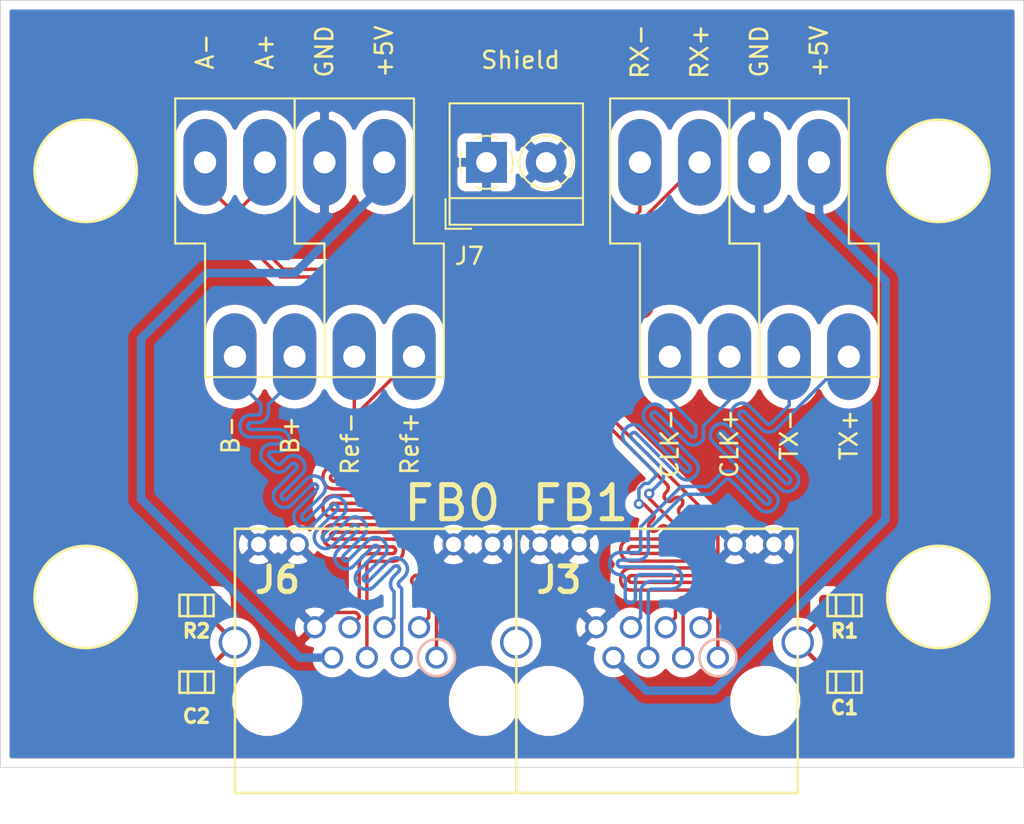
<source format=kicad_pcb>
(kicad_pcb (version 20171130) (host pcbnew "(5.1.5)-3")
  (layers (0 F.Cu signal) (31 B.Cu signal) (34 B.Paste user) (35 F.Paste user) (36 B.SilkS user) (37 F.SilkS user) (38 B.Mask user) (39 F.Mask user) (44 Edge.Cuts user))
  (net 0 "")
  (net 1 GND)
  (net 2 "Net-(C1-Pad1)")
  (net 3 "Net-(C2-Pad1)")
  (net 4 /Conn1/Ref-)
  (net 5 /Conn1/B+)
  (net 6 /Conn1/A-)
  (net 7 /Conn1/A+)
  (net 8 /Conn1/B-)
  (net 9 /Conn1/Ref+)
  (net 10 /Conn2/Ref-)
  (net 11 /Conn2/B+)
  (net 12 /Conn2/A-)
  (net 13 /Conn2/A+)
  (net 14 /Conn2/B-)
  (net 15 /Conn2/Ref+)
  (net 16 "Net-(J2-Pad2)")
  (net 17 "Net-(J5-Pad2)")
  (module TerminalBlock_4Ucon:TerminalBlock_4Ucon_1x02_P3.50mm_Horizontal (layer F.Cu) (at 78.5 114.5)
    (fp_text reference J7 (at -1 5.5) (layer F.SilkS))
    (fp_text value Conn_01x02)
    (pad 2 thru_hole circle (at 3.5 0) (size 2.4 2.4) (drill 1.2) (layers *.Cu *.Mask) (net 1 GND))
    (pad 1 thru_hole rect (at 0 0) (size 2.4 2.4) (drill 1.2) (layers *.Cu *.Mask) (net 1 GND))
  )
  (module stmbl:C_0805 (layer F.Cu) (at 99.5 145)
    (fp_text reference C1 (at 0 1.5) (layer F.SilkS) (effects (font (size 0.8 0.8) (thickness 0.2))))
    (fp_text value 100n)
    (pad 1 smd roundrect (at -1 0) (size 1 1.25) (layers F.Cu F.Paste F.Mask) (net 2 "Net-(C1-Pad1)"))
    (pad 2 smd roundrect (at 1 0) (size 1 1.25) (layers F.Cu F.Paste F.Mask) (net 1 GND))
  )
  (module stmbl:C_0805 (layer F.Cu) (at 61.5 145 180)
    (fp_text reference C2 (at 0 -2) (layer F.SilkS) (effects (font (size 0.8 0.8) (thickness 0.2))))
    (fp_text value 100n)
    (pad 1 smd roundrect (at -1 0 180) (size 1 1.25) (layers F.Cu F.Paste F.Mask) (net 3 "Net-(C2-Pad1)"))
    (pad 2 smd roundrect (at 1 0 180) (size 1 1.25) (layers F.Cu F.Paste F.Mask) (net 1 GND))
  )
  (module stmbl:TERMINAL_BLOCK_2PIN_3.5 (layer F.Cu) (at 91 114.5 180)
    (fp_text reference J1 (at 0 0) (layer F.SilkS) (effects (font (size 0.787402 0.787402) (thickness 0.015))))
    (fp_text value Conn_01x04)
    (pad 4 thru_hole oval (at 3.5 0 180) (size 2.54 5.08) (drill 1.3) (layers *.Cu *.Mask) (net 6 /Conn1/A-))
    (pad 3 thru_hole oval (at 1.75 -11.4 180) (size 2.54 5.08) (drill 1.3) (layers *.Cu *.Mask) (net 8 /Conn1/B-))
    (pad 2 thru_hole oval (at 0 0 180) (size 2.54 5.08) (drill 1.3) (layers *.Cu *.Mask) (net 7 /Conn1/A+))
    (pad 1 thru_hole oval (at -1.75 -11.4 180) (size 2.54 5.08) (drill 1.3) (layers *.Cu *.Mask) (net 5 /Conn1/B+))
  )
  (module stmbl:TERMINAL_BLOCK_2PIN_3.5 (layer F.Cu) (at 98 114.5 180)
    (fp_text reference J2 (at 0 0) (layer F.SilkS) (effects (font (size 0.787402 0.787402) (thickness 0.015))))
    (fp_text value Conn_01x04)
    (pad 4 thru_hole oval (at 3.5 0 180) (size 2.54 5.08) (drill 1.3) (layers *.Cu *.Mask) (net 1 GND))
    (pad 3 thru_hole oval (at 1.75 -11.4 180) (size 2.54 5.08) (drill 1.3) (layers *.Cu *.Mask) (net 4 /Conn1/Ref-))
    (pad 2 thru_hole oval (at 0 0 180) (size 2.54 5.08) (drill 1.3) (layers *.Cu *.Mask) (net 16 "Net-(J2-Pad2)"))
    (pad 1 thru_hole oval (at -1.75 -11.4 180) (size 2.54 5.08) (drill 1.3) (layers *.Cu *.Mask) (net 9 /Conn1/Ref+))
  )
  (module stmbl:RJ45_LED (layer F.Cu) (at 88.5 151.5 180)
    (fp_text reference J3 (at 5.75 12.5) (layer F.SilkS) (effects (font (size 1.5 1.5) (thickness 0.3))))
    (fp_text value RJ45_LED)
    (pad "" np_thru_hole circle (at 6.35 5.4 180) (size 3.1 3.1) (drill 3.1) (layers *.Cu *.Mask) (clearance 0.5))
    (pad "" np_thru_hole circle (at -6.35 5.4 180) (size 3.1 3.1) (drill 3.1) (layers *.Cu *.Mask) (clearance 0.5))
    (pad 13 thru_hole circle (at 8.25 8.83 180) (size 1.9 1.9) (drill 1.5) (layers *.Cu *.Mask) (net 2 "Net-(C1-Pad1)"))
    (pad 13 thru_hole circle (at -8.25 8.83 180) (size 1.9 1.9) (drill 1.5) (layers *.Cu *.Mask) (net 2 "Net-(C1-Pad1)"))
    (pad 1 thru_hole circle (at -3.57 7.94 180) (size 1.3 1.3) (drill 0.9) (layers *.Cu *.Mask) (net 7 /Conn1/A+))
    (pad 2 thru_hole circle (at -2.55 9.72 180) (size 1.3 1.3) (drill 0.9) (layers *.Cu *.Mask) (net 6 /Conn1/A-))
    (pad 3 thru_hole circle (at -1.53 7.94 180) (size 1.3 1.3) (drill 0.9) (layers *.Cu *.Mask) (net 5 /Conn1/B+))
    (pad 4 thru_hole circle (at -0.51 9.72 180) (size 1.3 1.3) (drill 0.9) (layers *.Cu *.Mask) (net 8 /Conn1/B-))
    (pad 5 thru_hole circle (at 0.51 7.94 180) (size 1.3 1.3) (drill 0.9) (layers *.Cu *.Mask) (net 9 /Conn1/Ref+))
    (pad 6 thru_hole circle (at 1.53 9.72 180) (size 1.3 1.3) (drill 0.9) (layers *.Cu *.Mask) (net 4 /Conn1/Ref-))
    (pad 7 thru_hole circle (at 2.55 7.94 180) (size 1.3 1.3) (drill 0.9) (layers *.Cu *.Mask) (net 16 "Net-(J2-Pad2)"))
    (pad 8 thru_hole circle (at 3.57 9.72 180) (size 1.3 1.3) (drill 0.9) (layers *.Cu *.Mask) (net 1 GND))
    (pad 10 thru_hole circle (at 6.86 14.58 180) (size 1.3 1.3) (drill 0.9) (layers *.Cu *.Mask) (net 1 GND))
    (pad 9 thru_hole circle (at 4.57 14.58 180) (size 1.3 1.3) (drill 0.9) (layers *.Cu *.Mask) (net 1 GND))
    (pad 12 thru_hole circle (at -4.57 14.58 180) (size 1.3 1.3) (drill 0.9) (layers *.Cu *.Mask) (net 1 GND))
    (pad 11 thru_hole circle (at -6.86 14.58 180) (size 1.3 1.3) (drill 0.9) (layers *.Cu *.Mask) (net 1 GND))
  )
  (module stmbl:TERMINAL_BLOCK_2PIN_3.5 (layer F.Cu) (at 65.5 114.5 180)
    (fp_text reference J4 (at 0 0) (layer F.SilkS) (effects (font (size 0.787402 0.787402) (thickness 0.015))))
    (fp_text value Conn_01x04)
    (pad 4 thru_hole oval (at 3.5 0 180) (size 2.54 5.08) (drill 1.3) (layers *.Cu *.Mask) (net 12 /Conn2/A-))
    (pad 3 thru_hole oval (at 1.75 -11.4 180) (size 2.54 5.08) (drill 1.3) (layers *.Cu *.Mask) (net 14 /Conn2/B-))
    (pad 2 thru_hole oval (at 0 0 180) (size 2.54 5.08) (drill 1.3) (layers *.Cu *.Mask) (net 13 /Conn2/A+))
    (pad 1 thru_hole oval (at -1.75 -11.4 180) (size 2.54 5.08) (drill 1.3) (layers *.Cu *.Mask) (net 11 /Conn2/B+))
  )
  (module stmbl:TERMINAL_BLOCK_2PIN_3.5 (layer F.Cu) (at 72.5 114.5 180)
    (fp_text reference J5 (at 0 0) (layer F.SilkS) (effects (font (size 0.787402 0.787402) (thickness 0.015))))
    (fp_text value Conn_01x04)
    (pad 4 thru_hole oval (at 3.5 0 180) (size 2.54 5.08) (drill 1.3) (layers *.Cu *.Mask) (net 1 GND))
    (pad 3 thru_hole oval (at 1.75 -11.4 180) (size 2.54 5.08) (drill 1.3) (layers *.Cu *.Mask) (net 10 /Conn2/Ref-))
    (pad 2 thru_hole oval (at 0 0 180) (size 2.54 5.08) (drill 1.3) (layers *.Cu *.Mask) (net 17 "Net-(J5-Pad2)"))
    (pad 1 thru_hole oval (at -1.75 -11.4 180) (size 2.54 5.08) (drill 1.3) (layers *.Cu *.Mask) (net 15 /Conn2/Ref+))
  )
  (module stmbl:RJ45_LED (layer F.Cu) (at 72 151.5 180)
    (fp_text reference J6 (at 5.75 12.5) (layer F.SilkS) (effects (font (size 1.5 1.5) (thickness 0.3))))
    (fp_text value RJ45_LED)
    (pad "" np_thru_hole circle (at 6.35 5.4 180) (size 3.1 3.1) (drill 3.1) (layers *.Cu *.Mask) (clearance 0.5))
    (pad "" np_thru_hole circle (at -6.35 5.4 180) (size 3.1 3.1) (drill 3.1) (layers *.Cu *.Mask) (clearance 0.5))
    (pad 13 thru_hole circle (at 8.25 8.83 180) (size 1.9 1.9) (drill 1.5) (layers *.Cu *.Mask) (net 3 "Net-(C2-Pad1)"))
    (pad 13 thru_hole circle (at -8.25 8.83 180) (size 1.9 1.9) (drill 1.5) (layers *.Cu *.Mask) (net 3 "Net-(C2-Pad1)"))
    (pad 1 thru_hole circle (at -3.57 7.94 180) (size 1.3 1.3) (drill 0.9) (layers *.Cu *.Mask) (net 13 /Conn2/A+))
    (pad 2 thru_hole circle (at -2.55 9.72 180) (size 1.3 1.3) (drill 0.9) (layers *.Cu *.Mask) (net 12 /Conn2/A-))
    (pad 3 thru_hole circle (at -1.53 7.94 180) (size 1.3 1.3) (drill 0.9) (layers *.Cu *.Mask) (net 11 /Conn2/B+))
    (pad 4 thru_hole circle (at -0.51 9.72 180) (size 1.3 1.3) (drill 0.9) (layers *.Cu *.Mask) (net 14 /Conn2/B-))
    (pad 5 thru_hole circle (at 0.51 7.94 180) (size 1.3 1.3) (drill 0.9) (layers *.Cu *.Mask) (net 15 /Conn2/Ref+))
    (pad 6 thru_hole circle (at 1.53 9.72 180) (size 1.3 1.3) (drill 0.9) (layers *.Cu *.Mask) (net 10 /Conn2/Ref-))
    (pad 7 thru_hole circle (at 2.55 7.94 180) (size 1.3 1.3) (drill 0.9) (layers *.Cu *.Mask) (net 17 "Net-(J5-Pad2)"))
    (pad 8 thru_hole circle (at 3.57 9.72 180) (size 1.3 1.3) (drill 0.9) (layers *.Cu *.Mask) (net 1 GND))
    (pad 10 thru_hole circle (at 6.86 14.58 180) (size 1.3 1.3) (drill 0.9) (layers *.Cu *.Mask) (net 1 GND))
    (pad 9 thru_hole circle (at 4.57 14.58 180) (size 1.3 1.3) (drill 0.9) (layers *.Cu *.Mask) (net 1 GND))
    (pad 12 thru_hole circle (at -4.57 14.58 180) (size 1.3 1.3) (drill 0.9) (layers *.Cu *.Mask) (net 1 GND))
    (pad 11 thru_hole circle (at -6.86 14.58 180) (size 1.3 1.3) (drill 0.9) (layers *.Cu *.Mask) (net 1 GND))
  )
  (module stmbl:R_0805 (layer F.Cu) (at 99.5 140.5)
    (fp_text reference R1 (at 0 1.5 180) (layer F.SilkS) (effects (font (size 0.8 0.8) (thickness 0.2))))
    (fp_text value 120)
    (pad 1 smd roundrect (at -1 0) (size 1 1.25) (layers F.Cu F.Paste F.Mask) (net 2 "Net-(C1-Pad1)"))
    (pad 2 smd roundrect (at 1 0) (size 1 1.25) (layers F.Cu F.Paste F.Mask) (net 1 GND))
  )
  (module stmbl:R_0805 (layer F.Cu) (at 61.5 140.5 180)
    (fp_text reference R2 (at 0 -1.5 180) (layer F.SilkS) (effects (font (size 0.8 0.8) (thickness 0.2))))
    (fp_text value 120)
    (pad 1 smd roundrect (at -1 0 180) (size 1 1.25) (layers F.Cu F.Paste F.Mask) (net 3 "Net-(C2-Pad1)"))
    (pad 2 smd roundrect (at 1 0 180) (size 1 1.25) (layers F.Cu F.Paste F.Mask) (net 1 GND))
  )
  (module stmbl:non_plated_3mm (layer F.Cu) (at 55 115)
    (fp_text reference U1 hide)
    (fp_text value non_plated)
    (pad "" np_thru_hole circle (at 0 0) (size 3.5 3.5) (drill 3.5) (layers *.Cu *.Mask) (clearance 1.25))
  )
  (module stmbl:non_plated_3mm (layer F.Cu) (at 105 115)
    (fp_text reference U2 hide)
    (fp_text value non_plated)
    (pad "" np_thru_hole circle (at 0 0) (size 3.5 3.5) (drill 3.5) (layers *.Cu *.Mask) (clearance 1.25))
  )
  (module stmbl:non_plated_3mm (layer F.Cu) (at 55 140)
    (fp_text reference U3 hide)
    (fp_text value non_plated)
    (pad "" np_thru_hole circle (at 0 0) (size 3.5 3.5) (drill 3.5) (layers *.Cu *.Mask) (clearance 1.25))
  )
  (module stmbl:non_plated_3mm (layer F.Cu) (at 105 140)
    (fp_text reference U4 hide)
    (fp_text value non_plated)
    (pad "" np_thru_hole circle (at 0 0) (size 3.5 3.5) (drill 3.5) (layers *.Cu *.Mask) (clearance 1.25))
  )
  (gr_text Shield (at 80.5 108.5) (layer F.SilkS) (effects (font (size 1 1))))
  (gr_text TX+ (at 99.75 130.5 90) (layer F.SilkS) (effects (font (size 1 1))))
  (gr_text TX- (at 96.25 130.5 90) (layer F.SilkS) (effects (font (size 1 1))))
  (gr_text CLK+ (at 92.75 131 90) (layer F.SilkS) (effects (font (size 1 1))))
  (gr_text CLK- (at 89.25 131 90) (layer F.SilkS) (effects (font (size 1 1))))
  (gr_text RX- (at 87.5 108 90) (layer F.SilkS) (effects (font (size 1 1))))
  (gr_text RX+ (at 91 108 90) (layer F.SilkS) (effects (font (size 1 1))))
  (gr_text +5V (at 98 108 90) (layer F.SilkS) (effects (font (size 1 1))))
  (gr_text GND (at 94.5 108 90) (layer F.SilkS) (effects (font (size 1 1))))
  (gr_text FB1 (at 84 134.5) (layer F.SilkS) (effects (font (size 2 2) (thickness 0.3))))
  (gr_text FB0 (at 76.5 134.5) (layer F.SilkS) (effects (font (size 2 2) (thickness 0.3))))
  (gr_text Ref+ (at 74 131 90) (layer F.SilkS) (effects (font (size 1 1))))
  (gr_text Ref- (at 70.5 131 90) (layer F.SilkS) (effects (font (size 1 1))))
  (gr_text B+ (at 67 130.5 90) (layer F.SilkS) (effects (font (size 1 1))))
  (gr_text B- (at 63.5 130.5 90) (layer F.SilkS) (effects (font (size 1 1))))
  (gr_text +5V (at 72.5 108 90) (layer F.SilkS) (effects (font (size 1 1))))
  (gr_text GND (at 69 108 90) (layer F.SilkS) (effects (font (size 1 1))))
  (gr_text A+ (at 65.5 108 90) (layer F.SilkS) (effects (font (size 1 1))))
  (gr_text A- (at 62 108 90) (layer F.SilkS) (effects (font (size 1 1))))
  (gr_line (start 50 105) (end 50 150) (layer Edge.Cuts) (width 0.05))
  (gr_line (start 110 105) (end 50 105) (layer Edge.Cuts) (width 0.05))
  (gr_line (start 110 150) (end 110 105) (layer Edge.Cuts) (width 0.05))
  (gr_line (start 50 150) (end 110 150) (layer Edge.Cuts) (width 0.05))
  (segment (start 98.5 140.92) (end 98.5 140.5) (width 0.25) (layer F.Cu) (net 2))
  (segment (start 96.75 142.67) (end 98.5 140.92) (width 0.25) (layer F.Cu) (net 2))
  (segment (start 98.5 144.42) (end 98.5 145) (width 0.25) (layer F.Cu) (net 2))
  (segment (start 96.75 142.67) (end 98.5 144.42) (width 0.25) (layer F.Cu) (net 2))
  (segment (start 62.5 141.42) (end 62.5 140.5) (width 0.25) (layer F.Cu) (net 3))
  (segment (start 63.75 142.67) (end 62.5 141.42) (width 0.25) (layer F.Cu) (net 3))
  (segment (start 62.5 143.92) (end 62.5 145) (width 0.25) (layer F.Cu) (net 3))
  (segment (start 63.75 142.67) (end 62.5 143.92) (width 0.25) (layer F.Cu) (net 3))
  (segment (start 86.97432 141.77568) (end 86.97 141.78) (width 0.2) (layer B.Cu) (net 4))
  (segment (start 87.54 141.21) (end 86.97432 141.77568) (width 0.2) (layer B.Cu) (net 4))
  (segment (start 87.54 139.70244) (end 87.54 141.21) (width 0.2) (layer B.Cu) (net 4))
  (segment (start 87.555356 139.566159) (end 87.54 139.70244) (width 0.2) (layer B.Cu) (net 4))
  (segment (start 87.600651 139.436712) (end 87.555356 139.566159) (width 0.2) (layer B.Cu) (net 4))
  (segment (start 87.673616 139.32059) (end 87.600651 139.436712) (width 0.2) (layer B.Cu) (net 4))
  (segment (start 87.770591 139.223615) (end 87.673616 139.32059) (width 0.2) (layer B.Cu) (net 4))
  (segment (start 87.886713 139.15065) (end 87.770591 139.223615) (width 0.2) (layer B.Cu) (net 4))
  (segment (start 88.01616 139.105355) (end 87.886713 139.15065) (width 0.2) (layer B.Cu) (net 4))
  (segment (start 88.152441 139.09) (end 88.01616 139.105355) (width 0.2) (layer B.Cu) (net 4))
  (segment (start 89.303331 139.09) (end 88.152441 139.09) (width 0.2) (layer B.Cu) (net 4))
  (segment (start 89.347836 139.084985) (end 89.303331 139.09) (width 0.2) (layer B.Cu) (net 4))
  (segment (start 89.390108 139.070193) (end 89.347836 139.084985) (width 0.2) (layer B.Cu) (net 4))
  (segment (start 89.428029 139.046366) (end 89.390108 139.070193) (width 0.2) (layer B.Cu) (net 4))
  (segment (start 89.459698 139.014697) (end 89.428029 139.046366) (width 0.2) (layer B.Cu) (net 4))
  (segment (start 89.483525 138.976776) (end 89.459698 139.014697) (width 0.2) (layer B.Cu) (net 4))
  (segment (start 89.498317 138.934504) (end 89.483525 138.976776) (width 0.2) (layer B.Cu) (net 4))
  (segment (start 89.503331 138.89) (end 89.498317 138.934504) (width 0.2) (layer B.Cu) (net 4))
  (segment (start 89.498317 138.845495) (end 89.503331 138.89) (width 0.2) (layer B.Cu) (net 4))
  (segment (start 89.483525 138.803223) (end 89.498317 138.845495) (width 0.2) (layer B.Cu) (net 4))
  (segment (start 89.459698 138.765302) (end 89.483525 138.803223) (width 0.2) (layer B.Cu) (net 4))
  (segment (start 89.428029 138.733633) (end 89.459698 138.765302) (width 0.2) (layer B.Cu) (net 4))
  (segment (start 89.390108 138.709806) (end 89.428029 138.733633) (width 0.2) (layer B.Cu) (net 4))
  (segment (start 89.347836 138.695014) (end 89.390108 138.709806) (width 0.2) (layer B.Cu) (net 4))
  (segment (start 89.303331 138.69) (end 89.347836 138.695014) (width 0.2) (layer B.Cu) (net 4))
  (segment (start 87.539109 138.69) (end 89.303331 138.69) (width 0.2) (layer B.Cu) (net 4))
  (segment (start 87.472352 138.697521) (end 87.539109 138.69) (width 0.2) (layer B.Cu) (net 4))
  (segment (start 87.408943 138.719709) (end 87.472352 138.697521) (width 0.2) (layer B.Cu) (net 4))
  (segment (start 87.352062 138.75545) (end 87.408943 138.719709) (width 0.2) (layer B.Cu) (net 4))
  (segment (start 87.304559 138.802953) (end 87.352062 138.75545) (width 0.2) (layer B.Cu) (net 4))
  (segment (start 87.268818 138.859834) (end 87.304559 138.802953) (width 0.2) (layer B.Cu) (net 4))
  (segment (start 87.24663 138.923243) (end 87.268818 138.859834) (width 0.2) (layer B.Cu) (net 4))
  (segment (start 87.239109 138.99) (end 87.24663 138.923243) (width 0.2) (layer B.Cu) (net 4))
  (segment (start 87.239109 140.053128) (end 87.239109 138.99) (width 0.2) (layer B.Cu) (net 4))
  (segment (start 87.231587 140.119884) (end 87.239109 140.053128) (width 0.2) (layer B.Cu) (net 4))
  (segment (start 87.209399 140.183293) (end 87.231587 140.119884) (width 0.2) (layer B.Cu) (net 4))
  (segment (start 87.173658 140.240174) (end 87.209399 140.183293) (width 0.2) (layer B.Cu) (net 4))
  (segment (start 87.126155 140.287677) (end 87.173658 140.240174) (width 0.2) (layer B.Cu) (net 4))
  (segment (start 87.069274 140.323418) (end 87.126155 140.287677) (width 0.2) (layer B.Cu) (net 4))
  (segment (start 87.005865 140.345606) (end 87.069274 140.323418) (width 0.2) (layer B.Cu) (net 4))
  (segment (start 86.939109 140.353128) (end 87.005865 140.345606) (width 0.2) (layer B.Cu) (net 4))
  (segment (start 86.872352 140.345606) (end 86.939109 140.353128) (width 0.2) (layer B.Cu) (net 4))
  (segment (start 86.808943 140.323418) (end 86.872352 140.345606) (width 0.2) (layer B.Cu) (net 4))
  (segment (start 86.752062 140.287677) (end 86.808943 140.323418) (width 0.2) (layer B.Cu) (net 4))
  (segment (start 86.704559 140.240174) (end 86.752062 140.287677) (width 0.2) (layer B.Cu) (net 4))
  (segment (start 86.668818 140.183293) (end 86.704559 140.240174) (width 0.2) (layer B.Cu) (net 4))
  (segment (start 86.64663 140.119884) (end 86.668818 140.183293) (width 0.2) (layer B.Cu) (net 4))
  (segment (start 86.639109 140.053128) (end 86.64663 140.119884) (width 0.2) (layer B.Cu) (net 4))
  (segment (start 86.639109 138.99) (end 86.639109 140.053128) (width 0.2) (layer B.Cu) (net 4))
  (segment (start 86.631587 138.923243) (end 86.639109 138.99) (width 0.2) (layer B.Cu) (net 4))
  (segment (start 86.609399 138.859834) (end 86.631587 138.923243) (width 0.2) (layer B.Cu) (net 4))
  (segment (start 86.573658 138.802953) (end 86.609399 138.859834) (width 0.2) (layer B.Cu) (net 4))
  (segment (start 86.526155 138.75545) (end 86.573658 138.802953) (width 0.2) (layer B.Cu) (net 4))
  (segment (start 86.469274 138.719709) (end 86.526155 138.75545) (width 0.2) (layer B.Cu) (net 4))
  (segment (start 86.405865 138.697521) (end 86.469274 138.719709) (width 0.2) (layer B.Cu) (net 4))
  (segment (start 86.202828 138.674644) (end 86.405865 138.697521) (width 0.2) (layer B.Cu) (net 4))
  (segment (start 86.073381 138.629349) (end 86.202828 138.674644) (width 0.2) (layer B.Cu) (net 4))
  (segment (start 85.957259 138.556384) (end 86.073381 138.629349) (width 0.2) (layer B.Cu) (net 4))
  (segment (start 85.860284 138.459409) (end 85.957259 138.556384) (width 0.2) (layer B.Cu) (net 4))
  (segment (start 85.787319 138.343287) (end 85.860284 138.459409) (width 0.2) (layer B.Cu) (net 4))
  (segment (start 85.742024 138.21384) (end 85.787319 138.343287) (width 0.2) (layer B.Cu) (net 4))
  (segment (start 85.726669 138.077559) (end 85.742024 138.21384) (width 0.2) (layer B.Cu) (net 4))
  (segment (start 85.726669 138.00244) (end 85.726669 138.077559) (width 0.2) (layer B.Cu) (net 4))
  (segment (start 85.742024 137.866159) (end 85.726669 138.00244) (width 0.2) (layer B.Cu) (net 4))
  (segment (start 85.787319 137.736712) (end 85.742024 137.866159) (width 0.2) (layer B.Cu) (net 4))
  (segment (start 85.860284 137.62059) (end 85.787319 137.736712) (width 0.2) (layer B.Cu) (net 4))
  (segment (start 92.221417 129.83452) (end 92.087713 129.865037) (width 0.2) (layer B.Cu) (net 4))
  (segment (start 87.426776 137.370193) (end 87.384504 137.384985) (width 0.2) (layer B.Cu) (net 4))
  (segment (start 92.358561 129.83452) (end 92.221417 129.83452) (width 0.2) (layer B.Cu) (net 4))
  (segment (start 92.492265 129.865037) (end 92.358561 129.83452) (width 0.2) (layer B.Cu) (net 4))
  (segment (start 92.615827 129.924542) (end 92.492265 129.865037) (width 0.2) (layer B.Cu) (net 4))
  (segment (start 92.72305 130.010049) (end 92.615827 129.924542) (width 0.2) (layer B.Cu) (net 4))
  (segment (start 96.037314 133.317225) (end 96.0023 133.2893) (width 0.2) (layer B.Cu) (net 4))
  (segment (start 96.077664 133.336657) (end 96.037314 133.317225) (width 0.2) (layer B.Cu) (net 4))
  (segment (start 96.121328 133.346622) (end 96.077664 133.336657) (width 0.2) (layer B.Cu) (net 4))
  (segment (start 96.209776 133.336657) (end 96.166114 133.346622) (width 0.2) (layer B.Cu) (net 4))
  (segment (start 96.250128 133.317224) (end 96.209776 133.336657) (width 0.2) (layer B.Cu) (net 4))
  (segment (start 96.285142 133.2893) (end 96.250128 133.317224) (width 0.2) (layer B.Cu) (net 4))
  (segment (start 96.313065 133.254286) (end 96.285142 133.2893) (width 0.2) (layer B.Cu) (net 4))
  (segment (start 96.342464 133.170272) (end 96.332497 133.213936) (width 0.2) (layer B.Cu) (net 4))
  (segment (start 96.342464 133.125486) (end 96.342464 133.170272) (width 0.2) (layer B.Cu) (net 4))
  (segment (start 96.332497 133.081824) (end 96.342464 133.125486) (width 0.2) (layer B.Cu) (net 4))
  (segment (start 96.313066 133.041472) (end 96.332497 133.081824) (width 0.2) (layer B.Cu) (net 4))
  (segment (start 96.285142 133.006458) (end 96.313066 133.041472) (width 0.2) (layer B.Cu) (net 4))
  (segment (start 93.032448 129.753766) (end 96.285142 133.006458) (width 0.2) (layer B.Cu) (net 4))
  (segment (start 86.073381 137.45065) (end 85.957259 137.523615) (width 0.2) (layer B.Cu) (net 4))
  (segment (start 93.005889 129.727208) (end 93.032448 129.753766) (width 0.2) (layer B.Cu) (net 4))
  (segment (start 92.860878 129.496423) (end 92.920382 129.619985) (width 0.2) (layer B.Cu) (net 4))
  (segment (start 93.925128 128.807969) (end 93.817905 128.722462) (width 0.2) (layer B.Cu) (net 4))
  (segment (start 96.332497 133.213936) (end 96.313065 133.254286) (width 0.2) (layer B.Cu) (net 4))
  (segment (start 87.464697 137.346366) (end 87.426776 137.370193) (width 0.2) (layer B.Cu) (net 4))
  (segment (start 94.923959 129.8068) (end 93.925128 128.807969) (width 0.2) (layer B.Cu) (net 4))
  (segment (start 92.920382 129.619985) (end 93.005889 129.727208) (width 0.2) (layer B.Cu) (net 4))
  (segment (start 87.534985 137.234504) (end 87.520193 137.276776) (width 0.2) (layer B.Cu) (net 4))
  (segment (start 94.958974 129.834724) (end 94.923959 129.8068) (width 0.2) (layer B.Cu) (net 4))
  (segment (start 95.087773 129.864122) (end 95.042987 129.864122) (width 0.2) (layer B.Cu) (net 4))
  (segment (start 94.999324 129.854156) (end 94.958974 129.834724) (width 0.2) (layer B.Cu) (net 4))
  (segment (start 96.0023 133.2893) (end 92.72305 130.010049) (width 0.2) (layer B.Cu) (net 4))
  (segment (start 95.131436 129.854156) (end 95.087773 129.864122) (width 0.2) (layer B.Cu) (net 4))
  (segment (start 95.048049 134.519303) (end 95.007697 134.538736) (width 0.2) (layer B.Cu) (net 4))
  (segment (start 93.005889 128.861086) (end 92.920382 128.968309) (width 0.2) (layer B.Cu) (net 4))
  (segment (start 96.25 128.763603) (end 95.206801 129.8068) (width 0.2) (layer B.Cu) (net 4))
  (segment (start 95.042987 129.864122) (end 94.999324 129.854156) (width 0.2) (layer B.Cu) (net 4))
  (segment (start 92.729794 132.609915) (end 92.592652 132.609914) (width 0.2) (layer B.Cu) (net 4))
  (segment (start 96.25 125.9) (end 96.25 128.763603) (width 0.2) (layer B.Cu) (net 4))
  (segment (start 95.171787 129.834724) (end 95.131436 129.854156) (width 0.2) (layer B.Cu) (net 4))
  (segment (start 92.920382 128.968309) (end 92.860878 129.091871) (width 0.2) (layer B.Cu) (net 4))
  (segment (start 96.166114 133.346622) (end 96.121328 133.346622) (width 0.2) (layer B.Cu) (net 4))
  (segment (start 92.83036 129.225575) (end 92.83036 129.362719) (width 0.2) (layer B.Cu) (net 4))
  (segment (start 92.863499 132.640432) (end 92.729794 132.609915) (width 0.2) (layer B.Cu) (net 4))
  (segment (start 95.206801 129.8068) (end 95.171787 129.834724) (width 0.2) (layer B.Cu) (net 4))
  (segment (start 93.817905 128.722462) (end 93.694344 128.662958) (width 0.2) (layer B.Cu) (net 4))
  (segment (start 87.384504 137.384985) (end 87.34 137.39) (width 0.2) (layer B.Cu) (net 4))
  (segment (start 93.560639 128.63244) (end 93.423496 128.63244) (width 0.2) (layer B.Cu) (net 4))
  (segment (start 92.987061 132.699936) (end 92.863499 132.640432) (width 0.2) (layer B.Cu) (net 4))
  (segment (start 93.694344 128.662958) (end 93.560639 128.63244) (width 0.2) (layer B.Cu) (net 4))
  (segment (start 93.094285 132.785443) (end 92.987061 132.699936) (width 0.2) (layer B.Cu) (net 4))
  (segment (start 93.423496 128.63244) (end 93.289791 128.662958) (width 0.2) (layer B.Cu) (net 4))
  (segment (start 93.166229 128.722462) (end 93.059006 128.807969) (width 0.2) (layer B.Cu) (net 4))
  (segment (start 93.289791 128.662958) (end 93.166229 128.722462) (width 0.2) (layer B.Cu) (net 4))
  (segment (start 92.592652 132.609914) (end 92.458947 132.640431) (width 0.2) (layer B.Cu) (net 4))
  (segment (start 93.059006 128.807969) (end 93.005889 128.861086) (width 0.2) (layer B.Cu) (net 4))
  (segment (start 92.860878 129.091871) (end 92.83036 129.225575) (width 0.2) (layer B.Cu) (net 4))
  (segment (start 92.83036 129.362719) (end 92.860878 129.496423) (width 0.2) (layer B.Cu) (net 4))
  (segment (start 92.087713 129.865037) (end 91.964151 129.924542) (width 0.2) (layer B.Cu) (net 4))
  (segment (start 91.964151 129.924542) (end 91.856928 130.010049) (width 0.2) (layer B.Cu) (net 4))
  (segment (start 91.856928 130.010049) (end 91.803811 130.063165) (width 0.2) (layer B.Cu) (net 4))
  (segment (start 91.803811 130.063165) (end 91.718304 130.170388) (width 0.2) (layer B.Cu) (net 4))
  (segment (start 87.34 137.39) (end 86.339109 137.39) (width 0.2) (layer B.Cu) (net 4))
  (segment (start 91.718304 130.170388) (end 91.6588 130.29395) (width 0.2) (layer B.Cu) (net 4))
  (segment (start 91.6588 130.29395) (end 91.628282 130.427654) (width 0.2) (layer B.Cu) (net 4))
  (segment (start 91.628282 130.427654) (end 91.628282 130.564798) (width 0.2) (layer B.Cu) (net 4))
  (segment (start 95.140385 134.327565) (end 95.140385 134.372351) (width 0.2) (layer B.Cu) (net 4))
  (segment (start 91.628282 130.564798) (end 91.6588 130.698502) (width 0.2) (layer B.Cu) (net 4))
  (segment (start 95.110986 134.456365) (end 95.083063 134.491379) (width 0.2) (layer B.Cu) (net 4))
  (segment (start 91.6588 130.698502) (end 91.718304 130.822064) (width 0.2) (layer B.Cu) (net 4))
  (segment (start 94.875585 134.538736) (end 94.835235 134.519304) (width 0.2) (layer B.Cu) (net 4))
  (segment (start 91.718304 130.822064) (end 91.803811 130.929287) (width 0.2) (layer B.Cu) (net 4))
  (segment (start 92.228161 132.785444) (end 91.488603 133.525) (width 0.2) (layer B.Cu) (net 4))
  (segment (start 91.803811 130.929287) (end 91.83037 130.955845) (width 0.2) (layer B.Cu) (net 4))
  (segment (start 87.54 135.8918) (end 87.54 137.19) (width 0.2) (layer B.Cu) (net 4))
  (segment (start 91.83037 130.955845) (end 95.083063 134.208537) (width 0.2) (layer B.Cu) (net 4))
  (segment (start 92.458947 132.640431) (end 92.335385 132.699935) (width 0.2) (layer B.Cu) (net 4))
  (segment (start 95.083063 134.208537) (end 95.110987 134.243551) (width 0.2) (layer B.Cu) (net 4))
  (segment (start 85.957259 137.523615) (end 85.860284 137.62059) (width 0.2) (layer B.Cu) (net 4))
  (segment (start 95.110987 134.243551) (end 95.130418 134.283903) (width 0.2) (layer B.Cu) (net 4))
  (segment (start 95.130418 134.283903) (end 95.140385 134.327565) (width 0.2) (layer B.Cu) (net 4))
  (segment (start 95.140385 134.372351) (end 95.130418 134.416015) (width 0.2) (layer B.Cu) (net 4))
  (segment (start 95.130418 134.416015) (end 95.110986 134.456365) (width 0.2) (layer B.Cu) (net 4))
  (segment (start 95.083063 134.491379) (end 95.048049 134.519303) (width 0.2) (layer B.Cu) (net 4))
  (segment (start 95.007697 134.538736) (end 94.964035 134.548701) (width 0.2) (layer B.Cu) (net 4))
  (segment (start 94.964035 134.548701) (end 94.919249 134.548701) (width 0.2) (layer B.Cu) (net 4))
  (segment (start 94.919249 134.548701) (end 94.875585 134.538736) (width 0.2) (layer B.Cu) (net 4))
  (segment (start 94.835235 134.519304) (end 94.800221 134.491379) (width 0.2) (layer B.Cu) (net 4))
  (segment (start 94.800221 134.491379) (end 93.094285 132.785443) (width 0.2) (layer B.Cu) (net 4))
  (segment (start 92.335385 132.699935) (end 92.228161 132.785444) (width 0.2) (layer B.Cu) (net 4))
  (segment (start 91.488603 133.525) (end 89.9068 133.525) (width 0.2) (layer B.Cu) (net 4))
  (segment (start 89.9068 133.525) (end 87.54 135.8918) (width 0.2) (layer B.Cu) (net 4))
  (segment (start 87.54 137.19) (end 87.534985 137.234504) (width 0.2) (layer B.Cu) (net 4))
  (segment (start 87.520193 137.276776) (end 87.496366 137.314697) (width 0.2) (layer B.Cu) (net 4))
  (segment (start 87.496366 137.314697) (end 87.464697 137.346366) (width 0.2) (layer B.Cu) (net 4))
  (segment (start 86.339109 137.39) (end 86.202828 137.405355) (width 0.2) (layer B.Cu) (net 4))
  (segment (start 86.202828 137.405355) (end 86.073381 137.45065) (width 0.2) (layer B.Cu) (net 4))
  (via (at 88.041636 133.940594) (size 0.6) (drill 0.3) (layers F.Cu B.Cu) (net 5))
  (segment (start 87.257486 130.383807) (end 87.217135 130.364375) (width 0.2) (layer B.Cu) (net 5))
  (segment (start 87.2925 130.411731) (end 87.257486 130.383807) (width 0.2) (layer B.Cu) (net 5))
  (segment (start 89.802731 132.921961) (end 87.2925 130.411731) (width 0.2) (layer B.Cu) (net 5))
  (segment (start 88.801102 132.507732) (end 88.860606 132.631294) (width 0.2) (layer B.Cu) (net 5))
  (segment (start 89.936513 133.034026) (end 89.82929 132.948519) (width 0.2) (layer B.Cu) (net 5))
  (segment (start 90.060075 133.09353) (end 89.936513 133.034026) (width 0.2) (layer B.Cu) (net 5))
  (segment (start 90.464627 133.09353) (end 90.330923 133.124048) (width 0.2) (layer B.Cu) (net 5))
  (segment (start 86.962302 130.619208) (end 86.981734 130.659558) (width 0.2) (layer B.Cu) (net 5))
  (segment (start 90.588189 133.034026) (end 90.464627 133.09353) (width 0.2) (layer B.Cu) (net 5))
  (segment (start 90.695412 132.948519) (end 90.588189 133.034026) (width 0.2) (layer B.Cu) (net 5))
  (segment (start 90.748527 132.895403) (end 90.695412 132.948519) (width 0.2) (layer B.Cu) (net 5))
  (segment (start 90.834034 132.78818) (end 90.748527 132.895403) (width 0.2) (layer B.Cu) (net 5))
  (segment (start 90.924056 132.530914) (end 90.89354 132.664617) (width 0.2) (layer B.Cu) (net 5))
  (segment (start 90.924056 132.39377) (end 90.924056 132.530914) (width 0.2) (layer B.Cu) (net 5))
  (segment (start 90.893538 132.260067) (end 90.924056 132.39377) (width 0.2) (layer B.Cu) (net 5))
  (segment (start 90.834034 132.136504) (end 90.893538 132.260067) (width 0.2) (layer B.Cu) (net 5))
  (segment (start 90.748527 132.029281) (end 90.834034 132.136504) (width 0.2) (layer B.Cu) (net 5))
  (segment (start 87.217135 130.364375) (end 87.173472 130.354409) (width 0.2) (layer B.Cu) (net 5))
  (segment (start 88.211737 129.492493) (end 90.748527 132.029281) (width 0.2) (layer B.Cu) (net 5))
  (segment (start 88.183813 129.457478) (end 88.211737 129.492493) (width 0.2) (layer B.Cu) (net 5))
  (segment (start 90.30774 131.001095) (end 90.200517 130.915588) (width 0.2) (layer B.Cu) (net 5))
  (segment (start 88.715594 132.400509) (end 88.801102 132.507732) (width 0.2) (layer B.Cu) (net 5))
  (segment (start 90.565006 131.091117) (end 90.431302 131.060599) (width 0.2) (layer B.Cu) (net 5))
  (segment (start 90.70215 131.091117) (end 90.565006 131.091117) (width 0.2) (layer B.Cu) (net 5))
  (segment (start 88.154415 129.373465) (end 88.164381 129.417128) (width 0.2) (layer B.Cu) (net 5))
  (segment (start 88.689036 133.29319) (end 88.041636 133.940594) (width 0.2) (layer B.Cu) (net 5))
  (segment (start 88.375551 129.15233) (end 88.330766 129.15233) (width 0.2) (layer B.Cu) (net 5))
  (segment (start 90.835855 131.060599) (end 90.70215 131.091117) (width 0.2) (layer B.Cu) (net 5))
  (segment (start 89.82929 132.948519) (end 89.802731 132.921961) (width 0.2) (layer B.Cu) (net 5))
  (segment (start 88.801102 133.159409) (end 88.715594 133.266632) (width 0.2) (layer B.Cu) (net 5))
  (segment (start 88.459565 129.181727) (end 88.419214 129.162296) (width 0.2) (layer B.Cu) (net 5))
  (segment (start 88.246752 129.181727) (end 88.211737 129.209651) (width 0.2) (layer B.Cu) (net 5))
  (segment (start 90.959416 131.001095) (end 90.835855 131.060599) (width 0.2) (layer B.Cu) (net 5))
  (segment (start 90.89354 132.664617) (end 90.834034 132.78818) (width 0.2) (layer B.Cu) (net 5))
  (segment (start 86.981734 130.659558) (end 87.009658 130.694573) (width 0.2) (layer B.Cu) (net 5))
  (segment (start 90.431302 131.060599) (end 90.30774 131.001095) (width 0.2) (layer B.Cu) (net 5))
  (segment (start 88.164381 129.417128) (end 88.183813 129.457478) (width 0.2) (layer B.Cu) (net 5))
  (segment (start 92.75 128.44) (end 91.225 129.965) (width 0.2) (layer B.Cu) (net 5))
  (segment (start 91.225 129.965) (end 91.225 130.75723) (width 0.2) (layer B.Cu) (net 5))
  (segment (start 91.225 130.75723) (end 91.066639 130.915588) (width 0.2) (layer B.Cu) (net 5))
  (segment (start 88.211737 129.209651) (end 88.183813 129.244665) (width 0.2) (layer B.Cu) (net 5))
  (segment (start 92.75 125.9) (end 92.75 128.44) (width 0.2) (layer B.Cu) (net 5))
  (segment (start 90.330923 133.124048) (end 90.193779 133.124048) (width 0.2) (layer B.Cu) (net 5))
  (segment (start 88.330766 129.15233) (end 88.287103 129.162296) (width 0.2) (layer B.Cu) (net 5))
  (segment (start 91.066639 130.915588) (end 90.959416 131.001095) (width 0.2) (layer B.Cu) (net 5))
  (segment (start 90.200517 130.915588) (end 88.49458 129.209651) (width 0.2) (layer B.Cu) (net 5))
  (segment (start 90.193779 133.124048) (end 90.060075 133.09353) (width 0.2) (layer B.Cu) (net 5))
  (segment (start 88.49458 129.209651) (end 88.459565 129.181727) (width 0.2) (layer B.Cu) (net 5))
  (segment (start 88.419214 129.162296) (end 88.375551 129.15233) (width 0.2) (layer B.Cu) (net 5))
  (segment (start 88.183813 129.244665) (end 88.164381 129.285016) (width 0.2) (layer B.Cu) (net 5))
  (segment (start 88.154415 129.328679) (end 88.154415 129.373465) (width 0.2) (layer B.Cu) (net 5))
  (segment (start 88.287103 129.162296) (end 88.246752 129.181727) (width 0.2) (layer B.Cu) (net 5))
  (segment (start 88.860606 132.631294) (end 88.891123 132.764999) (width 0.2) (layer B.Cu) (net 5))
  (segment (start 88.164381 129.285016) (end 88.154415 129.328679) (width 0.2) (layer B.Cu) (net 5))
  (segment (start 87.173472 130.354409) (end 87.128686 130.354409) (width 0.2) (layer B.Cu) (net 5))
  (segment (start 87.128686 130.354409) (end 87.085023 130.364375) (width 0.2) (layer B.Cu) (net 5))
  (segment (start 87.085023 130.364375) (end 87.044673 130.383807) (width 0.2) (layer B.Cu) (net 5))
  (segment (start 87.044673 130.383807) (end 87.009658 130.411731) (width 0.2) (layer B.Cu) (net 5))
  (segment (start 87.009658 130.694573) (end 88.715594 132.400509) (width 0.2) (layer B.Cu) (net 5))
  (segment (start 87.009658 130.411731) (end 86.981734 130.446745) (width 0.2) (layer B.Cu) (net 5))
  (segment (start 88.860606 133.035847) (end 88.801102 133.159409) (width 0.2) (layer B.Cu) (net 5))
  (segment (start 86.981734 130.446745) (end 86.962302 130.487096) (width 0.2) (layer B.Cu) (net 5))
  (segment (start 86.962302 130.487096) (end 86.952336 130.530759) (width 0.2) (layer B.Cu) (net 5))
  (segment (start 86.952336 130.530759) (end 86.952336 130.575545) (width 0.2) (layer B.Cu) (net 5))
  (segment (start 86.952336 130.575545) (end 86.962302 130.619208) (width 0.2) (layer B.Cu) (net 5))
  (segment (start 88.891123 132.764999) (end 88.891123 132.902142) (width 0.2) (layer B.Cu) (net 5))
  (segment (start 88.891123 132.902142) (end 88.860606 133.035847) (width 0.2) (layer B.Cu) (net 5))
  (segment (start 88.715594 133.266632) (end 88.689036 133.29319) (width 0.2) (layer B.Cu) (net 5))
  (segment (start 86.895479 138.791832) (end 86.86381 138.823501) (width 0.2) (layer F.Cu) (net 5))
  (segment (start 86.9334 138.768005) (end 86.895479 138.791832) (width 0.2) (layer F.Cu) (net 5))
  (segment (start 87.020177 138.748199) (end 86.975672 138.753213) (width 0.2) (layer F.Cu) (net 5))
  (segment (start 86.9334 137.068005) (end 86.895479 137.091832) (width 0.2) (layer F.Cu) (net 5))
  (segment (start 90.577383 138.748199) (end 87.020177 138.748199) (width 0.2) (layer F.Cu) (net 5))
  (segment (start 90.843111 138.687548) (end 90.713664 138.732843) (width 0.2) (layer F.Cu) (net 5))
  (segment (start 91.174468 138.272039) (end 91.129173 138.401486) (width 0.2) (layer F.Cu) (net 5))
  (segment (start 91.189823 138.135758) (end 91.174468 138.272039) (width 0.2) (layer F.Cu) (net 5))
  (segment (start 91.129173 137.794911) (end 91.174468 137.924358) (width 0.2) (layer F.Cu) (net 5))
  (segment (start 87.020177 137.048199) (end 86.975672 137.053213) (width 0.2) (layer F.Cu) (net 5))
  (segment (start 90.959233 137.581814) (end 91.056208 137.678789) (width 0.2) (layer F.Cu) (net 5))
  (segment (start 90.713664 137.463554) (end 90.843111 137.508849) (width 0.2) (layer F.Cu) (net 5))
  (segment (start 90.577383 137.448199) (end 90.713664 137.463554) (width 0.2) (layer F.Cu) (net 5))
  (segment (start 87.020177 137.448199) (end 90.577383 137.448199) (width 0.2) (layer F.Cu) (net 5))
  (segment (start 86.975672 137.443184) (end 87.020177 137.448199) (width 0.2) (layer F.Cu) (net 5))
  (segment (start 86.9334 137.428392) (end 86.975672 137.443184) (width 0.2) (layer F.Cu) (net 5))
  (segment (start 88.041636 133.940594) (end 88.041636 134.223437) (width 0.2) (layer F.Cu) (net 5))
  (segment (start 89.683287 136.987548) (end 89.55384 137.032843) (width 0.2) (layer F.Cu) (net 5))
  (segment (start 89.417559 137.048199) (end 87.020177 137.048199) (width 0.2) (layer F.Cu) (net 5))
  (segment (start 90.843111 137.508849) (end 90.959233 137.581814) (width 0.2) (layer F.Cu) (net 5))
  (segment (start 91.129173 138.401486) (end 91.056208 138.517608) (width 0.2) (layer F.Cu) (net 5))
  (segment (start 86.86381 137.372896) (end 86.895479 137.404565) (width 0.2) (layer F.Cu) (net 5))
  (segment (start 90.959233 138.614583) (end 90.843111 138.687548) (width 0.2) (layer F.Cu) (net 5))
  (segment (start 89.969349 136.701486) (end 89.896384 136.817608) (width 0.2) (layer F.Cu) (net 5))
  (segment (start 90.035015 140.603694) (end 90.03 140.648199) (width 0.2) (layer F.Cu) (net 5))
  (segment (start 86.820177 137.248199) (end 86.825191 137.292703) (width 0.2) (layer F.Cu) (net 5))
  (segment (start 86.839983 137.334975) (end 86.86381 137.372896) (width 0.2) (layer F.Cu) (net 5))
  (segment (start 88.041636 134.223437) (end 90.03 136.211801) (width 0.2) (layer F.Cu) (net 5))
  (segment (start 86.975672 138.753213) (end 86.9334 138.768005) (width 0.2) (layer F.Cu) (net 5))
  (segment (start 86.839983 137.161422) (end 86.825191 137.203694) (width 0.2) (layer F.Cu) (net 5))
  (segment (start 90.014644 136.572039) (end 89.969349 136.701486) (width 0.2) (layer F.Cu) (net 5))
  (segment (start 89.896384 136.817608) (end 89.799409 136.914583) (width 0.2) (layer F.Cu) (net 5))
  (segment (start 91.056208 137.678789) (end 91.129173 137.794911) (width 0.2) (layer F.Cu) (net 5))
  (segment (start 89.55384 137.032843) (end 89.417559 137.048199) (width 0.2) (layer F.Cu) (net 5))
  (segment (start 90.03 136.435758) (end 90.014644 136.572039) (width 0.2) (layer F.Cu) (net 5))
  (segment (start 90.03 136.211801) (end 90.03 136.435758) (width 0.2) (layer F.Cu) (net 5))
  (segment (start 90.713664 138.732843) (end 90.577383 138.748199) (width 0.2) (layer F.Cu) (net 5))
  (segment (start 86.975672 137.053213) (end 86.9334 137.068005) (width 0.2) (layer F.Cu) (net 5))
  (segment (start 86.86381 138.823501) (end 86.839983 138.861422) (width 0.2) (layer F.Cu) (net 5))
  (segment (start 91.189823 138.060639) (end 91.189823 138.135758) (width 0.2) (layer F.Cu) (net 5))
  (segment (start 86.895479 137.091832) (end 86.86381 137.123501) (width 0.2) (layer F.Cu) (net 5))
  (segment (start 91.174468 137.924358) (end 91.189823 138.060639) (width 0.2) (layer F.Cu) (net 5))
  (segment (start 86.825191 137.292703) (end 86.839983 137.334975) (width 0.2) (layer F.Cu) (net 5))
  (segment (start 86.86381 137.123501) (end 86.839983 137.161422) (width 0.2) (layer F.Cu) (net 5))
  (segment (start 86.86381 139.072896) (end 86.895479 139.104565) (width 0.2) (layer F.Cu) (net 5))
  (segment (start 91.056208 138.517608) (end 90.959233 138.614583) (width 0.2) (layer F.Cu) (net 5))
  (segment (start 86.825191 137.203694) (end 86.820177 137.248199) (width 0.2) (layer F.Cu) (net 5))
  (segment (start 89.799409 136.914583) (end 89.683287 136.987548) (width 0.2) (layer F.Cu) (net 5))
  (segment (start 90.185496 140.453213) (end 90.143224 140.468005) (width 0.2) (layer F.Cu) (net 5))
  (segment (start 86.895479 137.404565) (end 86.9334 137.428392) (width 0.2) (layer F.Cu) (net 5))
  (segment (start 86.839983 138.861422) (end 86.825191 138.903694) (width 0.2) (layer F.Cu) (net 5))
  (segment (start 86.825191 138.903694) (end 86.820177 138.948199) (width 0.2) (layer F.Cu) (net 5))
  (segment (start 86.820177 138.948199) (end 86.825191 138.992703) (width 0.2) (layer F.Cu) (net 5))
  (segment (start 86.825191 138.992703) (end 86.839983 139.034975) (width 0.2) (layer F.Cu) (net 5))
  (segment (start 86.839983 139.034975) (end 86.86381 139.072896) (width 0.2) (layer F.Cu) (net 5))
  (segment (start 86.895479 139.104565) (end 86.9334 139.128392) (width 0.2) (layer F.Cu) (net 5))
  (segment (start 86.9334 139.128392) (end 86.975672 139.143184) (width 0.2) (layer F.Cu) (net 5))
  (segment (start 86.975672 139.143184) (end 87.020177 139.148199) (width 0.2) (layer F.Cu) (net 5))
  (segment (start 87.020177 139.148199) (end 90.577383 139.148199) (width 0.2) (layer F.Cu) (net 5))
  (segment (start 90.577383 139.148199) (end 90.713664 139.163554) (width 0.2) (layer F.Cu) (net 5))
  (segment (start 90.713664 139.163554) (end 90.843111 139.208849) (width 0.2) (layer F.Cu) (net 5))
  (segment (start 90.843111 139.208849) (end 90.959233 139.281814) (width 0.2) (layer F.Cu) (net 5))
  (segment (start 90.959233 139.281814) (end 91.056208 139.378789) (width 0.2) (layer F.Cu) (net 5))
  (segment (start 91.056208 139.378789) (end 91.129173 139.494911) (width 0.2) (layer F.Cu) (net 5))
  (segment (start 91.129173 139.494911) (end 91.174468 139.624358) (width 0.2) (layer F.Cu) (net 5))
  (segment (start 91.174468 139.624358) (end 91.189823 139.760639) (width 0.2) (layer F.Cu) (net 5))
  (segment (start 91.189823 139.760639) (end 91.189823 139.835758) (width 0.2) (layer F.Cu) (net 5))
  (segment (start 91.189823 139.835758) (end 91.174468 139.972039) (width 0.2) (layer F.Cu) (net 5))
  (segment (start 91.174468 139.972039) (end 91.129173 140.101486) (width 0.2) (layer F.Cu) (net 5))
  (segment (start 91.129173 140.101486) (end 91.056208 140.217608) (width 0.2) (layer F.Cu) (net 5))
  (segment (start 91.056208 140.217608) (end 90.959233 140.314583) (width 0.2) (layer F.Cu) (net 5))
  (segment (start 90.959233 140.314583) (end 90.843111 140.387548) (width 0.2) (layer F.Cu) (net 5))
  (segment (start 90.843111 140.387548) (end 90.713664 140.432843) (width 0.2) (layer F.Cu) (net 5))
  (segment (start 90.713664 140.432843) (end 90.577383 140.448199) (width 0.2) (layer F.Cu) (net 5))
  (segment (start 90.577383 140.448199) (end 90.23 140.448199) (width 0.2) (layer F.Cu) (net 5))
  (segment (start 90.23 140.448199) (end 90.185496 140.453213) (width 0.2) (layer F.Cu) (net 5))
  (segment (start 90.143224 140.468005) (end 90.105303 140.491832) (width 0.2) (layer F.Cu) (net 5))
  (segment (start 90.105303 140.491832) (end 90.073634 140.523501) (width 0.2) (layer F.Cu) (net 5))
  (segment (start 90.073634 140.523501) (end 90.049807 140.561422) (width 0.2) (layer F.Cu) (net 5))
  (segment (start 90.049807 140.561422) (end 90.035015 140.603694) (width 0.2) (layer F.Cu) (net 5))
  (segment (start 90.03 140.648199) (end 90.03 141.778732) (width 0.2) (layer F.Cu) (net 5))
  (segment (start 90.03 141.778732) (end 90.03 143.56) (width 0.2) (layer F.Cu) (net 5))
  (segment (start 83.433615 119.95559) (end 83.53059 119.858615) (width 0.2) (layer F.Cu) (net 6))
  (segment (start 83.3 120.33744) (end 83.315355 120.201159) (width 0.2) (layer F.Cu) (net 6))
  (segment (start 83.315355 120.54884) (end 83.3 120.412559) (width 0.2) (layer F.Cu) (net 6))
  (segment (start 83.36065 120.678287) (end 83.315355 120.54884) (width 0.2) (layer F.Cu) (net 6))
  (segment (start 83.433615 120.794409) (end 83.36065 120.678287) (width 0.2) (layer F.Cu) (net 6))
  (segment (start 83.53059 120.891384) (end 83.433615 120.794409) (width 0.2) (layer F.Cu) (net 6))
  (segment (start 85.369504 119.719985) (end 85.411776 119.705193) (width 0.2) (layer F.Cu) (net 6))
  (segment (start 83.646712 120.964349) (end 83.53059 120.891384) (width 0.2) (layer F.Cu) (net 6))
  (segment (start 83.776159 121.009644) (end 83.646712 120.964349) (width 0.2) (layer F.Cu) (net 6))
  (segment (start 85.525 119.525) (end 85.525 119.338603) (width 0.2) (layer F.Cu) (net 6))
  (segment (start 83.91244 121.025) (end 83.776159 121.009644) (width 0.2) (layer F.Cu) (net 6))
  (segment (start 87.55 121.025) (end 83.91244 121.025) (width 0.2) (layer F.Cu) (net 6))
  (segment (start 87.594505 121.030014) (end 87.55 121.025) (width 0.2) (layer F.Cu) (net 6))
  (segment (start 87.636777 121.044806) (end 87.594505 121.030014) (width 0.2) (layer F.Cu) (net 6))
  (segment (start 85.481366 119.649697) (end 85.505193 119.611776) (width 0.2) (layer F.Cu) (net 6))
  (segment (start 87.674698 121.068633) (end 87.636777 121.044806) (width 0.2) (layer F.Cu) (net 6))
  (segment (start 87.706367 121.100302) (end 87.674698 121.068633) (width 0.2) (layer F.Cu) (net 6))
  (segment (start 87.730194 121.138223) (end 87.706367 121.100302) (width 0.2) (layer F.Cu) (net 6))
  (segment (start 87.5 117.363603) (end 87.5 114.5) (width 0.2) (layer F.Cu) (net 6))
  (segment (start 87.744986 121.180495) (end 87.730194 121.138223) (width 0.2) (layer F.Cu) (net 6))
  (segment (start 83.776159 119.740355) (end 83.91244 119.725) (width 0.2) (layer F.Cu) (net 6))
  (segment (start 87.75 121.225) (end 87.744986 121.180495) (width 0.2) (layer F.Cu) (net 6))
  (segment (start 87.744986 121.269504) (end 87.75 121.225) (width 0.2) (layer F.Cu) (net 6))
  (segment (start 87.730194 121.311776) (end 87.744986 121.269504) (width 0.2) (layer F.Cu) (net 6))
  (segment (start 83.36065 120.071712) (end 83.433615 119.95559) (width 0.2) (layer F.Cu) (net 6))
  (segment (start 87.706367 121.349697) (end 87.730194 121.311776) (width 0.2) (layer F.Cu) (net 6))
  (segment (start 87.674698 121.381366) (end 87.706367 121.349697) (width 0.2) (layer F.Cu) (net 6))
  (segment (start 87.636777 121.405193) (end 87.674698 121.381366) (width 0.2) (layer F.Cu) (net 6))
  (segment (start 87.594505 121.419985) (end 87.636777 121.405193) (width 0.2) (layer F.Cu) (net 6))
  (segment (start 85.411776 119.705193) (end 85.449697 119.681366) (width 0.2) (layer F.Cu) (net 6))
  (segment (start 87.55 121.425) (end 87.594505 121.419985) (width 0.2) (layer F.Cu) (net 6))
  (segment (start 83.315355 120.201159) (end 83.36065 120.071712) (width 0.2) (layer F.Cu) (net 6))
  (segment (start 83.91244 121.425) (end 87.55 121.425) (width 0.2) (layer F.Cu) (net 6))
  (segment (start 83.646712 119.78565) (end 83.776159 119.740355) (width 0.2) (layer F.Cu) (net 6))
  (segment (start 83.776159 121.440355) (end 83.91244 121.425) (width 0.2) (layer F.Cu) (net 6))
  (segment (start 83.646712 121.48565) (end 83.776159 121.440355) (width 0.2) (layer F.Cu) (net 6))
  (segment (start 83.53059 121.558615) (end 83.646712 121.48565) (width 0.2) (layer F.Cu) (net 6))
  (segment (start 83.433615 121.65559) (end 83.53059 121.558615) (width 0.2) (layer F.Cu) (net 6))
  (segment (start 83.36065 121.771712) (end 83.433615 121.65559) (width 0.2) (layer F.Cu) (net 6))
  (segment (start 83.315355 121.901159) (end 83.36065 121.771712) (width 0.2) (layer F.Cu) (net 6))
  (segment (start 83.3 122.03744) (end 83.315355 121.901159) (width 0.2) (layer F.Cu) (net 6))
  (segment (start 83.3 122.112559) (end 83.3 122.03744) (width 0.2) (layer F.Cu) (net 6))
  (segment (start 83.315355 122.24884) (end 83.3 122.112559) (width 0.2) (layer F.Cu) (net 6))
  (segment (start 83.36065 122.378287) (end 83.315355 122.24884) (width 0.2) (layer F.Cu) (net 6))
  (segment (start 83.433615 122.494409) (end 83.36065 122.378287) (width 0.2) (layer F.Cu) (net 6))
  (segment (start 83.53059 122.591384) (end 83.433615 122.494409) (width 0.2) (layer F.Cu) (net 6))
  (segment (start 85.325 119.725) (end 85.369504 119.719985) (width 0.2) (layer F.Cu) (net 6))
  (segment (start 83.646712 122.664349) (end 83.53059 122.591384) (width 0.2) (layer F.Cu) (net 6))
  (segment (start 83.776159 122.709644) (end 83.646712 122.664349) (width 0.2) (layer F.Cu) (net 6))
  (segment (start 83.91244 122.725) (end 83.776159 122.709644) (width 0.2) (layer F.Cu) (net 6))
  (segment (start 85.519985 119.569504) (end 85.525 119.525) (width 0.2) (layer F.Cu) (net 6))
  (segment (start 87.55 122.725) (end 83.91244 122.725) (width 0.2) (layer F.Cu) (net 6))
  (segment (start 87.594505 122.730014) (end 87.55 122.725) (width 0.2) (layer F.Cu) (net 6))
  (segment (start 87.636777 122.744806) (end 87.594505 122.730014) (width 0.2) (layer F.Cu) (net 6))
  (segment (start 87.674698 122.768633) (end 87.636777 122.744806) (width 0.2) (layer F.Cu) (net 6))
  (segment (start 87.706367 122.800302) (end 87.674698 122.768633) (width 0.2) (layer F.Cu) (net 6))
  (segment (start 87.730194 122.838223) (end 87.706367 122.800302) (width 0.2) (layer F.Cu) (net 6))
  (segment (start 87.744986 122.880495) (end 87.730194 122.838223) (width 0.2) (layer F.Cu) (net 6))
  (segment (start 87.75 122.925) (end 87.744986 122.880495) (width 0.2) (layer F.Cu) (net 6))
  (segment (start 87.744986 122.969504) (end 87.75 122.925) (width 0.2) (layer F.Cu) (net 6))
  (segment (start 87.730194 123.011776) (end 87.744986 122.969504) (width 0.2) (layer F.Cu) (net 6))
  (segment (start 87.706367 123.049697) (end 87.730194 123.011776) (width 0.2) (layer F.Cu) (net 6))
  (segment (start 87.674698 123.081366) (end 87.706367 123.049697) (width 0.2) (layer F.Cu) (net 6))
  (segment (start 87.636777 123.105193) (end 87.674698 123.081366) (width 0.2) (layer F.Cu) (net 6))
  (segment (start 87.594505 123.119985) (end 87.636777 123.105193) (width 0.2) (layer F.Cu) (net 6))
  (segment (start 87.55 123.125) (end 87.594505 123.119985) (width 0.2) (layer F.Cu) (net 6))
  (segment (start 86.137441 123.125) (end 87.55 123.125) (width 0.2) (layer F.Cu) (net 6))
  (segment (start 86.00116 123.140355) (end 86.137441 123.125) (width 0.2) (layer F.Cu) (net 6))
  (segment (start 85.871713 123.18565) (end 86.00116 123.140355) (width 0.2) (layer F.Cu) (net 6))
  (segment (start 85.755591 123.258615) (end 85.871713 123.18565) (width 0.2) (layer F.Cu) (net 6))
  (segment (start 85.658616 123.35559) (end 85.755591 123.258615) (width 0.2) (layer F.Cu) (net 6))
  (segment (start 89.908963 135.198057) (end 89.85644 135.156172) (width 0.2) (layer F.Cu) (net 6))
  (segment (start 89.969489 135.227206) (end 89.908963 135.198057) (width 0.2) (layer F.Cu) (net 6))
  (segment (start 90.102163 135.242154) (end 90.034983 135.242153) (width 0.2) (layer F.Cu) (net 6))
  (segment (start 89.007912 133.883379) (end 89.074412 133.816876) (width 0.2) (layer F.Cu) (net 6))
  (segment (start 90.167657 135.227206) (end 90.102163 135.242154) (width 0.2) (layer F.Cu) (net 6))
  (segment (start 90.280704 135.156172) (end 90.228183 135.198058) (width 0.2) (layer F.Cu) (net 6))
  (segment (start 90.347207 135.089672) (end 90.280704 135.156172) (width 0.2) (layer F.Cu) (net 6))
  (segment (start 85.525 119.338603) (end 87.5 117.363603) (width 0.2) (layer F.Cu) (net 6))
  (segment (start 88.936879 133.996428) (end 88.966025 133.935901) (width 0.2) (layer F.Cu) (net 6))
  (segment (start 90.399729 135.047785) (end 90.347207 135.089672) (width 0.2) (layer F.Cu) (net 6))
  (segment (start 89.993975 134.552358) (end 90.008923 134.486864) (width 0.2) (layer F.Cu) (net 6))
  (segment (start 90.460256 135.018639) (end 90.399729 135.047785) (width 0.2) (layer F.Cu) (net 6))
  (segment (start 90.525749 135.003689) (end 90.460256 135.018639) (width 0.2) (layer F.Cu) (net 6))
  (segment (start 90.592929 135.00369) (end 90.525749 135.003689) (width 0.2) (layer F.Cu) (net 6))
  (segment (start 90.658422 135.018638) (end 90.592929 135.00369) (width 0.2) (layer F.Cu) (net 6))
  (segment (start 90.771471 135.089671) (end 90.718949 135.047786) (width 0.2) (layer F.Cu) (net 6))
  (segment (start 89.964827 134.612884) (end 89.993975 134.552358) (width 0.2) (layer F.Cu) (net 6))
  (segment (start 90.813356 135.142193) (end 90.771471 135.089671) (width 0.2) (layer F.Cu) (net 6))
  (segment (start 90.842502 135.202718) (end 90.813356 135.142193) (width 0.2) (layer F.Cu) (net 6))
  (segment (start 88.921929 134.061921) (end 88.936879 133.996428) (width 0.2) (layer F.Cu) (net 6))
  (segment (start 90.857452 135.268213) (end 90.842502 135.202718) (width 0.2) (layer F.Cu) (net 6))
  (segment (start 90.857451 135.335391) (end 90.857452 135.268213) (width 0.2) (layer F.Cu) (net 6))
  (segment (start 89.160394 133.638335) (end 89.160393 133.571155) (width 0.2) (layer F.Cu) (net 6))
  (segment (start 90.842503 135.400886) (end 90.857451 135.335391) (width 0.2) (layer F.Cu) (net 6))
  (segment (start 90.813355 135.461411) (end 90.842503 135.400886) (width 0.2) (layer F.Cu) (net 6))
  (segment (start 90.77147 135.513935) (end 90.813355 135.461411) (width 0.2) (layer F.Cu) (net 6))
  (segment (start 90.228183 135.198058) (end 90.167657 135.227206) (width 0.2) (layer F.Cu) (net 6))
  (segment (start 90.592373 135.70367) (end 90.634258 135.651146) (width 0.2) (layer F.Cu) (net 6))
  (segment (start 88.936878 134.194594) (end 88.92193 134.129101) (width 0.2) (layer F.Cu) (net 6))
  (segment (start 83.53059 119.858615) (end 83.646712 119.78565) (width 0.2) (layer F.Cu) (net 6))
  (segment (start 91.058523 136.075411) (end 91.006001 136.117298) (width 0.2) (layer F.Cu) (net 6))
  (segment (start 91.195736 135.938201) (end 91.058523 136.075411) (width 0.2) (layer F.Cu) (net 6))
  (segment (start 91.567478 135.896315) (end 91.506951 135.867167) (width 0.2) (layer F.Cu) (net 6))
  (segment (start 91.308785 135.867168) (end 91.248258 135.896314) (width 0.2) (layer F.Cu) (net 6))
  (segment (start 91.374278 135.852218) (end 91.308785 135.867168) (width 0.2) (layer F.Cu) (net 6))
  (segment (start 89.116297 133.445135) (end 89.074413 133.392613) (width 0.2) (layer F.Cu) (net 6))
  (segment (start 90.812801 136.161393) (end 90.747308 136.146445) (width 0.2) (layer F.Cu) (net 6))
  (segment (start 91.248258 135.896314) (end 91.195736 135.938201) (width 0.2) (layer F.Cu) (net 6))
  (segment (start 85.449697 119.681366) (end 85.481366 119.649697) (width 0.2) (layer F.Cu) (net 6))
  (segment (start 89.074412 133.816876) (end 89.116298 133.764355) (width 0.2) (layer F.Cu) (net 6))
  (segment (start 91.506951 135.867167) (end 91.441458 135.852219) (width 0.2) (layer F.Cu) (net 6))
  (segment (start 90.548276 135.896868) (end 90.548277 135.82969) (width 0.2) (layer F.Cu) (net 6))
  (segment (start 91.62 141.21) (end 91.62 135.9382) (width 0.2) (layer F.Cu) (net 6))
  (segment (start 90.879981 136.161394) (end 90.812801 136.161393) (width 0.2) (layer F.Cu) (net 6))
  (segment (start 88.966026 134.255121) (end 88.936878 134.194594) (width 0.2) (layer F.Cu) (net 6))
  (segment (start 91.05 141.78) (end 91.62 141.21) (width 0.2) (layer F.Cu) (net 6))
  (segment (start 91.62 135.9382) (end 91.567478 135.896315) (width 0.2) (layer F.Cu) (net 6))
  (segment (start 88.966025 133.935901) (end 89.007912 133.883379) (width 0.2) (layer F.Cu) (net 6))
  (segment (start 90.634258 135.651146) (end 90.77147 135.513935) (width 0.2) (layer F.Cu) (net 6))
  (segment (start 91.006001 136.117298) (end 90.945474 136.146444) (width 0.2) (layer F.Cu) (net 6))
  (segment (start 90.945474 136.146444) (end 90.879981 136.161394) (width 0.2) (layer F.Cu) (net 6))
  (segment (start 90.747308 136.146445) (end 90.686781 136.117297) (width 0.2) (layer F.Cu) (net 6))
  (segment (start 90.592372 136.022888) (end 90.563226 135.962363) (width 0.2) (layer F.Cu) (net 6))
  (segment (start 90.634259 136.075412) (end 90.592372 136.022888) (width 0.2) (layer F.Cu) (net 6))
  (segment (start 90.718949 135.047786) (end 90.658422 135.018638) (width 0.2) (layer F.Cu) (net 6))
  (segment (start 90.686781 136.117297) (end 90.634259 136.075412) (width 0.2) (layer F.Cu) (net 6))
  (segment (start 90.034983 135.242153) (end 89.969489 135.227206) (width 0.2) (layer F.Cu) (net 6))
  (segment (start 90.563226 135.962363) (end 90.548276 135.896868) (width 0.2) (layer F.Cu) (net 6))
  (segment (start 90.548277 135.82969) (end 90.563225 135.764195) (width 0.2) (layer F.Cu) (net 6))
  (segment (start 89.87042 134.199257) (end 89.809893 134.170109) (width 0.2) (layer F.Cu) (net 6))
  (segment (start 91.441458 135.852219) (end 91.374278 135.852218) (width 0.2) (layer F.Cu) (net 6))
  (segment (start 90.563225 135.764195) (end 90.592373 135.70367) (width 0.2) (layer F.Cu) (net 6))
  (segment (start 89.85644 135.156172) (end 89.814555 135.10365) (width 0.2) (layer F.Cu) (net 6))
  (segment (start 89.814555 135.10365) (end 89.785407 135.043123) (width 0.2) (layer F.Cu) (net 6))
  (segment (start 89.785407 135.043123) (end 89.770459 134.97763) (width 0.2) (layer F.Cu) (net 6))
  (segment (start 89.770459 134.97763) (end 89.770458 134.91045) (width 0.2) (layer F.Cu) (net 6))
  (segment (start 89.770458 134.91045) (end 89.785408 134.844957) (width 0.2) (layer F.Cu) (net 6))
  (segment (start 89.785408 134.844957) (end 89.814554 134.78443) (width 0.2) (layer F.Cu) (net 6))
  (segment (start 89.814554 134.78443) (end 89.856441 134.731908) (width 0.2) (layer F.Cu) (net 6))
  (segment (start 89.498678 134.241143) (end 89.432175 134.307643) (width 0.2) (layer F.Cu) (net 6))
  (segment (start 89.856441 134.731908) (end 89.922941 134.665405) (width 0.2) (layer F.Cu) (net 6))
  (segment (start 89.922941 134.665405) (end 89.964827 134.612884) (width 0.2) (layer F.Cu) (net 6))
  (segment (start 83.91244 119.725) (end 85.325 119.725) (width 0.2) (layer F.Cu) (net 6))
  (segment (start 90.008922 134.419684) (end 89.993975 134.35419) (width 0.2) (layer F.Cu) (net 6))
  (segment (start 83.3 120.412559) (end 83.3 120.33744) (width 0.2) (layer F.Cu) (net 6))
  (segment (start 90.008923 134.486864) (end 90.008922 134.419684) (width 0.2) (layer F.Cu) (net 6))
  (segment (start 89.993975 134.35419) (end 89.964826 134.293664) (width 0.2) (layer F.Cu) (net 6))
  (segment (start 89.964826 134.293664) (end 89.922942 134.241142) (width 0.2) (layer F.Cu) (net 6))
  (segment (start 89.922942 134.241142) (end 89.87042 134.199257) (width 0.2) (layer F.Cu) (net 6))
  (segment (start 89.809893 134.170109) (end 89.7444 134.155161) (width 0.2) (layer F.Cu) (net 6))
  (segment (start 89.7444 134.155161) (end 89.67722 134.15516) (width 0.2) (layer F.Cu) (net 6))
  (segment (start 89.67722 134.15516) (end 89.611727 134.17011) (width 0.2) (layer F.Cu) (net 6))
  (segment (start 89.611727 134.17011) (end 89.5512 134.199256) (width 0.2) (layer F.Cu) (net 6))
  (segment (start 89.5512 134.199256) (end 89.498678 134.241143) (width 0.2) (layer F.Cu) (net 6))
  (segment (start 89.432175 134.307643) (end 89.379654 134.349529) (width 0.2) (layer F.Cu) (net 6))
  (segment (start 89.379654 134.349529) (end 89.319128 134.378677) (width 0.2) (layer F.Cu) (net 6))
  (segment (start 89.319128 134.378677) (end 89.253634 134.393625) (width 0.2) (layer F.Cu) (net 6))
  (segment (start 85.505193 119.611776) (end 85.519985 119.569504) (width 0.2) (layer F.Cu) (net 6))
  (segment (start 89.253634 134.393625) (end 89.186454 134.393624) (width 0.2) (layer F.Cu) (net 6))
  (segment (start 89.186454 134.393624) (end 89.12096 134.378677) (width 0.2) (layer F.Cu) (net 6))
  (segment (start 89.12096 134.378677) (end 89.060434 134.349528) (width 0.2) (layer F.Cu) (net 6))
  (segment (start 89.060434 134.349528) (end 89.007911 134.307643) (width 0.2) (layer F.Cu) (net 6))
  (segment (start 89.007911 134.307643) (end 88.966026 134.255121) (width 0.2) (layer F.Cu) (net 6))
  (segment (start 88.92193 134.129101) (end 88.921929 134.061921) (width 0.2) (layer F.Cu) (net 6))
  (segment (start 89.116298 133.764355) (end 89.145446 133.703829) (width 0.2) (layer F.Cu) (net 6))
  (segment (start 89.145446 133.703829) (end 89.160394 133.638335) (width 0.2) (layer F.Cu) (net 6))
  (segment (start 89.160393 133.571155) (end 89.145446 133.505661) (width 0.2) (layer F.Cu) (net 6))
  (segment (start 89.145446 133.505661) (end 89.116297 133.445135) (width 0.2) (layer F.Cu) (net 6))
  (segment (start 89.074413 133.392613) (end 85.525 129.8432) (width 0.2) (layer F.Cu) (net 6))
  (segment (start 85.525 129.8432) (end 85.525 123.73744) (width 0.2) (layer F.Cu) (net 6))
  (segment (start 85.525 123.73744) (end 85.540356 123.601159) (width 0.2) (layer F.Cu) (net 6))
  (segment (start 85.540356 123.601159) (end 85.585651 123.471712) (width 0.2) (layer F.Cu) (net 6))
  (segment (start 85.585651 123.471712) (end 85.658616 123.35559) (width 0.2) (layer F.Cu) (net 6))
  (segment (start 83.769806 121.988223) (end 83.755014 122.030495) (width 0.2) (layer F.Cu) (net 7))
  (segment (start 83.863223 121.894806) (end 83.825302 121.918633) (width 0.2) (layer F.Cu) (net 7))
  (segment (start 83.905495 121.880014) (end 83.863223 121.894806) (width 0.2) (layer F.Cu) (net 7))
  (segment (start 87.853288 121.814349) (end 87.723841 121.859644) (width 0.2) (layer F.Cu) (net 7))
  (segment (start 86.050303 123.618633) (end 86.018634 123.650302) (width 0.2) (layer F.Cu) (net 7))
  (segment (start 87.96941 121.741384) (end 87.853288 121.814349) (width 0.2) (layer F.Cu) (net 7))
  (segment (start 88.066385 121.644409) (end 87.96941 121.741384) (width 0.2) (layer F.Cu) (net 7))
  (segment (start 83.825302 122.231366) (end 83.863223 122.255193) (width 0.2) (layer F.Cu) (net 7))
  (segment (start 88.13935 121.528287) (end 88.066385 121.644409) (width 0.2) (layer F.Cu) (net 7))
  (segment (start 87.96941 123.441384) (end 87.853288 123.514349) (width 0.2) (layer F.Cu) (net 7))
  (segment (start 88.184645 121.39884) (end 88.13935 121.528287) (width 0.2) (layer F.Cu) (net 7))
  (segment (start 87.58756 121.875) (end 83.95 121.875) (width 0.2) (layer F.Cu) (net 7))
  (segment (start 88.2 121.262559) (end 88.184645 121.39884) (width 0.2) (layer F.Cu) (net 7))
  (segment (start 85.975 129.6568) (end 92.07 135.7518) (width 0.2) (layer F.Cu) (net 7))
  (segment (start 88.2 121.18744) (end 88.2 121.262559) (width 0.2) (layer F.Cu) (net 7))
  (segment (start 88.2 122.962559) (end 88.184645 123.09884) (width 0.2) (layer F.Cu) (net 7))
  (segment (start 88.184645 121.051159) (end 88.2 121.18744) (width 0.2) (layer F.Cu) (net 7))
  (segment (start 88.13935 120.921712) (end 88.184645 121.051159) (width 0.2) (layer F.Cu) (net 7))
  (segment (start 88.066385 120.80559) (end 88.13935 120.921712) (width 0.2) (layer F.Cu) (net 7))
  (segment (start 87.96941 120.708615) (end 88.066385 120.80559) (width 0.2) (layer F.Cu) (net 7))
  (segment (start 83.825302 121.918633) (end 83.793633 121.950302) (width 0.2) (layer F.Cu) (net 7))
  (segment (start 83.769806 120.461776) (end 83.793633 120.499697) (width 0.2) (layer F.Cu) (net 7))
  (segment (start 87.853288 120.63565) (end 87.96941 120.708615) (width 0.2) (layer F.Cu) (net 7))
  (segment (start 87.58756 122.275) (end 87.723841 122.290355) (width 0.2) (layer F.Cu) (net 7))
  (segment (start 87.723841 120.590355) (end 87.853288 120.63565) (width 0.2) (layer F.Cu) (net 7))
  (segment (start 87.58756 120.575) (end 87.723841 120.590355) (width 0.2) (layer F.Cu) (net 7))
  (segment (start 88.066385 123.344409) (end 87.96941 123.441384) (width 0.2) (layer F.Cu) (net 7))
  (segment (start 83.95 120.575) (end 87.58756 120.575) (width 0.2) (layer F.Cu) (net 7))
  (segment (start 85.362559 120.175) (end 83.95 120.175) (width 0.2) (layer F.Cu) (net 7))
  (segment (start 83.905495 120.569985) (end 83.95 120.575) (width 0.2) (layer F.Cu) (net 7))
  (segment (start 85.980015 123.730495) (end 85.975 123.775) (width 0.2) (layer F.Cu) (net 7))
  (segment (start 85.49884 120.159644) (end 85.362559 120.175) (width 0.2) (layer F.Cu) (net 7))
  (segment (start 85.975 119.525) (end 85.975 119.562559) (width 0.2) (layer F.Cu) (net 7))
  (segment (start 87.58756 123.575) (end 86.175 123.575) (width 0.2) (layer F.Cu) (net 7))
  (segment (start 85.744409 120.041384) (end 85.628287 120.114349) (width 0.2) (layer F.Cu) (net 7))
  (segment (start 85.959644 119.69884) (end 85.914349 119.828287) (width 0.2) (layer F.Cu) (net 7))
  (segment (start 85.841384 119.944409) (end 85.744409 120.041384) (width 0.2) (layer F.Cu) (net 7))
  (segment (start 83.863223 120.194806) (end 83.825302 120.218633) (width 0.2) (layer F.Cu) (net 7))
  (segment (start 83.905495 122.269985) (end 83.95 122.275) (width 0.2) (layer F.Cu) (net 7))
  (segment (start 91 114.5) (end 85.975 119.525) (width 0.2) (layer F.Cu) (net 7))
  (segment (start 83.95 120.175) (end 83.905495 120.180014) (width 0.2) (layer F.Cu) (net 7))
  (segment (start 85.994807 123.688223) (end 85.980015 123.730495) (width 0.2) (layer F.Cu) (net 7))
  (segment (start 85.628287 120.114349) (end 85.49884 120.159644) (width 0.2) (layer F.Cu) (net 7))
  (segment (start 83.769806 122.161776) (end 83.793633 122.199697) (width 0.2) (layer F.Cu) (net 7))
  (segment (start 85.975 119.562559) (end 85.959644 119.69884) (width 0.2) (layer F.Cu) (net 7))
  (segment (start 85.914349 119.828287) (end 85.841384 119.944409) (width 0.2) (layer F.Cu) (net 7))
  (segment (start 86.088224 123.594806) (end 86.050303 123.618633) (width 0.2) (layer F.Cu) (net 7))
  (segment (start 83.793633 121.950302) (end 83.769806 121.988223) (width 0.2) (layer F.Cu) (net 7))
  (segment (start 83.793633 120.250302) (end 83.769806 120.288223) (width 0.2) (layer F.Cu) (net 7))
  (segment (start 83.75 120.375) (end 83.755014 120.419504) (width 0.2) (layer F.Cu) (net 7))
  (segment (start 87.723841 123.559644) (end 87.58756 123.575) (width 0.2) (layer F.Cu) (net 7))
  (segment (start 83.905495 120.180014) (end 83.863223 120.194806) (width 0.2) (layer F.Cu) (net 7))
  (segment (start 83.793633 120.499697) (end 83.825302 120.531366) (width 0.2) (layer F.Cu) (net 7))
  (segment (start 83.95 121.875) (end 83.905495 121.880014) (width 0.2) (layer F.Cu) (net 7))
  (segment (start 83.825302 120.218633) (end 83.793633 120.250302) (width 0.2) (layer F.Cu) (net 7))
  (segment (start 88.184645 123.09884) (end 88.13935 123.228287) (width 0.2) (layer F.Cu) (net 7))
  (segment (start 83.769806 120.288223) (end 83.755014 120.330495) (width 0.2) (layer F.Cu) (net 7))
  (segment (start 83.755014 120.330495) (end 83.75 120.375) (width 0.2) (layer F.Cu) (net 7))
  (segment (start 83.755014 120.419504) (end 83.769806 120.461776) (width 0.2) (layer F.Cu) (net 7))
  (segment (start 83.825302 120.531366) (end 83.863223 120.555193) (width 0.2) (layer F.Cu) (net 7))
  (segment (start 87.723841 121.859644) (end 87.58756 121.875) (width 0.2) (layer F.Cu) (net 7))
  (segment (start 83.863223 120.555193) (end 83.905495 120.569985) (width 0.2) (layer F.Cu) (net 7))
  (segment (start 83.755014 122.030495) (end 83.75 122.075) (width 0.2) (layer F.Cu) (net 7))
  (segment (start 83.75 122.075) (end 83.755014 122.119504) (width 0.2) (layer F.Cu) (net 7))
  (segment (start 83.755014 122.119504) (end 83.769806 122.161776) (width 0.2) (layer F.Cu) (net 7))
  (segment (start 83.793633 122.199697) (end 83.825302 122.231366) (width 0.2) (layer F.Cu) (net 7))
  (segment (start 83.863223 122.255193) (end 83.905495 122.269985) (width 0.2) (layer F.Cu) (net 7))
  (segment (start 83.95 122.275) (end 87.58756 122.275) (width 0.2) (layer F.Cu) (net 7))
  (segment (start 87.723841 122.290355) (end 87.853288 122.33565) (width 0.2) (layer F.Cu) (net 7))
  (segment (start 87.853288 122.33565) (end 87.96941 122.408615) (width 0.2) (layer F.Cu) (net 7))
  (segment (start 87.96941 122.408615) (end 88.066385 122.50559) (width 0.2) (layer F.Cu) (net 7))
  (segment (start 88.066385 122.50559) (end 88.13935 122.621712) (width 0.2) (layer F.Cu) (net 7))
  (segment (start 88.13935 122.621712) (end 88.184645 122.751159) (width 0.2) (layer F.Cu) (net 7))
  (segment (start 88.184645 122.751159) (end 88.2 122.88744) (width 0.2) (layer F.Cu) (net 7))
  (segment (start 88.2 122.88744) (end 88.2 122.962559) (width 0.2) (layer F.Cu) (net 7))
  (segment (start 88.13935 123.228287) (end 88.066385 123.344409) (width 0.2) (layer F.Cu) (net 7))
  (segment (start 87.853288 123.514349) (end 87.723841 123.559644) (width 0.2) (layer F.Cu) (net 7))
  (segment (start 86.175 123.575) (end 86.130496 123.580014) (width 0.2) (layer F.Cu) (net 7))
  (segment (start 86.130496 123.580014) (end 86.088224 123.594806) (width 0.2) (layer F.Cu) (net 7))
  (segment (start 86.018634 123.650302) (end 85.994807 123.688223) (width 0.2) (layer F.Cu) (net 7))
  (segment (start 85.975 123.775) (end 85.975 129.6568) (width 0.2) (layer F.Cu) (net 7))
  (segment (start 92.07 135.7518) (end 92.07 143.56) (width 0.2) (layer F.Cu) (net 7))
  (via (at 87.440594 134.541636) (size 0.6) (drill 0.3) (layers F.Cu B.Cu) (net 8))
  (segment (start 87.440594 133.905238) (end 87.440594 134.541636) (width 0.2) (layer B.Cu) (net 8))
  (segment (start 87.441635 133.904197) (end 87.440594 133.905238) (width 0.2) (layer B.Cu) (net 8))
  (segment (start 87.441635 133.652593) (end 87.441635 133.904197) (width 0.2) (layer B.Cu) (net 8))
  (segment (start 87.753635 133.340593) (end 87.441635 133.652593) (width 0.2) (layer B.Cu) (net 8))
  (segment (start 88.005239 133.340593) (end 87.753635 133.340593) (width 0.2) (layer B.Cu) (net 8))
  (segment (start 88.370838 132.974991) (end 88.005239 133.340593) (width 0.2) (layer B.Cu) (net 8))
  (segment (start 88.398762 132.939976) (end 88.370838 132.974991) (width 0.2) (layer B.Cu) (net 8))
  (segment (start 88.418193 132.899625) (end 88.398762 132.939976) (width 0.2) (layer B.Cu) (net 8))
  (segment (start 88.428159 132.855962) (end 88.418193 132.899625) (width 0.2) (layer B.Cu) (net 8))
  (segment (start 88.428159 132.811177) (end 88.428159 132.855962) (width 0.2) (layer B.Cu) (net 8))
  (segment (start 88.418193 132.767514) (end 88.428159 132.811177) (width 0.2) (layer B.Cu) (net 8))
  (segment (start 88.398762 132.727163) (end 88.418193 132.767514) (width 0.2) (layer B.Cu) (net 8))
  (segment (start 88.370838 132.692148) (end 88.398762 132.727163) (width 0.2) (layer B.Cu) (net 8))
  (segment (start 86.69146 131.01277) (end 88.370838 132.692148) (width 0.2) (layer B.Cu) (net 8))
  (segment (start 86.664901 130.986212) (end 86.69146 131.01277) (width 0.2) (layer B.Cu) (net 8))
  (segment (start 86.579394 130.878989) (end 86.664901 130.986212) (width 0.2) (layer B.Cu) (net 8))
  (segment (start 86.51989 130.755427) (end 86.579394 130.878989) (width 0.2) (layer B.Cu) (net 8))
  (segment (start 86.489372 130.621723) (end 86.51989 130.755427) (width 0.2) (layer B.Cu) (net 8))
  (segment (start 86.489372 130.484579) (end 86.489372 130.621723) (width 0.2) (layer B.Cu) (net 8))
  (segment (start 86.51989 130.350875) (end 86.489372 130.484579) (width 0.2) (layer B.Cu) (net 8))
  (segment (start 86.579394 130.227313) (end 86.51989 130.350875) (width 0.2) (layer B.Cu) (net 8))
  (segment (start 86.664901 130.12009) (end 86.579394 130.227313) (width 0.2) (layer B.Cu) (net 8))
  (segment (start 86.718018 130.066974) (end 86.664901 130.12009) (width 0.2) (layer B.Cu) (net 8))
  (segment (start 86.825241 129.981467) (end 86.718018 130.066974) (width 0.2) (layer B.Cu) (net 8))
  (segment (start 86.948803 129.921963) (end 86.825241 129.981467) (width 0.2) (layer B.Cu) (net 8))
  (segment (start 87.082508 129.891445) (end 86.948803 129.921963) (width 0.2) (layer B.Cu) (net 8))
  (segment (start 87.219651 129.891445) (end 87.082508 129.891445) (width 0.2) (layer B.Cu) (net 8))
  (segment (start 87.353356 129.921963) (end 87.219651 129.891445) (width 0.2) (layer B.Cu) (net 8))
  (segment (start 87.476917 129.981467) (end 87.353356 129.921963) (width 0.2) (layer B.Cu) (net 8))
  (segment (start 87.58414 130.066974) (end 87.476917 129.981467) (width 0.2) (layer B.Cu) (net 8))
  (segment (start 90.120929 132.603763) (end 87.58414 130.066974) (width 0.2) (layer B.Cu) (net 8))
  (segment (start 90.155945 132.631686) (end 90.120929 132.603763) (width 0.2) (layer B.Cu) (net 8))
  (segment (start 90.196295 132.651118) (end 90.155945 132.631686) (width 0.2) (layer B.Cu) (net 8))
  (segment (start 90.239957 132.661085) (end 90.196295 132.651118) (width 0.2) (layer B.Cu) (net 8))
  (segment (start 90.284743 132.661085) (end 90.239957 132.661085) (width 0.2) (layer B.Cu) (net 8))
  (segment (start 90.328407 132.651118) (end 90.284743 132.661085) (width 0.2) (layer B.Cu) (net 8))
  (segment (start 90.368757 132.631687) (end 90.328407 132.651118) (width 0.2) (layer B.Cu) (net 8))
  (segment (start 90.403771 132.603763) (end 90.368757 132.631687) (width 0.2) (layer B.Cu) (net 8))
  (segment (start 90.431694 132.568748) (end 90.403771 132.603763) (width 0.2) (layer B.Cu) (net 8))
  (segment (start 90.451126 132.528398) (end 90.431694 132.568748) (width 0.2) (layer B.Cu) (net 8))
  (segment (start 90.461093 132.484734) (end 90.451126 132.528398) (width 0.2) (layer B.Cu) (net 8))
  (segment (start 90.461093 132.439948) (end 90.461093 132.484734) (width 0.2) (layer B.Cu) (net 8))
  (segment (start 90.451126 132.396286) (end 90.461093 132.439948) (width 0.2) (layer B.Cu) (net 8))
  (segment (start 90.431694 132.355936) (end 90.451126 132.396286) (width 0.2) (layer B.Cu) (net 8))
  (segment (start 88.78622 128.864894) (end 88.678997 128.779386) (width 0.2) (layer B.Cu) (net 8))
  (segment (start 90.699634 130.618187) (end 90.655971 130.628153) (width 0.2) (layer B.Cu) (net 8))
  (segment (start 90.655971 130.628153) (end 90.611185 130.628153) (width 0.2) (layer B.Cu) (net 8))
  (segment (start 90.527172 130.598755) (end 90.492157 130.570831) (width 0.2) (layer B.Cu) (net 8))
  (segment (start 90.774999 130.570831) (end 90.739985 130.598755) (width 0.2) (layer B.Cu) (net 8))
  (segment (start 88.150882 128.719882) (end 88.02732 128.779386) (width 0.2) (layer B.Cu) (net 8))
  (segment (start 88.42173 128.689365) (end 88.284587 128.689365) (width 0.2) (layer B.Cu) (net 8))
  (segment (start 87.781473 129.676909) (end 87.86698 129.784132) (width 0.2) (layer B.Cu) (net 8))
  (segment (start 87.920097 128.864894) (end 87.86698 128.91801) (width 0.2) (layer B.Cu) (net 8))
  (segment (start 87.691451 129.419643) (end 87.721969 129.553347) (width 0.2) (layer B.Cu) (net 8))
  (segment (start 90.567522 130.618187) (end 90.527172 130.598755) (width 0.2) (layer B.Cu) (net 8))
  (segment (start 88.02732 128.779386) (end 87.920097 128.864894) (width 0.2) (layer B.Cu) (net 8))
  (segment (start 87.781473 129.025233) (end 87.721969 129.148795) (width 0.2) (layer B.Cu) (net 8))
  (segment (start 89.25 125.9) (end 89.25 128.44) (width 0.2) (layer B.Cu) (net 8))
  (segment (start 89.25 128.44) (end 90.775 129.965) (width 0.2) (layer B.Cu) (net 8))
  (segment (start 90.775 129.965) (end 90.774999 130.570831) (width 0.2) (layer B.Cu) (net 8))
  (segment (start 90.739985 130.598755) (end 90.699634 130.618187) (width 0.2) (layer B.Cu) (net 8))
  (segment (start 90.611185 130.628153) (end 90.567522 130.618187) (width 0.2) (layer B.Cu) (net 8))
  (segment (start 90.492157 130.570831) (end 88.78622 128.864894) (width 0.2) (layer B.Cu) (net 8))
  (segment (start 88.678997 128.779386) (end 88.555435 128.719882) (width 0.2) (layer B.Cu) (net 8))
  (segment (start 88.555435 128.719882) (end 88.42173 128.689365) (width 0.2) (layer B.Cu) (net 8))
  (segment (start 88.284587 128.689365) (end 88.150882 128.719882) (width 0.2) (layer B.Cu) (net 8))
  (segment (start 87.86698 128.91801) (end 87.781473 129.025233) (width 0.2) (layer B.Cu) (net 8))
  (segment (start 87.721969 129.148795) (end 87.691451 129.282499) (width 0.2) (layer B.Cu) (net 8))
  (segment (start 87.691451 129.282499) (end 87.691451 129.419643) (width 0.2) (layer B.Cu) (net 8))
  (segment (start 87.721969 129.553347) (end 87.781473 129.676909) (width 0.2) (layer B.Cu) (net 8))
  (segment (start 87.86698 129.784132) (end 87.893539 129.81069) (width 0.2) (layer B.Cu) (net 8))
  (segment (start 87.893539 129.81069) (end 90.403771 132.320921) (width 0.2) (layer B.Cu) (net 8))
  (segment (start 90.403771 132.320921) (end 90.431694 132.355936) (width 0.2) (layer B.Cu) (net 8))
  (segment (start 87.473437 134.541636) (end 87.440594 134.541636) (width 0.2) (layer F.Cu) (net 8))
  (segment (start 87.723437 134.541636) (end 87.473437 134.541636) (width 0.2) (layer F.Cu) (net 8))
  (segment (start 88.242371 135.06057) (end 87.723437 134.541636) (width 0.2) (layer F.Cu) (net 8))
  (segment (start 88.284256 135.113092) (end 88.242371 135.06057) (width 0.2) (layer F.Cu) (net 8))
  (segment (start 88.313404 135.173618) (end 88.284256 135.113092) (width 0.2) (layer F.Cu) (net 8))
  (segment (start 88.328353 135.239113) (end 88.313404 135.173618) (width 0.2) (layer F.Cu) (net 8))
  (segment (start 88.328353 135.306291) (end 88.328353 135.239113) (width 0.2) (layer F.Cu) (net 8))
  (segment (start 88.313404 135.371786) (end 88.328353 135.306291) (width 0.2) (layer F.Cu) (net 8))
  (segment (start 88.284256 135.432312) (end 88.313404 135.371786) (width 0.2) (layer F.Cu) (net 8))
  (segment (start 88.24237 135.484833) (end 88.284256 135.432312) (width 0.2) (layer F.Cu) (net 8))
  (segment (start 88.092216 135.63499) (end 88.24237 135.484833) (width 0.2) (layer F.Cu) (net 8))
  (segment (start 88.050329 135.687512) (end 88.092216 135.63499) (width 0.2) (layer F.Cu) (net 8))
  (segment (start 88.021183 135.748039) (end 88.050329 135.687512) (width 0.2) (layer F.Cu) (net 8))
  (segment (start 88.006233 135.813532) (end 88.021183 135.748039) (width 0.2) (layer F.Cu) (net 8))
  (segment (start 88.006234 135.880712) (end 88.006233 135.813532) (width 0.2) (layer F.Cu) (net 8))
  (segment (start 88.021182 135.946205) (end 88.006234 135.880712) (width 0.2) (layer F.Cu) (net 8))
  (segment (start 86.503792 138.528789) (end 86.600767 138.431814) (width 0.2) (layer F.Cu) (net 8))
  (segment (start 86.430827 138.644911) (end 86.503792 138.528789) (width 0.2) (layer F.Cu) (net 8))
  (segment (start 86.385532 138.774358) (end 86.430827 138.644911) (width 0.2) (layer F.Cu) (net 8))
  (segment (start 86.370177 138.910639) (end 86.385532 138.774358) (width 0.2) (layer F.Cu) (net 8))
  (segment (start 86.370177 138.985758) (end 86.370177 138.910639) (width 0.2) (layer F.Cu) (net 8))
  (segment (start 86.385532 139.122039) (end 86.370177 138.985758) (width 0.2) (layer F.Cu) (net 8))
  (segment (start 86.982617 136.598199) (end 89.38 136.598199) (width 0.2) (layer F.Cu) (net 8))
  (segment (start 86.846336 138.313554) (end 86.982617 138.298199) (width 0.2) (layer F.Cu) (net 8))
  (segment (start 86.430827 139.251486) (end 86.385532 139.122039) (width 0.2) (layer F.Cu) (net 8))
  (segment (start 90.6266 138.278392) (end 90.664521 138.254565) (width 0.2) (layer F.Cu) (net 8))
  (segment (start 86.503792 139.367608) (end 86.430827 139.251486) (width 0.2) (layer F.Cu) (net 8))
  (segment (start 86.600767 139.464583) (end 86.503792 139.367608) (width 0.2) (layer F.Cu) (net 8))
  (segment (start 86.503792 136.828789) (end 86.600767 136.731814) (width 0.2) (layer F.Cu) (net 8))
  (segment (start 86.716889 139.537548) (end 86.600767 139.464583) (width 0.2) (layer F.Cu) (net 8))
  (segment (start 90.584328 137.903213) (end 90.539823 137.898199) (width 0.2) (layer F.Cu) (net 8))
  (segment (start 86.846336 139.582843) (end 86.716889 139.537548) (width 0.2) (layer F.Cu) (net 8))
  (segment (start 86.846336 137.882843) (end 86.716889 137.837548) (width 0.2) (layer F.Cu) (net 8))
  (segment (start 86.982617 139.598199) (end 86.846336 139.582843) (width 0.2) (layer F.Cu) (net 8))
  (segment (start 90.584328 139.603213) (end 90.539823 139.598199) (width 0.2) (layer F.Cu) (net 8))
  (segment (start 89.038378 135.867214) (end 88.977851 135.838066) (width 0.2) (layer F.Cu) (net 8))
  (segment (start 86.716889 138.358849) (end 86.846336 138.313554) (width 0.2) (layer F.Cu) (net 8))
  (segment (start 90.192441 139.998199) (end 90.539823 139.998199) (width 0.2) (layer F.Cu) (net 8))
  (segment (start 90.539823 138.298199) (end 90.584328 138.293184) (width 0.2) (layer F.Cu) (net 8))
  (segment (start 90.720017 139.711422) (end 90.69619 139.673501) (width 0.2) (layer F.Cu) (net 8))
  (segment (start 89.58 136.398199) (end 89.0909 135.909099) (width 0.2) (layer F.Cu) (net 8))
  (segment (start 89.713616 140.228789) (end 89.810591 140.131814) (width 0.2) (layer F.Cu) (net 8))
  (segment (start 86.600767 136.731814) (end 86.716889 136.658849) (width 0.2) (layer F.Cu) (net 8))
  (segment (start 86.982617 138.298199) (end 90.539823 138.298199) (width 0.2) (layer F.Cu) (net 8))
  (segment (start 90.05616 140.013554) (end 90.192441 139.998199) (width 0.2) (layer F.Cu) (net 8))
  (segment (start 90.664521 139.954565) (end 90.69619 139.922896) (width 0.2) (layer F.Cu) (net 8))
  (segment (start 86.503792 137.667608) (end 86.430827 137.551486) (width 0.2) (layer F.Cu) (net 8))
  (segment (start 89.926713 140.058849) (end 90.05616 140.013554) (width 0.2) (layer F.Cu) (net 8))
  (segment (start 88.144738 136.10114) (end 88.092215 136.059254) (width 0.2) (layer F.Cu) (net 8))
  (segment (start 89.810591 140.131814) (end 89.926713 140.058849) (width 0.2) (layer F.Cu) (net 8))
  (segment (start 89.01 141.78) (end 89.58 141.21) (width 0.2) (layer F.Cu) (net 8))
  (segment (start 90.6266 139.618005) (end 90.584328 139.603213) (width 0.2) (layer F.Cu) (net 8))
  (segment (start 88.05033 136.006732) (end 88.021182 135.946205) (width 0.2) (layer F.Cu) (net 8))
  (segment (start 90.69619 139.673501) (end 90.664521 139.641832) (width 0.2) (layer F.Cu) (net 8))
  (segment (start 90.69619 138.222896) (end 90.720017 138.184975) (width 0.2) (layer F.Cu) (net 8))
  (segment (start 90.539823 139.998199) (end 90.584328 139.993184) (width 0.2) (layer F.Cu) (net 8))
  (segment (start 90.539823 137.898199) (end 86.982617 137.898199) (width 0.2) (layer F.Cu) (net 8))
  (segment (start 89.58 141.21) (end 89.58 140.610639) (width 0.2) (layer F.Cu) (net 8))
  (segment (start 90.734809 139.753694) (end 90.720017 139.711422) (width 0.2) (layer F.Cu) (net 8))
  (segment (start 89.424504 136.593184) (end 89.466776 136.578392) (width 0.2) (layer F.Cu) (net 8))
  (segment (start 89.58 140.610639) (end 89.595356 140.474358) (width 0.2) (layer F.Cu) (net 8))
  (segment (start 89.595356 140.474358) (end 89.640651 140.344911) (width 0.2) (layer F.Cu) (net 8))
  (segment (start 88.337937 136.145237) (end 88.270759 136.145237) (width 0.2) (layer F.Cu) (net 8))
  (segment (start 90.664521 138.254565) (end 90.69619 138.222896) (width 0.2) (layer F.Cu) (net 8))
  (segment (start 89.640651 140.344911) (end 89.713616 140.228789) (width 0.2) (layer F.Cu) (net 8))
  (segment (start 90.539823 139.598199) (end 86.982617 139.598199) (width 0.2) (layer F.Cu) (net 8))
  (segment (start 90.584328 139.993184) (end 90.6266 139.978392) (width 0.2) (layer F.Cu) (net 8))
  (segment (start 89.504697 136.554565) (end 89.536366 136.522896) (width 0.2) (layer F.Cu) (net 8))
  (segment (start 90.720017 139.884975) (end 90.734809 139.842703) (width 0.2) (layer F.Cu) (net 8))
  (segment (start 90.6266 139.978392) (end 90.664521 139.954565) (width 0.2) (layer F.Cu) (net 8))
  (segment (start 88.779685 135.838067) (end 88.719158 135.867213) (width 0.2) (layer F.Cu) (net 8))
  (segment (start 86.600767 138.431814) (end 86.716889 138.358849) (width 0.2) (layer F.Cu) (net 8))
  (segment (start 90.69619 139.922896) (end 90.720017 139.884975) (width 0.2) (layer F.Cu) (net 8))
  (segment (start 86.716889 136.658849) (end 86.846336 136.613554) (width 0.2) (layer F.Cu) (net 8))
  (segment (start 90.584328 138.293184) (end 90.6266 138.278392) (width 0.2) (layer F.Cu) (net 8))
  (segment (start 90.734809 139.842703) (end 90.739823 139.798199) (width 0.2) (layer F.Cu) (net 8))
  (segment (start 90.720017 138.184975) (end 90.734809 138.142703) (width 0.2) (layer F.Cu) (net 8))
  (segment (start 90.739823 139.798199) (end 90.734809 139.753694) (width 0.2) (layer F.Cu) (net 8))
  (segment (start 90.664521 139.641832) (end 90.6266 139.618005) (width 0.2) (layer F.Cu) (net 8))
  (segment (start 90.734809 138.142703) (end 90.739823 138.098199) (width 0.2) (layer F.Cu) (net 8))
  (segment (start 90.739823 138.098199) (end 90.734809 138.053694) (width 0.2) (layer F.Cu) (net 8))
  (segment (start 90.734809 138.053694) (end 90.720017 138.011422) (width 0.2) (layer F.Cu) (net 8))
  (segment (start 90.720017 138.011422) (end 90.69619 137.973501) (width 0.2) (layer F.Cu) (net 8))
  (segment (start 90.69619 137.973501) (end 90.664521 137.941832) (width 0.2) (layer F.Cu) (net 8))
  (segment (start 90.664521 137.941832) (end 90.6266 137.918005) (width 0.2) (layer F.Cu) (net 8))
  (segment (start 90.6266 137.918005) (end 90.584328 137.903213) (width 0.2) (layer F.Cu) (net 8))
  (segment (start 86.982617 137.898199) (end 86.846336 137.882843) (width 0.2) (layer F.Cu) (net 8))
  (segment (start 86.716889 137.837548) (end 86.600767 137.764583) (width 0.2) (layer F.Cu) (net 8))
  (segment (start 86.600767 137.764583) (end 86.503792 137.667608) (width 0.2) (layer F.Cu) (net 8))
  (segment (start 86.430827 137.551486) (end 86.385532 137.422039) (width 0.2) (layer F.Cu) (net 8))
  (segment (start 86.385532 137.422039) (end 86.370177 137.285758) (width 0.2) (layer F.Cu) (net 8))
  (segment (start 86.370177 137.285758) (end 86.370177 137.210639) (width 0.2) (layer F.Cu) (net 8))
  (segment (start 86.370177 137.210639) (end 86.385532 137.074358) (width 0.2) (layer F.Cu) (net 8))
  (segment (start 86.385532 137.074358) (end 86.430827 136.944911) (width 0.2) (layer F.Cu) (net 8))
  (segment (start 86.430827 136.944911) (end 86.503792 136.828789) (width 0.2) (layer F.Cu) (net 8))
  (segment (start 86.846336 136.613554) (end 86.982617 136.598199) (width 0.2) (layer F.Cu) (net 8))
  (segment (start 89.38 136.598199) (end 89.424504 136.593184) (width 0.2) (layer F.Cu) (net 8))
  (segment (start 89.466776 136.578392) (end 89.504697 136.554565) (width 0.2) (layer F.Cu) (net 8))
  (segment (start 89.536366 136.522896) (end 89.560193 136.484975) (width 0.2) (layer F.Cu) (net 8))
  (segment (start 89.560193 136.484975) (end 89.574985 136.442703) (width 0.2) (layer F.Cu) (net 8))
  (segment (start 89.574985 136.442703) (end 89.58 136.398199) (width 0.2) (layer F.Cu) (net 8))
  (segment (start 89.0909 135.909099) (end 89.038378 135.867214) (width 0.2) (layer F.Cu) (net 8))
  (segment (start 88.977851 135.838066) (end 88.912358 135.823118) (width 0.2) (layer F.Cu) (net 8))
  (segment (start 88.912358 135.823118) (end 88.845178 135.823117) (width 0.2) (layer F.Cu) (net 8))
  (segment (start 88.845178 135.823117) (end 88.779685 135.838067) (width 0.2) (layer F.Cu) (net 8))
  (segment (start 88.719158 135.867213) (end 88.666636 135.9091) (width 0.2) (layer F.Cu) (net 8))
  (segment (start 88.666636 135.9091) (end 88.516479 136.059254) (width 0.2) (layer F.Cu) (net 8))
  (segment (start 88.516479 136.059254) (end 88.463958 136.10114) (width 0.2) (layer F.Cu) (net 8))
  (segment (start 88.463958 136.10114) (end 88.403432 136.130288) (width 0.2) (layer F.Cu) (net 8))
  (segment (start 88.403432 136.130288) (end 88.337937 136.145237) (width 0.2) (layer F.Cu) (net 8))
  (segment (start 88.270759 136.145237) (end 88.205264 136.130288) (width 0.2) (layer F.Cu) (net 8))
  (segment (start 88.205264 136.130288) (end 88.144738 136.10114) (width 0.2) (layer F.Cu) (net 8))
  (segment (start 88.092215 136.059254) (end 88.05033 136.006732) (width 0.2) (layer F.Cu) (net 8))
  (segment (start 86.220302 137.915302) (end 86.196475 137.953223) (width 0.2) (layer B.Cu) (net 9))
  (segment (start 86.289892 137.859806) (end 86.251971 137.883633) (width 0.2) (layer B.Cu) (net 9))
  (segment (start 87.759409 137.706384) (end 87.643287 137.779349) (width 0.2) (layer B.Cu) (net 9))
  (segment (start 87.929349 137.493287) (end 87.856384 137.609409) (width 0.2) (layer B.Cu) (net 9))
  (segment (start 87.974644 137.36384) (end 87.929349 137.493287) (width 0.2) (layer B.Cu) (net 9))
  (segment (start 87.99 137.227559) (end 87.974644 137.36384) (width 0.2) (layer B.Cu) (net 9))
  (segment (start 87.99 136.0782) (end 87.99 137.227559) (width 0.2) (layer B.Cu) (net 9))
  (segment (start 91.675 133.975) (end 90.0932 133.975) (width 0.2) (layer B.Cu) (net 9))
  (segment (start 92.683616 133.072879) (end 92.638832 133.072878) (width 0.2) (layer B.Cu) (net 9))
  (segment (start 92.767631 133.102275) (end 92.72728 133.082844) (width 0.2) (layer B.Cu) (net 9))
  (segment (start 92.802645 133.1302) (end 92.767631 133.102275) (width 0.2) (layer B.Cu) (net 9))
  (segment (start 95.010215 135.011665) (end 94.873071 135.011665) (width 0.2) (layer B.Cu) (net 9))
  (segment (start 95.267481 134.921643) (end 95.143919 134.981147) (width 0.2) (layer B.Cu) (net 9))
  (segment (start 95.374704 134.836136) (end 95.267481 134.921643) (width 0.2) (layer B.Cu) (net 9))
  (segment (start 95.513326 134.675797) (end 95.427819 134.78302) (width 0.2) (layer B.Cu) (net 9))
  (segment (start 95.57283 134.552235) (end 95.513326 134.675797) (width 0.2) (layer B.Cu) (net 9))
  (segment (start 95.603349 134.418529) (end 95.57283 134.552235) (width 0.2) (layer B.Cu) (net 9))
  (segment (start 95.572829 134.147683) (end 95.603348 134.281387) (width 0.2) (layer B.Cu) (net 9))
  (segment (start 92.120644 130.602632) (end 92.148568 130.637647) (width 0.2) (layer B.Cu) (net 9))
  (segment (start 92.091246 130.473833) (end 92.091246 130.518619) (width 0.2) (layer B.Cu) (net 9))
  (segment (start 92.101212 130.43017) (end 92.091246 130.473833) (width 0.2) (layer B.Cu) (net 9))
  (segment (start 92.120644 130.389819) (end 92.101212 130.43017) (width 0.2) (layer B.Cu) (net 9))
  (segment (start 92.148568 130.354805) (end 92.120644 130.389819) (width 0.2) (layer B.Cu) (net 9))
  (segment (start 92.183582 130.326882) (end 92.148568 130.354805) (width 0.2) (layer B.Cu) (net 9))
  (segment (start 89.477172 138.255355) (end 89.606619 138.30065) (width 0.2) (layer B.Cu) (net 9))
  (segment (start 87.377559 137.84) (end 86.376669 137.84) (width 0.2) (layer B.Cu) (net 9))
  (segment (start 89.340891 139.54) (end 88.19 139.54) (width 0.2) (layer B.Cu) (net 9))
  (segment (start 86.196475 137.953223) (end 86.181683 137.995495) (width 0.2) (layer B.Cu) (net 9))
  (segment (start 95.710661 133.634057) (end 95.684102 133.607499) (width 0.2) (layer B.Cu) (net 9))
  (segment (start 86.376669 137.84) (end 86.332164 137.845014) (width 0.2) (layer B.Cu) (net 9))
  (segment (start 93.385661 129.124803) (end 93.350646 129.152727) (width 0.2) (layer B.Cu) (net 9))
  (segment (start 86.181683 138.084504) (end 86.196475 138.126776) (width 0.2) (layer B.Cu) (net 9))
  (segment (start 95.603348 134.281387) (end 95.603349 134.418529) (width 0.2) (layer B.Cu) (net 9))
  (segment (start 92.638832 133.072878) (end 92.595168 133.082845) (width 0.2) (layer B.Cu) (net 9))
  (segment (start 94.739542 130.237064) (end 94.632319 130.151557) (width 0.2) (layer B.Cu) (net 9))
  (segment (start 89.953331 138.927559) (end 89.937976 139.06384) (width 0.2) (layer B.Cu) (net 9))
  (segment (start 87.51384 137.824644) (end 87.377559 137.84) (width 0.2) (layer B.Cu) (net 9))
  (segment (start 93.426012 129.105371) (end 93.385661 129.124803) (width 0.2) (layer B.Cu) (net 9))
  (segment (start 92.519803 133.130199) (end 91.675 133.975) (width 0.2) (layer B.Cu) (net 9))
  (segment (start 86.289892 138.220193) (end 86.332164 138.234985) (width 0.2) (layer B.Cu) (net 9))
  (segment (start 93.469674 129.095406) (end 93.426012 129.105371) (width 0.2) (layer B.Cu) (net 9))
  (segment (start 86.332164 137.845014) (end 86.289892 137.859806) (width 0.2) (layer B.Cu) (net 9))
  (segment (start 92.43141 130.354805) (end 92.396395 130.326882) (width 0.2) (layer B.Cu) (net 9))
  (segment (start 92.72728 133.082844) (end 92.683616 133.072879) (width 0.2) (layer B.Cu) (net 9))
  (segment (start 86.181683 137.995495) (end 86.176669 138.04) (width 0.2) (layer B.Cu) (net 9))
  (segment (start 95.684102 133.607499) (end 92.43141 130.354805) (width 0.2) (layer B.Cu) (net 9))
  (segment (start 99.75 125.9) (end 95.498441 130.151557) (width 0.2) (layer B.Cu) (net 9))
  (segment (start 90.0932 133.975) (end 87.99 136.0782) (width 0.2) (layer B.Cu) (net 9))
  (segment (start 93.633489 129.152727) (end 93.598474 129.124803) (width 0.2) (layer B.Cu) (net 9))
  (segment (start 94.508582 134.836136) (end 94.482023 134.809578) (width 0.2) (layer B.Cu) (net 9))
  (segment (start 87.643287 137.779349) (end 87.51384 137.824644) (width 0.2) (layer B.Cu) (net 9))
  (segment (start 94.863104 130.296568) (end 94.739542 130.237064) (width 0.2) (layer B.Cu) (net 9))
  (segment (start 88.145496 139.545014) (end 88.103224 139.559806) (width 0.2) (layer B.Cu) (net 9))
  (segment (start 95.267657 130.296568) (end 95.133952 130.327086) (width 0.2) (layer B.Cu) (net 9))
  (segment (start 88.033634 139.615302) (end 88.009807 139.653223) (width 0.2) (layer B.Cu) (net 9))
  (segment (start 89.892681 138.586712) (end 89.937976 138.716159) (width 0.2) (layer B.Cu) (net 9))
  (segment (start 94.632319 130.151557) (end 93.633489 129.152727) (width 0.2) (layer B.Cu) (net 9))
  (segment (start 87.995015 139.695495) (end 87.99 139.74) (width 0.2) (layer B.Cu) (net 9))
  (segment (start 93.598474 129.124803) (end 93.558123 129.105371) (width 0.2) (layer B.Cu) (net 9))
  (segment (start 93.350646 129.435569) (end 96.629898 132.714819) (width 0.2) (layer B.Cu) (net 9))
  (segment (start 89.722741 139.406384) (end 89.606619 139.479349) (width 0.2) (layer B.Cu) (net 9))
  (segment (start 89.477172 139.524644) (end 89.340891 139.54) (width 0.2) (layer B.Cu) (net 9))
  (segment (start 95.513326 134.024121) (end 95.572829 134.147683) (width 0.2) (layer B.Cu) (net 9))
  (segment (start 93.51446 129.095406) (end 93.469674 129.095406) (width 0.2) (layer B.Cu) (net 9))
  (segment (start 87.99 140.200697) (end 87.99 143.56) (width 0.2) (layer B.Cu) (net 9))
  (segment (start 95.941446 133.779068) (end 95.817884 133.719564) (width 0.2) (layer B.Cu) (net 9))
  (segment (start 92.595168 133.082845) (end 92.554817 133.102276) (width 0.2) (layer B.Cu) (net 9))
  (segment (start 88.103224 139.559806) (end 88.065303 139.583633) (width 0.2) (layer B.Cu) (net 9))
  (segment (start 96.345998 133.779068) (end 96.212294 133.809586) (width 0.2) (layer B.Cu) (net 9))
  (segment (start 94.739367 134.981147) (end 94.615805 134.921643) (width 0.2) (layer B.Cu) (net 9))
  (segment (start 96.805428 133.21645) (end 96.774909 133.350156) (width 0.2) (layer B.Cu) (net 9))
  (segment (start 86.376669 138.24) (end 89.340891 138.24) (width 0.2) (layer B.Cu) (net 9))
  (segment (start 89.606619 139.479349) (end 89.477172 139.524644) (width 0.2) (layer B.Cu) (net 9))
  (segment (start 96.629898 133.580941) (end 96.576783 133.634057) (width 0.2) (layer B.Cu) (net 9))
  (segment (start 88.009807 139.653223) (end 87.995015 139.695495) (width 0.2) (layer B.Cu) (net 9))
  (segment (start 96.576783 133.634057) (end 96.46956 133.719564) (width 0.2) (layer B.Cu) (net 9))
  (segment (start 96.212294 133.809586) (end 96.07515 133.809586) (width 0.2) (layer B.Cu) (net 9))
  (segment (start 96.629898 132.714819) (end 96.715405 132.822042) (width 0.2) (layer B.Cu) (net 9))
  (segment (start 95.427819 134.78302) (end 95.374704 134.836136) (width 0.2) (layer B.Cu) (net 9))
  (segment (start 92.312382 130.297484) (end 92.267596 130.297484) (width 0.2) (layer B.Cu) (net 9))
  (segment (start 92.267596 130.297484) (end 92.223933 130.30745) (width 0.2) (layer B.Cu) (net 9))
  (segment (start 95.498441 130.151557) (end 95.391218 130.237064) (width 0.2) (layer B.Cu) (net 9))
  (segment (start 86.176669 138.04) (end 86.181683 138.084504) (width 0.2) (layer B.Cu) (net 9))
  (segment (start 93.30329 129.228092) (end 93.293324 129.271755) (width 0.2) (layer B.Cu) (net 9))
  (segment (start 86.196475 138.126776) (end 86.220302 138.164697) (width 0.2) (layer B.Cu) (net 9))
  (segment (start 94.615805 134.921643) (end 94.508582 134.836136) (width 0.2) (layer B.Cu) (net 9))
  (segment (start 93.293324 129.271755) (end 93.293324 129.316541) (width 0.2) (layer B.Cu) (net 9))
  (segment (start 86.220302 138.164697) (end 86.251971 138.196366) (width 0.2) (layer B.Cu) (net 9))
  (segment (start 96.46956 133.719564) (end 96.345998 133.779068) (width 0.2) (layer B.Cu) (net 9))
  (segment (start 86.251971 138.196366) (end 86.289892 138.220193) (width 0.2) (layer B.Cu) (net 9))
  (segment (start 86.332164 138.234985) (end 86.376669 138.24) (width 0.2) (layer B.Cu) (net 9))
  (segment (start 96.805427 133.079308) (end 96.805428 133.21645) (width 0.2) (layer B.Cu) (net 9))
  (segment (start 89.340891 138.24) (end 89.477172 138.255355) (width 0.2) (layer B.Cu) (net 9))
  (segment (start 89.606619 138.30065) (end 89.722741 138.373615) (width 0.2) (layer B.Cu) (net 9))
  (segment (start 96.715405 132.822042) (end 96.774908 132.945604) (width 0.2) (layer B.Cu) (net 9))
  (segment (start 89.722741 138.373615) (end 89.819716 138.47059) (width 0.2) (layer B.Cu) (net 9))
  (segment (start 92.148568 130.637647) (end 95.427819 133.916898) (width 0.2) (layer B.Cu) (net 9))
  (segment (start 89.819716 138.47059) (end 89.892681 138.586712) (width 0.2) (layer B.Cu) (net 9))
  (segment (start 95.817884 133.719564) (end 95.710661 133.634057) (width 0.2) (layer B.Cu) (net 9))
  (segment (start 89.937976 138.716159) (end 89.953331 138.85244) (width 0.2) (layer B.Cu) (net 9))
  (segment (start 92.223933 130.30745) (end 92.183582 130.326882) (width 0.2) (layer B.Cu) (net 9))
  (segment (start 93.350646 129.152727) (end 93.322722 129.187741) (width 0.2) (layer B.Cu) (net 9))
  (segment (start 89.953331 138.85244) (end 89.953331 138.927559) (width 0.2) (layer B.Cu) (net 9))
  (segment (start 92.091246 130.518619) (end 92.101212 130.562282) (width 0.2) (layer B.Cu) (net 9))
  (segment (start 93.293324 129.316541) (end 93.30329 129.360204) (width 0.2) (layer B.Cu) (net 9))
  (segment (start 89.937976 139.06384) (end 89.892681 139.193287) (width 0.2) (layer B.Cu) (net 9))
  (segment (start 96.774909 133.350156) (end 96.715405 133.473718) (width 0.2) (layer B.Cu) (net 9))
  (segment (start 89.892681 139.193287) (end 89.819716 139.309409) (width 0.2) (layer B.Cu) (net 9))
  (segment (start 94.482023 134.809578) (end 92.802645 133.1302) (width 0.2) (layer B.Cu) (net 9))
  (segment (start 94.996808 130.327086) (end 94.863104 130.296568) (width 0.2) (layer B.Cu) (net 9))
  (segment (start 89.819716 139.309409) (end 89.722741 139.406384) (width 0.2) (layer B.Cu) (net 9))
  (segment (start 92.554817 133.102276) (end 92.519803 133.130199) (width 0.2) (layer B.Cu) (net 9))
  (segment (start 95.391218 130.237064) (end 95.267657 130.296568) (width 0.2) (layer B.Cu) (net 9))
  (segment (start 88.19 139.54) (end 88.145496 139.545014) (width 0.2) (layer B.Cu) (net 9))
  (segment (start 92.101212 130.562282) (end 92.120644 130.602632) (width 0.2) (layer B.Cu) (net 9))
  (segment (start 93.322722 129.400554) (end 93.350646 129.435569) (width 0.2) (layer B.Cu) (net 9))
  (segment (start 88.065303 139.583633) (end 88.033634 139.615302) (width 0.2) (layer B.Cu) (net 9))
  (segment (start 94.873071 135.011665) (end 94.739367 134.981147) (width 0.2) (layer B.Cu) (net 9))
  (segment (start 93.30329 129.360204) (end 93.322722 129.400554) (width 0.2) (layer B.Cu) (net 9))
  (segment (start 87.99 139.74) (end 87.99 140.200697) (width 0.2) (layer B.Cu) (net 9))
  (segment (start 93.322722 129.187741) (end 93.30329 129.228092) (width 0.2) (layer B.Cu) (net 9))
  (segment (start 96.715405 133.473718) (end 96.629898 133.580941) (width 0.2) (layer B.Cu) (net 9))
  (segment (start 86.251971 137.883633) (end 86.220302 137.915302) (width 0.2) (layer B.Cu) (net 9))
  (segment (start 93.558123 129.105371) (end 93.51446 129.095406) (width 0.2) (layer B.Cu) (net 9))
  (segment (start 87.856384 137.609409) (end 87.759409 137.706384) (width 0.2) (layer B.Cu) (net 9))
  (segment (start 96.774908 132.945604) (end 96.805427 133.079308) (width 0.2) (layer B.Cu) (net 9))
  (segment (start 95.133952 130.327086) (end 94.996808 130.327086) (width 0.2) (layer B.Cu) (net 9))
  (segment (start 95.427819 133.916898) (end 95.513326 134.024121) (width 0.2) (layer B.Cu) (net 9))
  (segment (start 95.143919 134.981147) (end 95.010215 135.011665) (width 0.2) (layer B.Cu) (net 9))
  (segment (start 96.07515 133.809586) (end 95.941446 133.779068) (width 0.2) (layer B.Cu) (net 9))
  (segment (start 92.356045 130.30745) (end 92.312382 130.297484) (width 0.2) (layer B.Cu) (net 9))
  (segment (start 92.396395 130.326882) (end 92.356045 130.30745) (width 0.2) (layer B.Cu) (net 9))
  (segment (start 71.034984 130.502704) (end 71.039999 130.4582) (width 0.2) (layer F.Cu) (net 10))
  (segment (start 70.996365 130.582897) (end 71.020192 130.544976) (width 0.2) (layer F.Cu) (net 10))
  (segment (start 69.383722 130.673555) (end 69.520003 130.6582) (width 0.2) (layer F.Cu) (net 10))
  (segment (start 69.254274 130.71885) (end 69.383722 130.673555) (width 0.2) (layer F.Cu) (net 10))
  (segment (start 69.138151 130.791815) (end 69.254274 130.71885) (width 0.2) (layer F.Cu) (net 10))
  (segment (start 69.041176 130.88879) (end 69.138151 130.791815) (width 0.2) (layer F.Cu) (net 10))
  (segment (start 70.75 130.1682) (end 70.75 125.9) (width 0.2) (layer F.Cu) (net 10))
  (segment (start 68.922916 131.134361) (end 68.968211 131.004913) (width 0.2) (layer F.Cu) (net 10))
  (segment (start 68.907561 131.270642) (end 68.922916 131.134361) (width 0.2) (layer F.Cu) (net 10))
  (segment (start 68.907561 131.345761) (end 68.907561 131.270642) (width 0.2) (layer F.Cu) (net 10))
  (segment (start 68.922916 131.482042) (end 68.907561 131.345761) (width 0.2) (layer F.Cu) (net 10))
  (segment (start 68.968211 131.61149) (end 68.922916 131.482042) (width 0.2) (layer F.Cu) (net 10))
  (segment (start 69.041176 131.727613) (end 68.968211 131.61149) (width 0.2) (layer F.Cu) (net 10))
  (segment (start 70.839999 130.6582) (end 70.884503 130.653185) (width 0.2) (layer F.Cu) (net 10))
  (segment (start 69.138151 131.824588) (end 69.041176 131.727613) (width 0.2) (layer F.Cu) (net 10))
  (segment (start 69.254274 131.897553) (end 69.138151 131.824588) (width 0.2) (layer F.Cu) (net 10))
  (segment (start 69.383722 131.942848) (end 69.254274 131.897553) (width 0.2) (layer F.Cu) (net 10))
  (segment (start 69.520003 131.958204) (end 69.383722 131.942848) (width 0.2) (layer F.Cu) (net 10))
  (segment (start 72.972437 131.958204) (end 69.520003 131.958204) (width 0.2) (layer F.Cu) (net 10))
  (segment (start 70.926775 130.638393) (end 70.964696 130.614566) (width 0.2) (layer F.Cu) (net 10))
  (segment (start 73.016942 131.963218) (end 72.972437 131.958204) (width 0.2) (layer F.Cu) (net 10))
  (segment (start 73.059214 131.97801) (end 73.016942 131.963218) (width 0.2) (layer F.Cu) (net 10))
  (segment (start 73.097135 132.001837) (end 73.059214 131.97801) (width 0.2) (layer F.Cu) (net 10))
  (segment (start 73.128804 132.033506) (end 73.097135 132.001837) (width 0.2) (layer F.Cu) (net 10))
  (segment (start 73.152631 132.071427) (end 73.128804 132.033506) (width 0.2) (layer F.Cu) (net 10))
  (segment (start 68.968211 131.004913) (end 69.041176 130.88879) (width 0.2) (layer F.Cu) (net 10))
  (segment (start 73.167423 132.113699) (end 73.152631 132.071427) (width 0.2) (layer F.Cu) (net 10))
  (segment (start 73.172437 132.158204) (end 73.167423 132.113699) (width 0.2) (layer F.Cu) (net 10))
  (segment (start 73.167423 132.202708) (end 73.172437 132.158204) (width 0.2) (layer F.Cu) (net 10))
  (segment (start 73.152631 132.24498) (end 73.167423 132.202708) (width 0.2) (layer F.Cu) (net 10))
  (segment (start 73.128804 132.282901) (end 73.152631 132.24498) (width 0.2) (layer F.Cu) (net 10))
  (segment (start 73.097135 132.31457) (end 73.128804 132.282901) (width 0.2) (layer F.Cu) (net 10))
  (segment (start 73.059214 132.338397) (end 73.097135 132.31457) (width 0.2) (layer F.Cu) (net 10))
  (segment (start 71.020192 130.544976) (end 71.034984 130.502704) (width 0.2) (layer F.Cu) (net 10))
  (segment (start 73.016942 132.353189) (end 73.059214 132.338397) (width 0.2) (layer F.Cu) (net 10))
  (segment (start 72.972437 132.358204) (end 73.016942 132.353189) (width 0.2) (layer F.Cu) (net 10))
  (segment (start 69.520003 132.358204) (end 72.972437 132.358204) (width 0.2) (layer F.Cu) (net 10))
  (segment (start 71.039999 130.4582) (end 70.75 130.1682) (width 0.2) (layer F.Cu) (net 10))
  (segment (start 69.383722 132.373559) (end 69.520003 132.358204) (width 0.2) (layer F.Cu) (net 10))
  (segment (start 69.254274 132.418854) (end 69.383722 132.373559) (width 0.2) (layer F.Cu) (net 10))
  (segment (start 69.138151 132.491819) (end 69.254274 132.418854) (width 0.2) (layer F.Cu) (net 10))
  (segment (start 69.041176 132.588794) (end 69.138151 132.491819) (width 0.2) (layer F.Cu) (net 10))
  (segment (start 68.968211 132.704917) (end 69.041176 132.588794) (width 0.2) (layer F.Cu) (net 10))
  (segment (start 70.964696 130.614566) (end 70.996365 130.582897) (width 0.2) (layer F.Cu) (net 10))
  (segment (start 68.922916 132.834365) (end 68.968211 132.704917) (width 0.2) (layer F.Cu) (net 10))
  (segment (start 68.907561 132.970646) (end 68.922916 132.834365) (width 0.2) (layer F.Cu) (net 10))
  (segment (start 68.907561 133.045765) (end 68.907561 132.970646) (width 0.2) (layer F.Cu) (net 10))
  (segment (start 68.922916 133.182046) (end 68.907561 133.045765) (width 0.2) (layer F.Cu) (net 10))
  (segment (start 68.968211 133.311494) (end 68.922916 133.182046) (width 0.2) (layer F.Cu) (net 10))
  (segment (start 69.041176 133.427617) (end 68.968211 133.311494) (width 0.2) (layer F.Cu) (net 10))
  (segment (start 69.138151 133.524592) (end 69.041176 133.427617) (width 0.2) (layer F.Cu) (net 10))
  (segment (start 69.254274 133.597557) (end 69.138151 133.524592) (width 0.2) (layer F.Cu) (net 10))
  (segment (start 69.383722 133.642852) (end 69.254274 133.597557) (width 0.2) (layer F.Cu) (net 10))
  (segment (start 69.520003 133.658208) (end 69.383722 133.642852) (width 0.2) (layer F.Cu) (net 10))
  (segment (start 72.972437 133.658208) (end 69.520003 133.658208) (width 0.2) (layer F.Cu) (net 10))
  (segment (start 73.016942 133.663222) (end 72.972437 133.658208) (width 0.2) (layer F.Cu) (net 10))
  (segment (start 73.059214 133.678014) (end 73.016942 133.663222) (width 0.2) (layer F.Cu) (net 10))
  (segment (start 73.097135 133.701841) (end 73.059214 133.678014) (width 0.2) (layer F.Cu) (net 10))
  (segment (start 73.128804 133.73351) (end 73.097135 133.701841) (width 0.2) (layer F.Cu) (net 10))
  (segment (start 73.152631 133.771431) (end 73.128804 133.73351) (width 0.2) (layer F.Cu) (net 10))
  (segment (start 73.167423 133.813703) (end 73.152631 133.771431) (width 0.2) (layer F.Cu) (net 10))
  (segment (start 73.172437 133.858208) (end 73.167423 133.813703) (width 0.2) (layer F.Cu) (net 10))
  (segment (start 73.167423 133.902712) (end 73.172437 133.858208) (width 0.2) (layer F.Cu) (net 10))
  (segment (start 73.152631 133.944984) (end 73.167423 133.902712) (width 0.2) (layer F.Cu) (net 10))
  (segment (start 73.128804 133.982905) (end 73.152631 133.944984) (width 0.2) (layer F.Cu) (net 10))
  (segment (start 73.097135 134.014574) (end 73.128804 133.982905) (width 0.2) (layer F.Cu) (net 10))
  (segment (start 73.059214 134.038401) (end 73.097135 134.014574) (width 0.2) (layer F.Cu) (net 10))
  (segment (start 73.016942 134.053193) (end 73.059214 134.038401) (width 0.2) (layer F.Cu) (net 10))
  (segment (start 72.972437 134.058208) (end 73.016942 134.053193) (width 0.2) (layer F.Cu) (net 10))
  (segment (start 69.520003 134.058208) (end 72.972437 134.058208) (width 0.2) (layer F.Cu) (net 10))
  (segment (start 69.383722 134.073563) (end 69.520003 134.058208) (width 0.2) (layer F.Cu) (net 10))
  (segment (start 69.254274 134.118858) (end 69.383722 134.073563) (width 0.2) (layer F.Cu) (net 10))
  (segment (start 69.138151 134.191823) (end 69.254274 134.118858) (width 0.2) (layer F.Cu) (net 10))
  (segment (start 69.041176 134.288798) (end 69.138151 134.191823) (width 0.2) (layer F.Cu) (net 10))
  (segment (start 68.968211 134.404921) (end 69.041176 134.288798) (width 0.2) (layer F.Cu) (net 10))
  (segment (start 68.922916 134.534369) (end 68.968211 134.404921) (width 0.2) (layer F.Cu) (net 10))
  (segment (start 73.097135 137.414582) (end 73.128804 137.382913) (width 0.2) (layer F.Cu) (net 10))
  (segment (start 69.520003 137.058216) (end 69.383722 137.04286) (width 0.2) (layer F.Cu) (net 10))
  (segment (start 73.016942 137.453201) (end 73.059214 137.438409) (width 0.2) (layer F.Cu) (net 10))
  (segment (start 72.972437 137.458216) (end 73.016942 137.453201) (width 0.2) (layer F.Cu) (net 10))
  (segment (start 71.27059 137.591831) (end 71.386713 137.518866) (width 0.2) (layer F.Cu) (net 10))
  (segment (start 69.520003 135.358212) (end 69.383722 135.342856) (width 0.2) (layer F.Cu) (net 10))
  (segment (start 71.173615 137.688806) (end 71.27059 137.591831) (width 0.2) (layer F.Cu) (net 10))
  (segment (start 71.516161 137.473571) (end 71.652442 137.458216) (width 0.2) (layer F.Cu) (net 10))
  (segment (start 71.040001 140.01) (end 71.039999 139.045066) (width 0.2) (layer F.Cu) (net 10))
  (segment (start 73.016942 135.363226) (end 72.972437 135.358212) (width 0.2) (layer F.Cu) (net 10))
  (segment (start 71.652442 137.458216) (end 72.972437 137.458216) (width 0.2) (layer F.Cu) (net 10))
  (segment (start 71.032482 140.076756) (end 71.040004 140.009998) (width 0.2) (layer F.Cu) (net 10))
  (segment (start 71.010294 140.140165) (end 71.032482 140.076756) (width 0.2) (layer F.Cu) (net 10))
  (segment (start 71.040004 140.009998) (end 71.040001 140.01) (width 0.2) (layer F.Cu) (net 10))
  (segment (start 70.974553 140.197047) (end 71.010294 140.140165) (width 0.2) (layer F.Cu) (net 10))
  (segment (start 68.907561 136.370654) (end 68.922916 136.234373) (width 0.2) (layer F.Cu) (net 10))
  (segment (start 70.92705 140.24455) (end 70.974553 140.197047) (width 0.2) (layer F.Cu) (net 10))
  (segment (start 69.520003 130.6582) (end 70.839999 130.6582) (width 0.2) (layer F.Cu) (net 10))
  (segment (start 70.870169 140.280291) (end 70.92705 140.24455) (width 0.2) (layer F.Cu) (net 10))
  (segment (start 73.167423 135.513707) (end 73.152631 135.471435) (width 0.2) (layer F.Cu) (net 10))
  (segment (start 71.039999 139.045066) (end 71.039999 138.070658) (width 0.2) (layer F.Cu) (net 10))
  (segment (start 70.80676 140.302478) (end 70.870169 140.280291) (width 0.2) (layer F.Cu) (net 10))
  (segment (start 69.041176 136.827625) (end 68.968211 136.711502) (width 0.2) (layer F.Cu) (net 10))
  (segment (start 70.740003 140.31) (end 70.80676 140.302478) (width 0.2) (layer F.Cu) (net 10))
  (segment (start 69.676872 140.31) (end 70.740003 140.31) (width 0.2) (layer F.Cu) (net 10))
  (segment (start 70.884503 130.653185) (end 70.926775 130.638393) (width 0.2) (layer F.Cu) (net 10))
  (segment (start 71.055355 137.934377) (end 71.10065 137.804929) (width 0.2) (layer F.Cu) (net 10))
  (segment (start 73.167423 135.602716) (end 73.172437 135.558212) (width 0.2) (layer F.Cu) (net 10))
  (segment (start 70.740001 140.910001) (end 69.676871 140.91) (width 0.2) (layer F.Cu) (net 10))
  (segment (start 70.97455 141.022955) (end 70.927048 140.975452) (width 0.2) (layer F.Cu) (net 10))
  (segment (start 73.172437 135.558212) (end 73.167423 135.513707) (width 0.2) (layer F.Cu) (net 10))
  (segment (start 70.806757 140.917523) (end 70.740001 140.910001) (width 0.2) (layer F.Cu) (net 10))
  (segment (start 71.010291 141.079836) (end 70.97455 141.022955) (width 0.2) (layer F.Cu) (net 10))
  (segment (start 73.152631 135.471435) (end 73.128804 135.433514) (width 0.2) (layer F.Cu) (net 10))
  (segment (start 71.04 141.21) (end 71.032479 141.143245) (width 0.2) (layer F.Cu) (net 10))
  (segment (start 73.059214 137.438409) (end 73.097135 137.414582) (width 0.2) (layer F.Cu) (net 10))
  (segment (start 69.610114 140.902478) (end 69.546705 140.880291) (width 0.2) (layer F.Cu) (net 10))
  (segment (start 71.032479 141.143245) (end 71.010291 141.079836) (width 0.2) (layer F.Cu) (net 10))
  (segment (start 70.927048 140.975452) (end 70.870166 140.939711) (width 0.2) (layer F.Cu) (net 10))
  (segment (start 70.47 141.78) (end 71.04 141.21) (width 0.2) (layer F.Cu) (net 10))
  (segment (start 73.059214 135.738405) (end 73.097135 135.714578) (width 0.2) (layer F.Cu) (net 10))
  (segment (start 70.870166 140.939711) (end 70.806757 140.917523) (width 0.2) (layer F.Cu) (net 10))
  (segment (start 71.10065 137.804929) (end 71.173615 137.688806) (width 0.2) (layer F.Cu) (net 10))
  (segment (start 69.138151 135.224596) (end 69.041176 135.127621) (width 0.2) (layer F.Cu) (net 10))
  (segment (start 69.384393 140.543243) (end 69.406581 140.479834) (width 0.2) (layer F.Cu) (net 10))
  (segment (start 69.676871 140.91) (end 69.610114 140.902478) (width 0.2) (layer F.Cu) (net 10))
  (segment (start 68.922916 136.582054) (end 68.907561 136.445773) (width 0.2) (layer F.Cu) (net 10))
  (segment (start 69.376871 140.61) (end 69.384393 140.543243) (width 0.2) (layer F.Cu) (net 10))
  (segment (start 69.546705 140.880291) (end 69.489824 140.844549) (width 0.2) (layer F.Cu) (net 10))
  (segment (start 69.489824 140.844549) (end 69.442321 140.797047) (width 0.2) (layer F.Cu) (net 10))
  (segment (start 71.386713 137.518866) (end 71.516161 137.473571) (width 0.2) (layer F.Cu) (net 10))
  (segment (start 69.383722 135.773567) (end 69.520003 135.758212) (width 0.2) (layer F.Cu) (net 10))
  (segment (start 69.406581 140.479834) (end 69.442322 140.422953) (width 0.2) (layer F.Cu) (net 10))
  (segment (start 69.442321 140.797047) (end 69.40658 140.740165) (width 0.2) (layer F.Cu) (net 10))
  (segment (start 68.922916 134.88205) (end 68.907561 134.745769) (width 0.2) (layer F.Cu) (net 10))
  (segment (start 69.40658 140.740165) (end 69.384392 140.676756) (width 0.2) (layer F.Cu) (net 10))
  (segment (start 69.384392 140.676756) (end 69.376871 140.61) (width 0.2) (layer F.Cu) (net 10))
  (segment (start 71.039999 138.070658) (end 71.055355 137.934377) (width 0.2) (layer F.Cu) (net 10))
  (segment (start 69.442322 140.422953) (end 69.489825 140.37545) (width 0.2) (layer F.Cu) (net 10))
  (segment (start 69.489825 140.37545) (end 69.546707 140.339709) (width 0.2) (layer F.Cu) (net 10))
  (segment (start 73.128804 137.382913) (end 73.152631 137.344992) (width 0.2) (layer F.Cu) (net 10))
  (segment (start 69.138151 136.9246) (end 69.041176 136.827625) (width 0.2) (layer F.Cu) (net 10))
  (segment (start 69.546707 140.339709) (end 69.610115 140.317521) (width 0.2) (layer F.Cu) (net 10))
  (segment (start 69.610115 140.317521) (end 69.676872 140.31) (width 0.2) (layer F.Cu) (net 10))
  (segment (start 73.152631 137.344992) (end 73.167423 137.30272) (width 0.2) (layer F.Cu) (net 10))
  (segment (start 73.167423 137.30272) (end 73.172437 137.258216) (width 0.2) (layer F.Cu) (net 10))
  (segment (start 73.172437 137.258216) (end 73.167423 137.213711) (width 0.2) (layer F.Cu) (net 10))
  (segment (start 73.167423 137.213711) (end 73.152631 137.171439) (width 0.2) (layer F.Cu) (net 10))
  (segment (start 72.972437 135.758212) (end 73.016942 135.753197) (width 0.2) (layer F.Cu) (net 10))
  (segment (start 73.152631 137.171439) (end 73.128804 137.133518) (width 0.2) (layer F.Cu) (net 10))
  (segment (start 73.128804 135.682909) (end 73.152631 135.644988) (width 0.2) (layer F.Cu) (net 10))
  (segment (start 73.128804 137.133518) (end 73.097135 137.101849) (width 0.2) (layer F.Cu) (net 10))
  (segment (start 68.968211 136.711502) (end 68.922916 136.582054) (width 0.2) (layer F.Cu) (net 10))
  (segment (start 73.097135 137.101849) (end 73.059214 137.078022) (width 0.2) (layer F.Cu) (net 10))
  (segment (start 68.907561 134.67065) (end 68.922916 134.534369) (width 0.2) (layer F.Cu) (net 10))
  (segment (start 73.059214 137.078022) (end 73.016942 137.06323) (width 0.2) (layer F.Cu) (net 10))
  (segment (start 73.016942 137.06323) (end 72.972437 137.058216) (width 0.2) (layer F.Cu) (net 10))
  (segment (start 72.972437 137.058216) (end 69.520003 137.058216) (width 0.2) (layer F.Cu) (net 10))
  (segment (start 69.383722 137.04286) (end 69.254274 136.997565) (width 0.2) (layer F.Cu) (net 10))
  (segment (start 69.254274 136.997565) (end 69.138151 136.9246) (width 0.2) (layer F.Cu) (net 10))
  (segment (start 68.907561 136.445773) (end 68.907561 136.370654) (width 0.2) (layer F.Cu) (net 10))
  (segment (start 68.922916 136.234373) (end 68.968211 136.104925) (width 0.2) (layer F.Cu) (net 10))
  (segment (start 68.968211 136.104925) (end 69.041176 135.988802) (width 0.2) (layer F.Cu) (net 10))
  (segment (start 69.041176 135.988802) (end 69.138151 135.891827) (width 0.2) (layer F.Cu) (net 10))
  (segment (start 69.138151 135.891827) (end 69.254274 135.818862) (width 0.2) (layer F.Cu) (net 10))
  (segment (start 69.254274 135.818862) (end 69.383722 135.773567) (width 0.2) (layer F.Cu) (net 10))
  (segment (start 69.520003 135.758212) (end 72.972437 135.758212) (width 0.2) (layer F.Cu) (net 10))
  (segment (start 73.016942 135.753197) (end 73.059214 135.738405) (width 0.2) (layer F.Cu) (net 10))
  (segment (start 73.097135 135.714578) (end 73.128804 135.682909) (width 0.2) (layer F.Cu) (net 10))
  (segment (start 73.152631 135.644988) (end 73.167423 135.602716) (width 0.2) (layer F.Cu) (net 10))
  (segment (start 73.128804 135.433514) (end 73.097135 135.401845) (width 0.2) (layer F.Cu) (net 10))
  (segment (start 73.097135 135.401845) (end 73.059214 135.378018) (width 0.2) (layer F.Cu) (net 10))
  (segment (start 73.059214 135.378018) (end 73.016942 135.363226) (width 0.2) (layer F.Cu) (net 10))
  (segment (start 72.972437 135.358212) (end 69.520003 135.358212) (width 0.2) (layer F.Cu) (net 10))
  (segment (start 69.383722 135.342856) (end 69.254274 135.297561) (width 0.2) (layer F.Cu) (net 10))
  (segment (start 69.254274 135.297561) (end 69.138151 135.224596) (width 0.2) (layer F.Cu) (net 10))
  (segment (start 69.041176 135.127621) (end 68.968211 135.011498) (width 0.2) (layer F.Cu) (net 10))
  (segment (start 68.968211 135.011498) (end 68.922916 134.88205) (width 0.2) (layer F.Cu) (net 10))
  (segment (start 68.907561 134.745769) (end 68.907561 134.67065) (width 0.2) (layer F.Cu) (net 10))
  (segment (start 66.433525 132.195422) (end 66.393174 132.214854) (width 0.2) (layer B.Cu) (net 11))
  (segment (start 66.468539 132.167499) (end 66.433525 132.195422) (width 0.2) (layer B.Cu) (net 11))
  (segment (start 66.733705 131.902334) (end 66.468539 132.167499) (width 0.2) (layer B.Cu) (net 11))
  (segment (start 66.760263 131.875775) (end 66.733705 131.902334) (width 0.2) (layer B.Cu) (net 11))
  (segment (start 66.867486 131.790268) (end 66.760263 131.875775) (width 0.2) (layer B.Cu) (net 11))
  (segment (start 66.991048 131.730764) (end 66.867486 131.790268) (width 0.2) (layer B.Cu) (net 11))
  (segment (start 67.124752 131.700246) (end 66.991048 131.730764) (width 0.2) (layer B.Cu) (net 11))
  (segment (start 67.261896 131.700246) (end 67.124752 131.700246) (width 0.2) (layer B.Cu) (net 11))
  (segment (start 67.3956 131.730764) (end 67.261896 131.700246) (width 0.2) (layer B.Cu) (net 11))
  (segment (start 67.519162 131.790268) (end 67.3956 131.730764) (width 0.2) (layer B.Cu) (net 11))
  (segment (start 67.626385 131.875775) (end 67.519162 131.790268) (width 0.2) (layer B.Cu) (net 11))
  (segment (start 67.679502 131.928893) (end 67.626385 131.875775) (width 0.2) (layer B.Cu) (net 11))
  (segment (start 67.76501 132.036116) (end 67.679502 131.928893) (width 0.2) (layer B.Cu) (net 11))
  (segment (start 67.824514 132.159677) (end 67.76501 132.036116) (width 0.2) (layer B.Cu) (net 11))
  (segment (start 67.855031 132.293382) (end 67.824514 132.159677) (width 0.2) (layer B.Cu) (net 11))
  (segment (start 67.855031 132.430525) (end 67.855031 132.293382) (width 0.2) (layer B.Cu) (net 11))
  (segment (start 67.824514 132.56423) (end 67.855031 132.430525) (width 0.2) (layer B.Cu) (net 11))
  (segment (start 67.76501 132.687792) (end 67.824514 132.56423) (width 0.2) (layer B.Cu) (net 11))
  (segment (start 67.679502 132.795015) (end 67.76501 132.687792) (width 0.2) (layer B.Cu) (net 11))
  (segment (start 66.521575 133.952946) (end 67.679502 132.795015) (width 0.2) (layer B.Cu) (net 11))
  (segment (start 66.49365 133.98796) (end 66.521575 133.952946) (width 0.2) (layer B.Cu) (net 11))
  (segment (start 66.474218 134.02831) (end 66.49365 133.98796) (width 0.2) (layer B.Cu) (net 11))
  (segment (start 66.464253 134.071974) (end 66.474218 134.02831) (width 0.2) (layer B.Cu) (net 11))
  (segment (start 66.464253 134.11676) (end 66.464253 134.071974) (width 0.2) (layer B.Cu) (net 11))
  (segment (start 66.474218 134.160422) (end 66.464253 134.11676) (width 0.2) (layer B.Cu) (net 11))
  (segment (start 66.493651 134.200774) (end 66.474218 134.160422) (width 0.2) (layer B.Cu) (net 11))
  (segment (start 66.521574 134.235788) (end 66.493651 134.200774) (width 0.2) (layer B.Cu) (net 11))
  (segment (start 66.556589 134.263711) (end 66.521574 134.235788) (width 0.2) (layer B.Cu) (net 11))
  (segment (start 66.596941 134.283144) (end 66.556589 134.263711) (width 0.2) (layer B.Cu) (net 11))
  (segment (start 66.640603 134.293109) (end 66.596941 134.283144) (width 0.2) (layer B.Cu) (net 11))
  (segment (start 66.685389 134.293109) (end 66.640603 134.293109) (width 0.2) (layer B.Cu) (net 11))
  (segment (start 66.729053 134.283144) (end 66.685389 134.293109) (width 0.2) (layer B.Cu) (net 11))
  (segment (start 66.769403 134.263712) (end 66.729053 134.283144) (width 0.2) (layer B.Cu) (net 11))
  (segment (start 66.804418 134.235789) (end 66.769403 134.263712) (width 0.2) (layer B.Cu) (net 11))
  (segment (start 67.935789 133.104418) (end 66.804418 134.235789) (width 0.2) (layer B.Cu) (net 11))
  (segment (start 67.962347 133.077859) (end 67.935789 133.104418) (width 0.2) (layer B.Cu) (net 11))
  (segment (start 68.06957 132.992352) (end 67.962347 133.077859) (width 0.2) (layer B.Cu) (net 11))
  (segment (start 68.193132 132.932848) (end 68.06957 132.992352) (width 0.2) (layer B.Cu) (net 11))
  (segment (start 68.326836 132.90233) (end 68.193132 132.932848) (width 0.2) (layer B.Cu) (net 11))
  (segment (start 68.46398 132.90233) (end 68.326836 132.90233) (width 0.2) (layer B.Cu) (net 11))
  (segment (start 68.597684 132.932848) (end 68.46398 132.90233) (width 0.2) (layer B.Cu) (net 11))
  (segment (start 68.721246 132.992352) (end 68.597684 132.932848) (width 0.2) (layer B.Cu) (net 11))
  (segment (start 68.828469 133.077859) (end 68.721246 132.992352) (width 0.2) (layer B.Cu) (net 11))
  (segment (start 68.881586 133.130977) (end 68.828469 133.077859) (width 0.2) (layer B.Cu) (net 11))
  (segment (start 68.967094 133.2382) (end 68.881586 133.130977) (width 0.2) (layer B.Cu) (net 11))
  (segment (start 69.026598 133.361761) (end 68.967094 133.2382) (width 0.2) (layer B.Cu) (net 11))
  (segment (start 69.057115 133.495466) (end 69.026598 133.361761) (width 0.2) (layer B.Cu) (net 11))
  (segment (start 69.057115 133.632609) (end 69.057115 133.495466) (width 0.2) (layer B.Cu) (net 11))
  (segment (start 69.026598 133.766314) (end 69.057115 133.632609) (width 0.2) (layer B.Cu) (net 11))
  (segment (start 68.967094 133.889876) (end 69.026598 133.766314) (width 0.2) (layer B.Cu) (net 11))
  (segment (start 68.881586 133.997099) (end 68.967094 133.889876) (width 0.2) (layer B.Cu) (net 11))
  (segment (start 67.723659 135.15503) (end 68.881586 133.997099) (width 0.2) (layer B.Cu) (net 11))
  (segment (start 67.695734 135.190044) (end 67.723659 135.15503) (width 0.2) (layer B.Cu) (net 11))
  (segment (start 67.676302 135.230394) (end 67.695734 135.190044) (width 0.2) (layer B.Cu) (net 11))
  (segment (start 67.666337 135.274058) (end 67.676302 135.230394) (width 0.2) (layer B.Cu) (net 11))
  (segment (start 67.666337 135.318844) (end 67.666337 135.274058) (width 0.2) (layer B.Cu) (net 11))
  (segment (start 67.676302 135.362506) (end 67.666337 135.318844) (width 0.2) (layer B.Cu) (net 11))
  (segment (start 67.695735 135.402858) (end 67.676302 135.362506) (width 0.2) (layer B.Cu) (net 11))
  (segment (start 67.723658 135.437872) (end 67.695735 135.402858) (width 0.2) (layer B.Cu) (net 11))
  (segment (start 67.758673 135.465795) (end 67.723658 135.437872) (width 0.2) (layer B.Cu) (net 11))
  (segment (start 67.799025 135.485228) (end 67.758673 135.465795) (width 0.2) (layer B.Cu) (net 11))
  (segment (start 67.842687 135.495193) (end 67.799025 135.485228) (width 0.2) (layer B.Cu) (net 11))
  (segment (start 67.887473 135.495193) (end 67.842687 135.495193) (width 0.2) (layer B.Cu) (net 11))
  (segment (start 67.931137 135.485228) (end 67.887473 135.495193) (width 0.2) (layer B.Cu) (net 11))
  (segment (start 67.971487 135.465796) (end 67.931137 135.485228) (width 0.2) (layer B.Cu) (net 11))
  (segment (start 68.006502 135.437873) (end 67.971487 135.465796) (width 0.2) (layer B.Cu) (net 11))
  (segment (start 69.137873 134.306502) (end 68.006502 135.437873) (width 0.2) (layer B.Cu) (net 11))
  (segment (start 69.164431 134.279943) (end 69.137873 134.306502) (width 0.2) (layer B.Cu) (net 11))
  (segment (start 69.271654 134.194436) (end 69.164431 134.279943) (width 0.2) (layer B.Cu) (net 11))
  (segment (start 69.395216 134.134932) (end 69.271654 134.194436) (width 0.2) (layer B.Cu) (net 11))
  (segment (start 69.52892 134.104414) (end 69.395216 134.134932) (width 0.2) (layer B.Cu) (net 11))
  (segment (start 69.666064 134.104414) (end 69.52892 134.104414) (width 0.2) (layer B.Cu) (net 11))
  (segment (start 69.799768 134.134932) (end 69.666064 134.104414) (width 0.2) (layer B.Cu) (net 11))
  (segment (start 69.92333 134.194436) (end 69.799768 134.134932) (width 0.2) (layer B.Cu) (net 11))
  (segment (start 70.030553 134.279943) (end 69.92333 134.194436) (width 0.2) (layer B.Cu) (net 11))
  (segment (start 70.08367 134.333061) (end 70.030553 134.279943) (width 0.2) (layer B.Cu) (net 11))
  (segment (start 70.169178 134.440284) (end 70.08367 134.333061) (width 0.2) (layer B.Cu) (net 11))
  (segment (start 70.228682 134.563845) (end 70.169178 134.440284) (width 0.2) (layer B.Cu) (net 11))
  (segment (start 70.259199 134.69755) (end 70.228682 134.563845) (width 0.2) (layer B.Cu) (net 11))
  (segment (start 70.259199 134.834693) (end 70.259199 134.69755) (width 0.2) (layer B.Cu) (net 11))
  (segment (start 70.228682 134.968398) (end 70.259199 134.834693) (width 0.2) (layer B.Cu) (net 11))
  (segment (start 70.169178 135.09196) (end 70.228682 134.968398) (width 0.2) (layer B.Cu) (net 11))
  (segment (start 70.08367 135.199183) (end 70.169178 135.09196) (width 0.2) (layer B.Cu) (net 11))
  (segment (start 68.925743 136.357114) (end 70.08367 135.199183) (width 0.2) (layer B.Cu) (net 11))
  (segment (start 68.897818 136.392128) (end 68.925743 136.357114) (width 0.2) (layer B.Cu) (net 11))
  (segment (start 68.878386 136.432478) (end 68.897818 136.392128) (width 0.2) (layer B.Cu) (net 11))
  (segment (start 68.868421 136.476142) (end 68.878386 136.432478) (width 0.2) (layer B.Cu) (net 11))
  (segment (start 68.868421 136.520928) (end 68.868421 136.476142) (width 0.2) (layer B.Cu) (net 11))
  (segment (start 68.878386 136.56459) (end 68.868421 136.520928) (width 0.2) (layer B.Cu) (net 11))
  (segment (start 68.897819 136.604942) (end 68.878386 136.56459) (width 0.2) (layer B.Cu) (net 11))
  (segment (start 68.925742 136.639956) (end 68.897819 136.604942) (width 0.2) (layer B.Cu) (net 11))
  (segment (start 68.960757 136.667879) (end 68.925742 136.639956) (width 0.2) (layer B.Cu) (net 11))
  (segment (start 72.663367 137.101718) (end 72.63285 136.968013) (width 0.2) (layer B.Cu) (net 11))
  (segment (start 72.487838 137.603351) (end 72.573346 137.496128) (width 0.2) (layer B.Cu) (net 11))
  (segment (start 71.301986 138.796296) (end 71.329911 138.761282) (width 0.2) (layer B.Cu) (net 11))
  (segment (start 70.099902 137.594212) (end 70.127827 137.559198) (width 0.2) (layer B.Cu) (net 11))
  (segment (start 65.725 131.7068) (end 65.725 131.675) (width 0.2) (layer B.Cu) (net 11))
  (segment (start 71.282554 138.836646) (end 71.301986 138.796296) (width 0.2) (layer B.Cu) (net 11))
  (segment (start 70.08047 137.766674) (end 70.070505 137.723012) (width 0.2) (layer B.Cu) (net 11))
  (segment (start 72.663367 137.238861) (end 72.663367 137.101718) (width 0.2) (layer B.Cu) (net 11))
  (segment (start 71.272589 138.88031) (end 71.282554 138.836646) (width 0.2) (layer B.Cu) (net 11))
  (segment (start 71.272589 138.925096) (end 71.272589 138.88031) (width 0.2) (layer B.Cu) (net 11))
  (segment (start 71.32991 139.044124) (end 71.301987 139.00911) (width 0.2) (layer B.Cu) (net 11))
  (segment (start 70.868148 135.306498) (end 70.731004 135.306498) (width 0.2) (layer B.Cu) (net 11))
  (segment (start 71.364925 139.072047) (end 71.32991 139.044124) (width 0.2) (layer B.Cu) (net 11))
  (segment (start 71.405277 139.09148) (end 71.364925 139.072047) (width 0.2) (layer B.Cu) (net 11))
  (segment (start 71.448939 139.101445) (end 71.405277 139.09148) (width 0.2) (layer B.Cu) (net 11))
  (segment (start 71.537389 139.09148) (end 71.493725 139.101445) (width 0.2) (layer B.Cu) (net 11))
  (segment (start 71.577739 139.072048) (end 71.537389 139.09148) (width 0.2) (layer B.Cu) (net 11))
  (segment (start 71.612754 139.044125) (end 71.577739 139.072048) (width 0.2) (layer B.Cu) (net 11))
  (segment (start 72.744125 137.912754) (end 71.612754 139.044125) (width 0.2) (layer B.Cu) (net 11))
  (segment (start 72.770683 137.886195) (end 72.744125 137.912754) (width 0.2) (layer B.Cu) (net 11))
  (segment (start 70.5973 135.337016) (end 70.473738 135.39652) (width 0.2) (layer B.Cu) (net 11))
  (segment (start 72.877906 137.800688) (end 72.770683 137.886195) (width 0.2) (layer B.Cu) (net 11))
  (segment (start 70.08047 137.634562) (end 70.099902 137.594212) (width 0.2) (layer B.Cu) (net 11))
  (segment (start 71.301987 139.00911) (end 71.282554 138.968758) (width 0.2) (layer B.Cu) (net 11))
  (segment (start 65.725 131.675) (end 65.730014 131.630495) (width 0.2) (layer B.Cu) (net 11))
  (segment (start 73.001468 137.741184) (end 72.877906 137.800688) (width 0.2) (layer B.Cu) (net 11))
  (segment (start 73.398199 139.097158) (end 73.689922 138.805434) (width 0.2) (layer B.Cu) (net 11))
  (segment (start 66.185697 132.167499) (end 65.725 131.7068) (width 0.2) (layer B.Cu) (net 11))
  (segment (start 73.865451 138.303801) (end 73.834933 138.170097) (width 0.2) (layer B.Cu) (net 11))
  (segment (start 73.689922 138.805434) (end 73.775429 138.698211) (width 0.2) (layer B.Cu) (net 11))
  (segment (start 73.53 139.5118) (end 73.398199 139.38) (width 0.2) (layer B.Cu) (net 11))
  (segment (start 73.350843 139.172523) (end 73.370275 139.132173) (width 0.2) (layer B.Cu) (net 11))
  (segment (start 73.340877 139.216186) (end 73.350843 139.172523) (width 0.2) (layer B.Cu) (net 11))
  (segment (start 71.493725 139.101445) (end 71.448939 139.101445) (width 0.2) (layer B.Cu) (net 11))
  (segment (start 73.53 143.56) (end 73.53 139.5118) (width 0.2) (layer B.Cu) (net 11))
  (segment (start 71.001852 135.337016) (end 70.868148 135.306498) (width 0.2) (layer B.Cu) (net 11))
  (segment (start 66.304725 132.22482) (end 66.261062 132.214854) (width 0.2) (layer B.Cu) (net 11))
  (segment (start 71.282554 138.968758) (end 71.272589 138.925096) (width 0.2) (layer B.Cu) (net 11))
  (segment (start 73.398199 139.38) (end 73.370275 139.344986) (width 0.2) (layer B.Cu) (net 11))
  (segment (start 73.370275 139.132173) (end 73.398199 139.097158) (width 0.2) (layer B.Cu) (net 11))
  (segment (start 73.135172 137.710666) (end 73.001468 137.741184) (width 0.2) (layer B.Cu) (net 11))
  (segment (start 70.339957 135.508586) (end 69.208586 136.639957) (width 0.2) (layer B.Cu) (net 11))
  (segment (start 73.350843 139.304635) (end 73.340877 139.260972) (width 0.2) (layer B.Cu) (net 11))
  (segment (start 70.291641 137.899361) (end 70.246855 137.899361) (width 0.2) (layer B.Cu) (net 11))
  (segment (start 73.775429 138.698211) (end 73.834933 138.574649) (width 0.2) (layer B.Cu) (net 11))
  (segment (start 69.208586 136.639957) (end 69.173571 136.66788) (width 0.2) (layer B.Cu) (net 11))
  (segment (start 73.40602 137.741184) (end 73.272316 137.710666) (width 0.2) (layer B.Cu) (net 11))
  (segment (start 73.834933 138.574649) (end 73.865451 138.440945) (width 0.2) (layer B.Cu) (net 11))
  (segment (start 71.371262 136.294044) (end 71.430766 136.170482) (width 0.2) (layer B.Cu) (net 11))
  (segment (start 73.370275 139.344986) (end 73.350843 139.304635) (width 0.2) (layer B.Cu) (net 11))
  (segment (start 70.366515 135.482027) (end 70.339957 135.508586) (width 0.2) (layer B.Cu) (net 11))
  (segment (start 73.865451 138.440945) (end 73.865451 138.303801) (width 0.2) (layer B.Cu) (net 11))
  (segment (start 73.775429 138.046535) (end 73.689922 137.939312) (width 0.2) (layer B.Cu) (net 11))
  (segment (start 65.730014 131.630495) (end 65.744806 131.588223) (width 0.2) (layer B.Cu) (net 11))
  (segment (start 72.63285 137.372566) (end 72.663367 137.238861) (width 0.2) (layer B.Cu) (net 11))
  (segment (start 73.529582 137.800688) (end 73.40602 137.741184) (width 0.2) (layer B.Cu) (net 11))
  (segment (start 71.329911 138.761282) (end 72.487838 137.603351) (width 0.2) (layer B.Cu) (net 11))
  (segment (start 65.744806 131.588223) (end 65.768633 131.550302) (width 0.2) (layer B.Cu) (net 11))
  (segment (start 73.834933 138.170097) (end 73.775429 138.046535) (width 0.2) (layer B.Cu) (net 11))
  (segment (start 70.099903 137.807026) (end 70.08047 137.766674) (width 0.2) (layer B.Cu) (net 11))
  (segment (start 72.573346 137.496128) (end 72.63285 137.372566) (width 0.2) (layer B.Cu) (net 11))
  (segment (start 66.393174 132.214854) (end 66.349511 132.22482) (width 0.2) (layer B.Cu) (net 11))
  (segment (start 73.689922 137.939312) (end 73.636805 137.886195) (width 0.2) (layer B.Cu) (net 11))
  (segment (start 70.070505 137.723012) (end 70.070505 137.678226) (width 0.2) (layer B.Cu) (net 11))
  (segment (start 73.636805 137.886195) (end 73.529582 137.800688) (width 0.2) (layer B.Cu) (net 11))
  (segment (start 66.261062 132.214854) (end 66.220712 132.195422) (width 0.2) (layer B.Cu) (net 11))
  (segment (start 73.340877 139.260972) (end 73.340877 139.216186) (width 0.2) (layer B.Cu) (net 11))
  (segment (start 66.349511 132.22482) (end 66.304725 132.22482) (width 0.2) (layer B.Cu) (net 11))
  (segment (start 73.272316 137.710666) (end 73.135172 137.710666) (width 0.2) (layer B.Cu) (net 11))
  (segment (start 72.63285 136.968013) (end 72.573346 136.844452) (width 0.2) (layer B.Cu) (net 11))
  (segment (start 72.573346 136.844452) (end 72.487838 136.737229) (width 0.2) (layer B.Cu) (net 11))
  (segment (start 72.487838 136.737229) (end 72.434721 136.684111) (width 0.2) (layer B.Cu) (net 11))
  (segment (start 69.001109 136.687312) (end 68.960757 136.667879) (width 0.2) (layer B.Cu) (net 11))
  (segment (start 66.220712 132.195422) (end 66.185697 132.167499) (width 0.2) (layer B.Cu) (net 11))
  (segment (start 72.434721 136.684111) (end 72.327498 136.598604) (width 0.2) (layer B.Cu) (net 11))
  (segment (start 72.327498 136.598604) (end 72.203936 136.5391) (width 0.2) (layer B.Cu) (net 11))
  (segment (start 72.203936 136.5391) (end 72.070232 136.508582) (width 0.2) (layer B.Cu) (net 11))
  (segment (start 72.070232 136.508582) (end 71.933088 136.508582) (width 0.2) (layer B.Cu) (net 11))
  (segment (start 71.933088 136.508582) (end 71.799384 136.5391) (width 0.2) (layer B.Cu) (net 11))
  (segment (start 71.799384 136.5391) (end 71.675822 136.598604) (width 0.2) (layer B.Cu) (net 11))
  (segment (start 71.675822 136.598604) (end 71.568599 136.684111) (width 0.2) (layer B.Cu) (net 11))
  (segment (start 70.335305 137.889396) (end 70.291641 137.899361) (width 0.2) (layer B.Cu) (net 11))
  (segment (start 71.568599 136.684111) (end 71.542041 136.71067) (width 0.2) (layer B.Cu) (net 11))
  (segment (start 71.542041 136.71067) (end 70.41067 137.842041) (width 0.2) (layer B.Cu) (net 11))
  (segment (start 70.41067 137.842041) (end 70.375655 137.869964) (width 0.2) (layer B.Cu) (net 11))
  (segment (start 70.375655 137.869964) (end 70.335305 137.889396) (width 0.2) (layer B.Cu) (net 11))
  (segment (start 70.246855 137.899361) (end 70.203193 137.889396) (width 0.2) (layer B.Cu) (net 11))
  (segment (start 70.203193 137.889396) (end 70.162841 137.869963) (width 0.2) (layer B.Cu) (net 11))
  (segment (start 70.162841 137.869963) (end 70.127826 137.84204) (width 0.2) (layer B.Cu) (net 11))
  (segment (start 70.127826 137.84204) (end 70.099903 137.807026) (width 0.2) (layer B.Cu) (net 11))
  (segment (start 70.070505 137.678226) (end 70.08047 137.634562) (width 0.2) (layer B.Cu) (net 11))
  (segment (start 70.127827 137.559198) (end 71.285754 136.401267) (width 0.2) (layer B.Cu) (net 11))
  (segment (start 71.285754 136.401267) (end 71.371262 136.294044) (width 0.2) (layer B.Cu) (net 11))
  (segment (start 71.430766 136.170482) (end 71.461283 136.036777) (width 0.2) (layer B.Cu) (net 11))
  (segment (start 71.461283 136.036777) (end 71.461283 135.899634) (width 0.2) (layer B.Cu) (net 11))
  (segment (start 71.461283 135.899634) (end 71.430766 135.765929) (width 0.2) (layer B.Cu) (net 11))
  (segment (start 71.430766 135.765929) (end 71.371262 135.642368) (width 0.2) (layer B.Cu) (net 11))
  (segment (start 71.371262 135.642368) (end 71.285754 135.535145) (width 0.2) (layer B.Cu) (net 11))
  (segment (start 71.285754 135.535145) (end 71.232637 135.482027) (width 0.2) (layer B.Cu) (net 11))
  (segment (start 71.232637 135.482027) (end 71.125414 135.39652) (width 0.2) (layer B.Cu) (net 11))
  (segment (start 71.125414 135.39652) (end 71.001852 135.337016) (width 0.2) (layer B.Cu) (net 11))
  (segment (start 70.731004 135.306498) (end 70.5973 135.337016) (width 0.2) (layer B.Cu) (net 11))
  (segment (start 70.473738 135.39652) (end 70.366515 135.482027) (width 0.2) (layer B.Cu) (net 11))
  (segment (start 69.173571 136.66788) (end 69.133221 136.687312) (width 0.2) (layer B.Cu) (net 11))
  (segment (start 69.133221 136.687312) (end 69.089557 136.697277) (width 0.2) (layer B.Cu) (net 11))
  (segment (start 69.089557 136.697277) (end 69.044771 136.697277) (width 0.2) (layer B.Cu) (net 11))
  (segment (start 69.044771 136.697277) (end 69.001109 136.687312) (width 0.2) (layer B.Cu) (net 11))
  (segment (start 65.768633 131.550302) (end 65.800302 131.518633) (width 0.2) (layer B.Cu) (net 11))
  (segment (start 65.800302 131.518633) (end 65.838223 131.494806) (width 0.2) (layer B.Cu) (net 11))
  (segment (start 65.838223 131.494806) (end 65.880495 131.480014) (width 0.2) (layer B.Cu) (net 11))
  (segment (start 65.880495 131.480014) (end 65.925 131.475) (width 0.2) (layer B.Cu) (net 11))
  (segment (start 65.925 131.475) (end 66.337559 131.475) (width 0.2) (layer B.Cu) (net 11))
  (segment (start 66.337559 131.475) (end 66.47384 131.459644) (width 0.2) (layer B.Cu) (net 11))
  (segment (start 66.47384 131.459644) (end 66.603287 131.414349) (width 0.2) (layer B.Cu) (net 11))
  (segment (start 66.603287 131.414349) (end 66.719409 131.341384) (width 0.2) (layer B.Cu) (net 11))
  (segment (start 66.719409 131.341384) (end 66.816384 131.244409) (width 0.2) (layer B.Cu) (net 11))
  (segment (start 66.816384 131.244409) (end 66.889349 131.128287) (width 0.2) (layer B.Cu) (net 11))
  (segment (start 66.889349 131.128287) (end 66.934644 130.99884) (width 0.2) (layer B.Cu) (net 11))
  (segment (start 66.934644 130.99884) (end 66.95 130.862559) (width 0.2) (layer B.Cu) (net 11))
  (segment (start 66.95 130.862559) (end 66.95 130.78744) (width 0.2) (layer B.Cu) (net 11))
  (segment (start 66.95 130.78744) (end 66.934644 130.651159) (width 0.2) (layer B.Cu) (net 11))
  (segment (start 66.934644 130.651159) (end 66.889349 130.521712) (width 0.2) (layer B.Cu) (net 11))
  (segment (start 66.889349 130.521712) (end 66.816384 130.40559) (width 0.2) (layer B.Cu) (net 11))
  (segment (start 66.816384 130.40559) (end 66.719409 130.308615) (width 0.2) (layer B.Cu) (net 11))
  (segment (start 66.719409 130.308615) (end 66.603287 130.23565) (width 0.2) (layer B.Cu) (net 11))
  (segment (start 66.603287 130.23565) (end 66.47384 130.190355) (width 0.2) (layer B.Cu) (net 11))
  (segment (start 66.47384 130.190355) (end 66.337559 130.175) (width 0.2) (layer B.Cu) (net 11))
  (segment (start 66.337559 130.175) (end 64.7 130.175) (width 0.2) (layer B.Cu) (net 11))
  (segment (start 64.7 130.175) (end 64.655496 130.169985) (width 0.2) (layer B.Cu) (net 11))
  (segment (start 64.655496 130.169985) (end 64.613224 130.155193) (width 0.2) (layer B.Cu) (net 11))
  (segment (start 64.613224 130.155193) (end 64.575303 130.131366) (width 0.2) (layer B.Cu) (net 11))
  (segment (start 64.575303 130.131366) (end 64.543634 130.099697) (width 0.2) (layer B.Cu) (net 11))
  (segment (start 64.543634 130.099697) (end 64.519807 130.061776) (width 0.2) (layer B.Cu) (net 11))
  (segment (start 64.519807 130.061776) (end 64.505015 130.019504) (width 0.2) (layer B.Cu) (net 11))
  (segment (start 64.505015 130.019504) (end 64.5 129.975) (width 0.2) (layer B.Cu) (net 11))
  (segment (start 64.5 129.975) (end 64.505015 129.930495) (width 0.2) (layer B.Cu) (net 11))
  (segment (start 64.505015 129.930495) (end 64.519807 129.888223) (width 0.2) (layer B.Cu) (net 11))
  (segment (start 64.519807 129.888223) (end 64.543634 129.850302) (width 0.2) (layer B.Cu) (net 11))
  (segment (start 64.543634 129.850302) (end 64.575303 129.818633) (width 0.2) (layer B.Cu) (net 11))
  (segment (start 64.575303 129.818633) (end 64.613224 129.794806) (width 0.2) (layer B.Cu) (net 11))
  (segment (start 64.613224 129.794806) (end 64.655496 129.780014) (width 0.2) (layer B.Cu) (net 11))
  (segment (start 64.655496 129.780014) (end 64.7 129.775) (width 0.2) (layer B.Cu) (net 11))
  (segment (start 64.7 129.775) (end 65.11256 129.775) (width 0.2) (layer B.Cu) (net 11))
  (segment (start 65.11256 129.775) (end 65.248841 129.759644) (width 0.2) (layer B.Cu) (net 11))
  (segment (start 65.248841 129.759644) (end 65.378288 129.714349) (width 0.2) (layer B.Cu) (net 11))
  (segment (start 65.378288 129.714349) (end 65.49441 129.641384) (width 0.2) (layer B.Cu) (net 11))
  (segment (start 65.49441 129.641384) (end 65.591385 129.544409) (width 0.2) (layer B.Cu) (net 11))
  (segment (start 65.591385 129.544409) (end 65.66435 129.428287) (width 0.2) (layer B.Cu) (net 11))
  (segment (start 65.66435 129.428287) (end 65.709645 129.29884) (width 0.2) (layer B.Cu) (net 11))
  (segment (start 65.709645 129.29884) (end 65.725 129.162559) (width 0.2) (layer B.Cu) (net 11))
  (segment (start 65.725 129.162559) (end 65.725 128.695) (width 0.2) (layer B.Cu) (net 11))
  (segment (start 65.725 128.695) (end 67.25 127.17) (width 0.2) (layer B.Cu) (net 11))
  (segment (start 67.25 127.17) (end 67.25 125.9) (width 0.2) (layer B.Cu) (net 11))
  (segment (start 74.714871 141.615129) (end 74.55 141.78) (width 0.2) (layer F.Cu) (net 12))
  (segment (start 75.12 141.21) (end 74.714871 141.615129) (width 0.2) (layer F.Cu) (net 12))
  (segment (start 75.12 139.6382) (end 75.12 141.21) (width 0.2) (layer F.Cu) (net 12))
  (segment (start 75.112478 139.571443) (end 75.12 139.6382) (width 0.2) (layer F.Cu) (net 12))
  (segment (start 75.09029 139.508034) (end 75.112478 139.571443) (width 0.2) (layer F.Cu) (net 12))
  (segment (start 75.054549 139.451153) (end 75.09029 139.508034) (width 0.2) (layer F.Cu) (net 12))
  (segment (start 75.007046 139.40365) (end 75.054549 139.451153) (width 0.2) (layer F.Cu) (net 12))
  (segment (start 74.950165 139.367909) (end 75.007046 139.40365) (width 0.2) (layer F.Cu) (net 12))
  (segment (start 74.886756 139.345721) (end 74.950165 139.367909) (width 0.2) (layer F.Cu) (net 12))
  (segment (start 74.82 139.3382) (end 74.886756 139.345721) (width 0.2) (layer F.Cu) (net 12))
  (segment (start 74.42 139.3382) (end 74.82 139.3382) (width 0.2) (layer F.Cu) (net 12))
  (segment (start 74.353243 139.330678) (end 74.42 139.3382) (width 0.2) (layer F.Cu) (net 12))
  (segment (start 77.775 123.0932) (end 77.775 125.725) (width 0.2) (layer F.Cu) (net 12))
  (segment (start 75.9068 121.225) (end 77.775 123.0932) (width 0.2) (layer F.Cu) (net 12))
  (segment (start 66.4068 121.225) (end 75.9068 121.225) (width 0.2) (layer F.Cu) (net 12))
  (segment (start 63.525 118.3432) (end 66.4068 121.225) (width 0.2) (layer F.Cu) (net 12))
  (segment (start 63.525 117.295) (end 63.525 118.3432) (width 0.2) (layer F.Cu) (net 12))
  (segment (start 62 114.5) (end 62 115.77) (width 0.2) (layer F.Cu) (net 12))
  (segment (start 74.82 138.7382) (end 74.42 138.7382) (width 0.2) (layer F.Cu) (net 12))
  (segment (start 74.289834 138.767909) (end 74.232953 138.80365) (width 0.2) (layer F.Cu) (net 12))
  (segment (start 74.127521 139.104956) (end 74.149709 139.168365) (width 0.2) (layer F.Cu) (net 12))
  (segment (start 74.127521 138.971443) (end 74.12 139.0382) (width 0.2) (layer F.Cu) (net 12))
  (segment (start 74.232953 138.80365) (end 74.18545 138.851153) (width 0.2) (layer F.Cu) (net 12))
  (segment (start 74.12 139.0382) (end 74.127521 139.104956) (width 0.2) (layer F.Cu) (net 12))
  (segment (start 62 115.77) (end 63.525 117.295) (width 0.2) (layer F.Cu) (net 12))
  (segment (start 74.149709 139.168365) (end 74.18545 139.225246) (width 0.2) (layer F.Cu) (net 12))
  (segment (start 74.232953 139.272749) (end 74.289834 139.30849) (width 0.2) (layer F.Cu) (net 12))
  (segment (start 74.289834 139.30849) (end 74.353243 139.330678) (width 0.2) (layer F.Cu) (net 12))
  (segment (start 74.42 138.7382) (end 74.353243 138.745721) (width 0.2) (layer F.Cu) (net 12))
  (segment (start 74.18545 139.225246) (end 74.232953 139.272749) (width 0.2) (layer F.Cu) (net 12))
  (segment (start 74.18545 138.851153) (end 74.149709 138.908034) (width 0.2) (layer F.Cu) (net 12))
  (segment (start 77.775 125.725) (end 77.769985 125.769504) (width 0.2) (layer F.Cu) (net 12))
  (segment (start 77.769985 125.769504) (end 77.755193 125.811776) (width 0.2) (layer F.Cu) (net 12))
  (segment (start 77.755193 125.811776) (end 77.731366 125.849697) (width 0.2) (layer F.Cu) (net 12))
  (segment (start 77.731366 125.849697) (end 77.699697 125.881366) (width 0.2) (layer F.Cu) (net 12))
  (segment (start 77.699697 125.881366) (end 77.661776 125.905193) (width 0.2) (layer F.Cu) (net 12))
  (segment (start 77.661776 125.905193) (end 77.619504 125.919985) (width 0.2) (layer F.Cu) (net 12))
  (segment (start 77.619504 125.919985) (end 77.575 125.925) (width 0.2) (layer F.Cu) (net 12))
  (segment (start 77.575 125.925) (end 77.235916 125.925) (width 0.2) (layer F.Cu) (net 12))
  (segment (start 77.235916 125.925) (end 77.099635 125.940355) (width 0.2) (layer F.Cu) (net 12))
  (segment (start 77.099635 125.940355) (end 76.970188 125.98565) (width 0.2) (layer F.Cu) (net 12))
  (segment (start 76.970188 125.98565) (end 76.854066 126.058615) (width 0.2) (layer F.Cu) (net 12))
  (segment (start 76.854066 126.058615) (end 76.757091 126.15559) (width 0.2) (layer F.Cu) (net 12))
  (segment (start 76.757091 126.15559) (end 76.684126 126.271712) (width 0.2) (layer F.Cu) (net 12))
  (segment (start 76.684126 126.271712) (end 76.638831 126.401159) (width 0.2) (layer F.Cu) (net 12))
  (segment (start 76.638831 126.401159) (end 76.623476 126.53744) (width 0.2) (layer F.Cu) (net 12))
  (segment (start 76.623476 126.53744) (end 76.623476 126.612559) (width 0.2) (layer F.Cu) (net 12))
  (segment (start 76.623476 126.612559) (end 76.638831 126.74884) (width 0.2) (layer F.Cu) (net 12))
  (segment (start 76.638831 126.74884) (end 76.684126 126.878287) (width 0.2) (layer F.Cu) (net 12))
  (segment (start 76.684126 126.878287) (end 76.757091 126.994409) (width 0.2) (layer F.Cu) (net 12))
  (segment (start 76.757091 126.994409) (end 76.854066 127.091384) (width 0.2) (layer F.Cu) (net 12))
  (segment (start 76.854066 127.091384) (end 76.970188 127.164349) (width 0.2) (layer F.Cu) (net 12))
  (segment (start 76.970188 127.164349) (end 77.099635 127.209644) (width 0.2) (layer F.Cu) (net 12))
  (segment (start 77.099635 127.209644) (end 77.235916 127.225) (width 0.2) (layer F.Cu) (net 12))
  (segment (start 77.235916 127.225) (end 78.726524 127.225) (width 0.2) (layer F.Cu) (net 12))
  (segment (start 78.726524 127.225) (end 78.771029 127.230014) (width 0.2) (layer F.Cu) (net 12))
  (segment (start 78.771029 127.230014) (end 78.813301 127.244806) (width 0.2) (layer F.Cu) (net 12))
  (segment (start 78.813301 127.244806) (end 78.851222 127.268633) (width 0.2) (layer F.Cu) (net 12))
  (segment (start 78.851222 127.268633) (end 78.882891 127.300302) (width 0.2) (layer F.Cu) (net 12))
  (segment (start 78.882891 127.300302) (end 78.906718 127.338223) (width 0.2) (layer F.Cu) (net 12))
  (segment (start 78.906718 127.338223) (end 78.92151 127.380495) (width 0.2) (layer F.Cu) (net 12))
  (segment (start 78.92151 127.380495) (end 78.926524 127.425) (width 0.2) (layer F.Cu) (net 12))
  (segment (start 78.926524 127.425) (end 78.92151 127.469504) (width 0.2) (layer F.Cu) (net 12))
  (segment (start 78.92151 127.469504) (end 78.906718 127.511776) (width 0.2) (layer F.Cu) (net 12))
  (segment (start 78.906718 127.511776) (end 78.882891 127.549697) (width 0.2) (layer F.Cu) (net 12))
  (segment (start 78.882891 127.549697) (end 78.851222 127.581366) (width 0.2) (layer F.Cu) (net 12))
  (segment (start 78.851222 127.581366) (end 78.813301 127.605193) (width 0.2) (layer F.Cu) (net 12))
  (segment (start 78.813301 127.605193) (end 78.771029 127.619985) (width 0.2) (layer F.Cu) (net 12))
  (segment (start 78.771029 127.619985) (end 78.726524 127.625) (width 0.2) (layer F.Cu) (net 12))
  (segment (start 78.726524 127.625) (end 77.235916 127.625) (width 0.2) (layer F.Cu) (net 12))
  (segment (start 77.235916 127.625) (end 77.099635 127.640355) (width 0.2) (layer F.Cu) (net 12))
  (segment (start 77.099635 127.640355) (end 76.970188 127.68565) (width 0.2) (layer F.Cu) (net 12))
  (segment (start 76.970188 127.68565) (end 76.854066 127.758615) (width 0.2) (layer F.Cu) (net 12))
  (segment (start 76.854066 127.758615) (end 76.757091 127.85559) (width 0.2) (layer F.Cu) (net 12))
  (segment (start 76.757091 127.85559) (end 76.684126 127.971712) (width 0.2) (layer F.Cu) (net 12))
  (segment (start 76.684126 127.971712) (end 76.638831 128.101159) (width 0.2) (layer F.Cu) (net 12))
  (segment (start 76.638831 128.101159) (end 76.623476 128.23744) (width 0.2) (layer F.Cu) (net 12))
  (segment (start 76.623476 128.23744) (end 76.623476 128.312559) (width 0.2) (layer F.Cu) (net 12))
  (segment (start 76.623476 128.312559) (end 76.638831 128.44884) (width 0.2) (layer F.Cu) (net 12))
  (segment (start 76.638831 128.44884) (end 76.684126 128.578287) (width 0.2) (layer F.Cu) (net 12))
  (segment (start 76.684126 128.578287) (end 76.757091 128.694409) (width 0.2) (layer F.Cu) (net 12))
  (segment (start 76.757091 128.694409) (end 76.854066 128.791384) (width 0.2) (layer F.Cu) (net 12))
  (segment (start 76.854066 128.791384) (end 76.970188 128.864349) (width 0.2) (layer F.Cu) (net 12))
  (segment (start 76.970188 128.864349) (end 77.099635 128.909644) (width 0.2) (layer F.Cu) (net 12))
  (segment (start 77.099635 128.909644) (end 77.235916 128.925) (width 0.2) (layer F.Cu) (net 12))
  (segment (start 77.235916 128.925) (end 78.726524 128.925) (width 0.2) (layer F.Cu) (net 12))
  (segment (start 78.726524 128.925) (end 78.771029 128.930014) (width 0.2) (layer F.Cu) (net 12))
  (segment (start 78.771029 128.930014) (end 78.813301 128.944806) (width 0.2) (layer F.Cu) (net 12))
  (segment (start 78.813301 128.944806) (end 78.851222 128.968633) (width 0.2) (layer F.Cu) (net 12))
  (segment (start 78.851222 128.968633) (end 78.882891 129.000302) (width 0.2) (layer F.Cu) (net 12))
  (segment (start 78.882891 129.000302) (end 78.906718 129.038223) (width 0.2) (layer F.Cu) (net 12))
  (segment (start 78.906718 129.038223) (end 78.92151 129.080495) (width 0.2) (layer F.Cu) (net 12))
  (segment (start 78.92151 129.080495) (end 78.926524 129.125) (width 0.2) (layer F.Cu) (net 12))
  (segment (start 78.926524 129.125) (end 78.92151 129.169504) (width 0.2) (layer F.Cu) (net 12))
  (segment (start 78.92151 129.169504) (end 78.906718 129.211776) (width 0.2) (layer F.Cu) (net 12))
  (segment (start 78.906718 129.211776) (end 78.882891 129.249697) (width 0.2) (layer F.Cu) (net 12))
  (segment (start 78.882891 129.249697) (end 78.851222 129.281366) (width 0.2) (layer F.Cu) (net 12))
  (segment (start 78.851222 129.281366) (end 78.813301 129.305193) (width 0.2) (layer F.Cu) (net 12))
  (segment (start 78.813301 129.305193) (end 78.771029 129.319985) (width 0.2) (layer F.Cu) (net 12))
  (segment (start 78.771029 129.319985) (end 78.726524 129.325) (width 0.2) (layer F.Cu) (net 12))
  (segment (start 78.726524 129.325) (end 78.387441 129.325) (width 0.2) (layer F.Cu) (net 12))
  (segment (start 78.387441 129.325) (end 78.25116 129.340355) (width 0.2) (layer F.Cu) (net 12))
  (segment (start 78.25116 129.340355) (end 78.121713 129.38565) (width 0.2) (layer F.Cu) (net 12))
  (segment (start 78.121713 129.38565) (end 78.005591 129.458615) (width 0.2) (layer F.Cu) (net 12))
  (segment (start 78.005591 129.458615) (end 77.908616 129.55559) (width 0.2) (layer F.Cu) (net 12))
  (segment (start 77.908616 129.55559) (end 77.835651 129.671712) (width 0.2) (layer F.Cu) (net 12))
  (segment (start 77.835651 129.671712) (end 77.790356 129.801159) (width 0.2) (layer F.Cu) (net 12))
  (segment (start 77.790356 129.801159) (end 77.775 129.93744) (width 0.2) (layer F.Cu) (net 12))
  (segment (start 77.775 129.93744) (end 77.775 132.4068) (width 0.2) (layer F.Cu) (net 12))
  (segment (start 77.775 132.4068) (end 74.775 135.4068) (width 0.2) (layer F.Cu) (net 12))
  (segment (start 74.775 135.4068) (end 74.775 138.0932) (width 0.2) (layer F.Cu) (net 12))
  (segment (start 74.775 138.0932) (end 75.12 138.4382) (width 0.2) (layer F.Cu) (net 12))
  (segment (start 75.12 138.4382) (end 75.112478 138.504956) (width 0.2) (layer F.Cu) (net 12))
  (segment (start 75.112478 138.504956) (end 75.09029 138.568365) (width 0.2) (layer F.Cu) (net 12))
  (segment (start 75.09029 138.568365) (end 75.054549 138.625246) (width 0.2) (layer F.Cu) (net 12))
  (segment (start 75.054549 138.625246) (end 75.007046 138.672749) (width 0.2) (layer F.Cu) (net 12))
  (segment (start 75.007046 138.672749) (end 74.950165 138.70849) (width 0.2) (layer F.Cu) (net 12))
  (segment (start 74.950165 138.70849) (end 74.886756 138.730678) (width 0.2) (layer F.Cu) (net 12))
  (segment (start 74.886756 138.730678) (end 74.82 138.7382) (width 0.2) (layer F.Cu) (net 12))
  (segment (start 74.353243 138.745721) (end 74.289834 138.767909) (width 0.2) (layer F.Cu) (net 12))
  (segment (start 74.149709 138.908034) (end 74.127521 138.971443) (width 0.2) (layer F.Cu) (net 12))
  (segment (start 75.57 138.2518) (end 75.57 141.21) (width 0.2) (layer F.Cu) (net 13))
  (segment (start 78.225 132.5932) (end 75.225 135.5932) (width 0.2) (layer F.Cu) (net 13))
  (segment (start 78.230015 129.930495) (end 78.225 129.975) (width 0.2) (layer F.Cu) (net 13))
  (segment (start 78.764084 129.775) (end 78.425 129.775) (width 0.2) (layer F.Cu) (net 13))
  (segment (start 79.029812 129.714349) (end 78.900365 129.759644) (width 0.2) (layer F.Cu) (net 13))
  (segment (start 79.145934 129.641384) (end 79.029812 129.714349) (width 0.2) (layer F.Cu) (net 13))
  (segment (start 79.315874 129.428287) (end 79.242909 129.544409) (width 0.2) (layer F.Cu) (net 13))
  (segment (start 79.376524 129.162559) (end 79.361169 129.29884) (width 0.2) (layer F.Cu) (net 13))
  (segment (start 79.315874 128.821712) (end 79.361169 128.951159) (width 0.2) (layer F.Cu) (net 13))
  (segment (start 79.029812 128.53565) (end 79.145934 128.608615) (width 0.2) (layer F.Cu) (net 13))
  (segment (start 78.764084 128.475) (end 78.900365 128.490355) (width 0.2) (layer F.Cu) (net 13))
  (segment (start 77.228971 128.469985) (end 77.273476 128.475) (width 0.2) (layer F.Cu) (net 13))
  (segment (start 77.186699 128.455193) (end 77.228971 128.469985) (width 0.2) (layer F.Cu) (net 13))
  (segment (start 77.148778 128.431366) (end 77.186699 128.455193) (width 0.2) (layer F.Cu) (net 13))
  (segment (start 77.093282 128.361776) (end 77.117109 128.399697) (width 0.2) (layer F.Cu) (net 13))
  (segment (start 77.07849 128.319504) (end 77.093282 128.361776) (width 0.2) (layer F.Cu) (net 13))
  (segment (start 77.073476 128.275) (end 77.07849 128.319504) (width 0.2) (layer F.Cu) (net 13))
  (segment (start 77.07849 128.230495) (end 77.073476 128.275) (width 0.2) (layer F.Cu) (net 13))
  (segment (start 79.242909 128.70559) (end 79.315874 128.821712) (width 0.2) (layer F.Cu) (net 13))
  (segment (start 77.093282 128.188223) (end 77.07849 128.230495) (width 0.2) (layer F.Cu) (net 13))
  (segment (start 79.145934 128.608615) (end 79.242909 128.70559) (width 0.2) (layer F.Cu) (net 13))
  (segment (start 77.117109 128.150302) (end 77.093282 128.188223) (width 0.2) (layer F.Cu) (net 13))
  (segment (start 78.338224 129.794806) (end 78.300303 129.818633) (width 0.2) (layer F.Cu) (net 13))
  (segment (start 77.148778 128.118633) (end 77.117109 128.150302) (width 0.2) (layer F.Cu) (net 13))
  (segment (start 78.900365 128.490355) (end 79.029812 128.53565) (width 0.2) (layer F.Cu) (net 13))
  (segment (start 77.186699 128.094806) (end 77.148778 128.118633) (width 0.2) (layer F.Cu) (net 13))
  (segment (start 77.228971 128.080014) (end 77.186699 128.094806) (width 0.2) (layer F.Cu) (net 13))
  (segment (start 77.07849 126.530495) (end 77.073476 126.575) (width 0.2) (layer F.Cu) (net 13))
  (segment (start 78.268634 129.850302) (end 78.244807 129.888223) (width 0.2) (layer F.Cu) (net 13))
  (segment (start 79.145934 126.908615) (end 79.242909 127.00559) (width 0.2) (layer F.Cu) (net 13))
  (segment (start 77.093282 126.488223) (end 77.07849 126.530495) (width 0.2) (layer F.Cu) (net 13))
  (segment (start 75.225 137.9068) (end 75.57 138.2518) (width 0.2) (layer F.Cu) (net 13))
  (segment (start 77.148778 126.731366) (end 77.186699 126.755193) (width 0.2) (layer F.Cu) (net 13))
  (segment (start 78.900365 129.759644) (end 78.764084 129.775) (width 0.2) (layer F.Cu) (net 13))
  (segment (start 77.148778 126.418633) (end 77.117109 126.450302) (width 0.2) (layer F.Cu) (net 13))
  (segment (start 79.361169 127.59884) (end 79.315874 127.728287) (width 0.2) (layer F.Cu) (net 13))
  (segment (start 78.380496 129.780014) (end 78.338224 129.794806) (width 0.2) (layer F.Cu) (net 13))
  (segment (start 77.186699 126.394806) (end 77.148778 126.418633) (width 0.2) (layer F.Cu) (net 13))
  (segment (start 77.117109 126.450302) (end 77.093282 126.488223) (width 0.2) (layer F.Cu) (net 13))
  (segment (start 77.228971 126.380014) (end 77.186699 126.394806) (width 0.2) (layer F.Cu) (net 13))
  (segment (start 79.242909 129.544409) (end 79.145934 129.641384) (width 0.2) (layer F.Cu) (net 13))
  (segment (start 78.225 125.762559) (end 78.209644 125.89884) (width 0.2) (layer F.Cu) (net 13))
  (segment (start 77.273476 126.375) (end 77.228971 126.380014) (width 0.2) (layer F.Cu) (net 13))
  (segment (start 79.361169 128.951159) (end 79.376524 129.08744) (width 0.2) (layer F.Cu) (net 13))
  (segment (start 63.975 118.1568) (end 66.5932 120.775) (width 0.2) (layer F.Cu) (net 13))
  (segment (start 77.612559 126.375) (end 77.273476 126.375) (width 0.2) (layer F.Cu) (net 13))
  (segment (start 79.361169 129.29884) (end 79.315874 129.428287) (width 0.2) (layer F.Cu) (net 13))
  (segment (start 78.900365 126.790355) (end 79.029812 126.83565) (width 0.2) (layer F.Cu) (net 13))
  (segment (start 77.878287 126.314349) (end 77.74884 126.359644) (width 0.2) (layer F.Cu) (net 13))
  (segment (start 77.994409 126.241384) (end 77.878287 126.314349) (width 0.2) (layer F.Cu) (net 13))
  (segment (start 78.225 122.9068) (end 78.225 125.762559) (width 0.2) (layer F.Cu) (net 13))
  (segment (start 79.361169 127.251159) (end 79.376524 127.38744) (width 0.2) (layer F.Cu) (net 13))
  (segment (start 77.74884 126.359644) (end 77.612559 126.375) (width 0.2) (layer F.Cu) (net 13))
  (segment (start 78.244807 129.888223) (end 78.230015 129.930495) (width 0.2) (layer F.Cu) (net 13))
  (segment (start 79.315874 127.728287) (end 79.242909 127.844409) (width 0.2) (layer F.Cu) (net 13))
  (segment (start 78.164349 126.028287) (end 78.091384 126.144409) (width 0.2) (layer F.Cu) (net 13))
  (segment (start 63.975 117.295) (end 63.975 118.1568) (width 0.2) (layer F.Cu) (net 13))
  (segment (start 77.117109 128.399697) (end 77.148778 128.431366) (width 0.2) (layer F.Cu) (net 13))
  (segment (start 79.315874 127.121712) (end 79.361169 127.251159) (width 0.2) (layer F.Cu) (net 13))
  (segment (start 65.5 114.5) (end 65.5 115.77) (width 0.2) (layer F.Cu) (net 13))
  (segment (start 79.376524 129.08744) (end 79.376524 129.162559) (width 0.2) (layer F.Cu) (net 13))
  (segment (start 65.5 115.77) (end 63.975 117.295) (width 0.2) (layer F.Cu) (net 13))
  (segment (start 78.764084 126.775) (end 78.900365 126.790355) (width 0.2) (layer F.Cu) (net 13))
  (segment (start 77.073476 126.575) (end 77.07849 126.619504) (width 0.2) (layer F.Cu) (net 13))
  (segment (start 76.0932 120.775) (end 78.225 122.9068) (width 0.2) (layer F.Cu) (net 13))
  (segment (start 78.300303 129.818633) (end 78.268634 129.850302) (width 0.2) (layer F.Cu) (net 13))
  (segment (start 78.209644 125.89884) (end 78.164349 126.028287) (width 0.2) (layer F.Cu) (net 13))
  (segment (start 66.5932 120.775) (end 76.0932 120.775) (width 0.2) (layer F.Cu) (net 13))
  (segment (start 75.57 141.21) (end 75.57 143.56) (width 0.2) (layer F.Cu) (net 13))
  (segment (start 78.091384 126.144409) (end 77.994409 126.241384) (width 0.2) (layer F.Cu) (net 13))
  (segment (start 77.07849 126.619504) (end 77.093282 126.661776) (width 0.2) (layer F.Cu) (net 13))
  (segment (start 77.093282 126.661776) (end 77.117109 126.699697) (width 0.2) (layer F.Cu) (net 13))
  (segment (start 78.425 129.775) (end 78.380496 129.780014) (width 0.2) (layer F.Cu) (net 13))
  (segment (start 79.145934 127.941384) (end 79.029812 128.014349) (width 0.2) (layer F.Cu) (net 13))
  (segment (start 77.117109 126.699697) (end 77.148778 126.731366) (width 0.2) (layer F.Cu) (net 13))
  (segment (start 79.029812 126.83565) (end 79.145934 126.908615) (width 0.2) (layer F.Cu) (net 13))
  (segment (start 77.186699 126.755193) (end 77.228971 126.769985) (width 0.2) (layer F.Cu) (net 13))
  (segment (start 77.228971 126.769985) (end 77.273476 126.775) (width 0.2) (layer F.Cu) (net 13))
  (segment (start 77.273476 126.775) (end 78.764084 126.775) (width 0.2) (layer F.Cu) (net 13))
  (segment (start 79.242909 127.00559) (end 79.315874 127.121712) (width 0.2) (layer F.Cu) (net 13))
  (segment (start 78.225 129.975) (end 78.225 132.5932) (width 0.2) (layer F.Cu) (net 13))
  (segment (start 79.376524 127.38744) (end 79.376524 127.462559) (width 0.2) (layer F.Cu) (net 13))
  (segment (start 79.376524 127.462559) (end 79.361169 127.59884) (width 0.2) (layer F.Cu) (net 13))
  (segment (start 79.242909 127.844409) (end 79.145934 127.941384) (width 0.2) (layer F.Cu) (net 13))
  (segment (start 75.225 135.5932) (end 75.225 137.9068) (width 0.2) (layer F.Cu) (net 13))
  (segment (start 79.029812 128.014349) (end 78.900365 128.059644) (width 0.2) (layer F.Cu) (net 13))
  (segment (start 78.900365 128.059644) (end 78.764084 128.075) (width 0.2) (layer F.Cu) (net 13))
  (segment (start 77.273476 128.475) (end 78.764084 128.475) (width 0.2) (layer F.Cu) (net 13))
  (segment (start 78.764084 128.075) (end 77.273476 128.075) (width 0.2) (layer F.Cu) (net 13))
  (segment (start 77.273476 128.075) (end 77.228971 128.080014) (width 0.2) (layer F.Cu) (net 13))
  (segment (start 63.75 127.17) (end 63.75 125.9) (width 0.2) (layer B.Cu) (net 14))
  (segment (start 65.275 128.695) (end 63.75 127.17) (width 0.2) (layer B.Cu) (net 14))
  (segment (start 65.275 129.125) (end 65.275 128.695) (width 0.2) (layer B.Cu) (net 14))
  (segment (start 65.269986 129.169504) (end 65.275 129.125) (width 0.2) (layer B.Cu) (net 14))
  (segment (start 65.255194 129.211776) (end 65.269986 129.169504) (width 0.2) (layer B.Cu) (net 14))
  (segment (start 65.231367 129.249697) (end 65.255194 129.211776) (width 0.2) (layer B.Cu) (net 14))
  (segment (start 65.199698 129.281366) (end 65.231367 129.249697) (width 0.2) (layer B.Cu) (net 14))
  (segment (start 65.161777 129.305193) (end 65.199698 129.281366) (width 0.2) (layer B.Cu) (net 14))
  (segment (start 65.119505 129.319985) (end 65.161777 129.305193) (width 0.2) (layer B.Cu) (net 14))
  (segment (start 65.075 129.325) (end 65.119505 129.319985) (width 0.2) (layer B.Cu) (net 14))
  (segment (start 64.662441 129.325) (end 65.075 129.325) (width 0.2) (layer B.Cu) (net 14))
  (segment (start 64.52616 129.340355) (end 64.662441 129.325) (width 0.2) (layer B.Cu) (net 14))
  (segment (start 64.396713 129.38565) (end 64.52616 129.340355) (width 0.2) (layer B.Cu) (net 14))
  (segment (start 64.280591 129.458615) (end 64.396713 129.38565) (width 0.2) (layer B.Cu) (net 14))
  (segment (start 64.183616 129.55559) (end 64.280591 129.458615) (width 0.2) (layer B.Cu) (net 14))
  (segment (start 64.110651 129.671712) (end 64.183616 129.55559) (width 0.2) (layer B.Cu) (net 14))
  (segment (start 64.065356 129.801159) (end 64.110651 129.671712) (width 0.2) (layer B.Cu) (net 14))
  (segment (start 64.05 129.93744) (end 64.065356 129.801159) (width 0.2) (layer B.Cu) (net 14))
  (segment (start 64.05 130.012559) (end 64.05 129.93744) (width 0.2) (layer B.Cu) (net 14))
  (segment (start 64.065356 130.14884) (end 64.05 130.012559) (width 0.2) (layer B.Cu) (net 14))
  (segment (start 64.110651 130.278287) (end 64.065356 130.14884) (width 0.2) (layer B.Cu) (net 14))
  (segment (start 64.183616 130.394409) (end 64.110651 130.278287) (width 0.2) (layer B.Cu) (net 14))
  (segment (start 64.280591 130.491384) (end 64.183616 130.394409) (width 0.2) (layer B.Cu) (net 14))
  (segment (start 64.396713 130.564349) (end 64.280591 130.491384) (width 0.2) (layer B.Cu) (net 14))
  (segment (start 64.52616 130.609644) (end 64.396713 130.564349) (width 0.2) (layer B.Cu) (net 14))
  (segment (start 64.662441 130.625) (end 64.52616 130.609644) (width 0.2) (layer B.Cu) (net 14))
  (segment (start 66.3 130.625) (end 64.662441 130.625) (width 0.2) (layer B.Cu) (net 14))
  (segment (start 66.344504 130.630014) (end 66.3 130.625) (width 0.2) (layer B.Cu) (net 14))
  (segment (start 66.386776 130.644806) (end 66.344504 130.630014) (width 0.2) (layer B.Cu) (net 14))
  (segment (start 66.424697 130.668633) (end 66.386776 130.644806) (width 0.2) (layer B.Cu) (net 14))
  (segment (start 66.456366 130.700302) (end 66.424697 130.668633) (width 0.2) (layer B.Cu) (net 14))
  (segment (start 66.480193 130.738223) (end 66.456366 130.700302) (width 0.2) (layer B.Cu) (net 14))
  (segment (start 66.494985 130.780495) (end 66.480193 130.738223) (width 0.2) (layer B.Cu) (net 14))
  (segment (start 66.5 130.825) (end 66.494985 130.780495) (width 0.2) (layer B.Cu) (net 14))
  (segment (start 66.494985 130.869504) (end 66.5 130.825) (width 0.2) (layer B.Cu) (net 14))
  (segment (start 66.480193 130.911776) (end 66.494985 130.869504) (width 0.2) (layer B.Cu) (net 14))
  (segment (start 66.456366 130.949697) (end 66.480193 130.911776) (width 0.2) (layer B.Cu) (net 14))
  (segment (start 66.424697 130.981366) (end 66.456366 130.949697) (width 0.2) (layer B.Cu) (net 14))
  (segment (start 66.386776 131.005193) (end 66.424697 130.981366) (width 0.2) (layer B.Cu) (net 14))
  (segment (start 66.344504 131.019985) (end 66.386776 131.005193) (width 0.2) (layer B.Cu) (net 14))
  (segment (start 66.3 131.025) (end 66.344504 131.019985) (width 0.2) (layer B.Cu) (net 14))
  (segment (start 65.88744 131.025) (end 66.3 131.025) (width 0.2) (layer B.Cu) (net 14))
  (segment (start 65.751159 131.040355) (end 65.88744 131.025) (width 0.2) (layer B.Cu) (net 14))
  (segment (start 65.621712 131.08565) (end 65.751159 131.040355) (width 0.2) (layer B.Cu) (net 14))
  (segment (start 65.50559 131.158615) (end 65.621712 131.08565) (width 0.2) (layer B.Cu) (net 14))
  (segment (start 65.408615 131.25559) (end 65.50559 131.158615) (width 0.2) (layer B.Cu) (net 14))
  (segment (start 65.33565 131.371712) (end 65.408615 131.25559) (width 0.2) (layer B.Cu) (net 14))
  (segment (start 65.290355 131.501159) (end 65.33565 131.371712) (width 0.2) (layer B.Cu) (net 14))
  (segment (start 65.275 131.63744) (end 65.290355 131.501159) (width 0.2) (layer B.Cu) (net 14))
  (segment (start 65.275 131.8932) (end 65.275 131.63744) (width 0.2) (layer B.Cu) (net 14))
  (segment (start 65.894057 132.512255) (end 65.275 131.8932) (width 0.2) (layer B.Cu) (net 14))
  (segment (start 66.00128 132.597762) (end 65.894057 132.512255) (width 0.2) (layer B.Cu) (net 14))
  (segment (start 66.124842 132.657266) (end 66.00128 132.597762) (width 0.2) (layer B.Cu) (net 14))
  (segment (start 66.258546 132.687784) (end 66.124842 132.657266) (width 0.2) (layer B.Cu) (net 14))
  (segment (start 66.39569 132.687784) (end 66.258546 132.687784) (width 0.2) (layer B.Cu) (net 14))
  (segment (start 66.529394 132.657266) (end 66.39569 132.687784) (width 0.2) (layer B.Cu) (net 14))
  (segment (start 66.652956 132.597762) (end 66.529394 132.657266) (width 0.2) (layer B.Cu) (net 14))
  (segment (start 66.760179 132.512255) (end 66.652956 132.597762) (width 0.2) (layer B.Cu) (net 14))
  (segment (start 67.051903 132.220532) (end 66.760179 132.512255) (width 0.2) (layer B.Cu) (net 14))
  (segment (start 67.086918 132.192608) (end 67.051903 132.220532) (width 0.2) (layer B.Cu) (net 14))
  (segment (start 67.127268 132.173176) (end 67.086918 132.192608) (width 0.2) (layer B.Cu) (net 14))
  (segment (start 67.170931 132.16321) (end 67.127268 132.173176) (width 0.2) (layer B.Cu) (net 14))
  (segment (start 67.215717 132.16321) (end 67.170931 132.16321) (width 0.2) (layer B.Cu) (net 14))
  (segment (start 67.25938 132.173176) (end 67.215717 132.16321) (width 0.2) (layer B.Cu) (net 14))
  (segment (start 67.299731 132.192608) (end 67.25938 132.173176) (width 0.2) (layer B.Cu) (net 14))
  (segment (start 67.334746 132.220532) (end 67.299731 132.192608) (width 0.2) (layer B.Cu) (net 14))
  (segment (start 67.362669 132.255547) (end 67.334746 132.220532) (width 0.2) (layer B.Cu) (net 14))
  (segment (start 67.382101 132.295898) (end 67.362669 132.255547) (width 0.2) (layer B.Cu) (net 14))
  (segment (start 67.392067 132.339561) (end 67.382101 132.295898) (width 0.2) (layer B.Cu) (net 14))
  (segment (start 67.392067 132.384347) (end 67.392067 132.339561) (width 0.2) (layer B.Cu) (net 14))
  (segment (start 67.382101 132.42801) (end 67.392067 132.384347) (width 0.2) (layer B.Cu) (net 14))
  (segment (start 67.362669 132.46836) (end 67.382101 132.42801) (width 0.2) (layer B.Cu) (net 14))
  (segment (start 67.334746 132.503375) (end 67.362669 132.46836) (width 0.2) (layer B.Cu) (net 14))
  (segment (start 66.203377 133.634748) (end 67.334746 132.503375) (width 0.2) (layer B.Cu) (net 14))
  (segment (start 66.176817 133.661305) (end 66.203377 133.634748) (width 0.2) (layer B.Cu) (net 14))
  (segment (start 66.09131 133.768528) (end 66.176817 133.661305) (width 0.2) (layer B.Cu) (net 14))
  (segment (start 66.031806 133.89209) (end 66.09131 133.768528) (width 0.2) (layer B.Cu) (net 14))
  (segment (start 66.001288 134.025794) (end 66.031806 133.89209) (width 0.2) (layer B.Cu) (net 14))
  (segment (start 66.001288 134.162938) (end 66.001288 134.025794) (width 0.2) (layer B.Cu) (net 14))
  (segment (start 66.031806 134.296642) (end 66.001288 134.162938) (width 0.2) (layer B.Cu) (net 14))
  (segment (start 68.373015 133.365294) (end 68.329352 133.37526) (width 0.2) (layer B.Cu) (net 14))
  (segment (start 68.594151 133.541645) (end 68.584185 133.497982) (width 0.2) (layer B.Cu) (net 14))
  (segment (start 68.53683 133.422616) (end 68.501815 133.394692) (width 0.2) (layer B.Cu) (net 14))
  (segment (start 66.988834 134.666052) (end 66.865272 134.725556) (width 0.2) (layer B.Cu) (net 14))
  (segment (start 68.461464 133.37526) (end 68.417801 133.365294) (width 0.2) (layer B.Cu) (net 14))
  (segment (start 66.46072 134.725557) (end 66.337158 134.666052) (width 0.2) (layer B.Cu) (net 14))
  (segment (start 67.096056 134.580543) (end 66.988834 134.666052) (width 0.2) (layer B.Cu) (net 14))
  (segment (start 68.501815 133.394692) (end 68.461464 133.37526) (width 0.2) (layer B.Cu) (net 14))
  (segment (start 68.329352 133.37526) (end 68.289002 133.394692) (width 0.2) (layer B.Cu) (net 14))
  (segment (start 68.253987 133.422616) (end 67.096056 134.580543) (width 0.2) (layer B.Cu) (net 14))
  (segment (start 72.51 141.78) (end 73.08 141.21) (width 0.2) (layer B.Cu) (net 14))
  (segment (start 66.176817 134.527427) (end 66.09131 134.420204) (width 0.2) (layer B.Cu) (net 14))
  (segment (start 73.08 141.21) (end 73.08 139.698199) (width 0.2) (layer B.Cu) (net 14))
  (segment (start 68.417801 133.365294) (end 68.373015 133.365294) (width 0.2) (layer B.Cu) (net 14))
  (segment (start 73.08 139.698199) (end 73.053442 139.67164) (width 0.2) (layer B.Cu) (net 14))
  (segment (start 66.594425 134.756074) (end 66.46072 134.725557) (width 0.2) (layer B.Cu) (net 14))
  (segment (start 73.053442 139.67164) (end 72.967935 139.564417) (width 0.2) (layer B.Cu) (net 14))
  (segment (start 72.967935 139.564417) (end 72.908431 139.440856) (width 0.2) (layer B.Cu) (net 14))
  (segment (start 72.908431 139.440856) (end 72.877913 139.307151) (width 0.2) (layer B.Cu) (net 14))
  (segment (start 72.877913 139.307151) (end 72.877913 139.170007) (width 0.2) (layer B.Cu) (net 14))
  (segment (start 72.877913 139.170007) (end 72.908431 139.036303) (width 0.2) (layer B.Cu) (net 14))
  (segment (start 72.908431 139.036303) (end 72.967935 138.912741) (width 0.2) (layer B.Cu) (net 14))
  (segment (start 72.967935 138.912741) (end 73.053442 138.805518) (width 0.2) (layer B.Cu) (net 14))
  (segment (start 73.053442 138.805518) (end 73.345165 138.513794) (width 0.2) (layer B.Cu) (net 14))
  (segment (start 73.345165 138.513794) (end 73.373088 138.47878) (width 0.2) (layer B.Cu) (net 14))
  (segment (start 73.373088 138.47878) (end 73.39252 138.438429) (width 0.2) (layer B.Cu) (net 14))
  (segment (start 73.39252 138.438429) (end 73.402486 138.394766) (width 0.2) (layer B.Cu) (net 14))
  (segment (start 73.402486 138.394766) (end 73.402486 138.34998) (width 0.2) (layer B.Cu) (net 14))
  (segment (start 73.402486 138.34998) (end 73.39252 138.306317) (width 0.2) (layer B.Cu) (net 14))
  (segment (start 73.39252 138.306317) (end 73.373088 138.265967) (width 0.2) (layer B.Cu) (net 14))
  (segment (start 68.289002 133.394692) (end 68.253987 133.422616) (width 0.2) (layer B.Cu) (net 14))
  (segment (start 73.373088 138.265967) (end 73.345165 138.230952) (width 0.2) (layer B.Cu) (net 14))
  (segment (start 73.345165 138.230952) (end 73.31015 138.203028) (width 0.2) (layer B.Cu) (net 14))
  (segment (start 73.31015 138.203028) (end 73.269799 138.183596) (width 0.2) (layer B.Cu) (net 14))
  (segment (start 73.269799 138.183596) (end 73.226136 138.17363) (width 0.2) (layer B.Cu) (net 14))
  (segment (start 73.226136 138.17363) (end 73.18135 138.17363) (width 0.2) (layer B.Cu) (net 14))
  (segment (start 66.09131 134.420204) (end 66.031806 134.296642) (width 0.2) (layer B.Cu) (net 14))
  (segment (start 73.18135 138.17363) (end 73.137687 138.183596) (width 0.2) (layer B.Cu) (net 14))
  (segment (start 73.137687 138.183596) (end 73.097337 138.203028) (width 0.2) (layer B.Cu) (net 14))
  (segment (start 73.097337 138.203028) (end 73.062322 138.230952) (width 0.2) (layer B.Cu) (net 14))
  (segment (start 68.584185 133.497982) (end 68.564753 133.457631) (width 0.2) (layer B.Cu) (net 14))
  (segment (start 73.062322 138.230952) (end 71.904392 139.388879) (width 0.2) (layer B.Cu) (net 14))
  (segment (start 71.904392 139.388879) (end 71.79717 139.474388) (width 0.2) (layer B.Cu) (net 14))
  (segment (start 71.79717 139.474388) (end 71.673608 139.533892) (width 0.2) (layer B.Cu) (net 14))
  (segment (start 71.673608 139.533892) (end 71.539903 139.564409) (width 0.2) (layer B.Cu) (net 14))
  (segment (start 71.539903 139.564409) (end 71.402761 139.56441) (width 0.2) (layer B.Cu) (net 14))
  (segment (start 71.402761 139.56441) (end 71.269056 139.533893) (width 0.2) (layer B.Cu) (net 14))
  (segment (start 71.269056 139.533893) (end 71.145494 139.474388) (width 0.2) (layer B.Cu) (net 14))
  (segment (start 71.145494 139.474388) (end 71.038272 139.388881) (width 0.2) (layer B.Cu) (net 14))
  (segment (start 71.038272 139.388881) (end 70.985153 139.335763) (width 0.2) (layer B.Cu) (net 14))
  (segment (start 70.985153 139.335763) (end 70.899646 139.22854) (width 0.2) (layer B.Cu) (net 14))
  (segment (start 70.899646 139.22854) (end 70.840142 139.104978) (width 0.2) (layer B.Cu) (net 14))
  (segment (start 70.840142 139.104978) (end 70.809624 138.971274) (width 0.2) (layer B.Cu) (net 14))
  (segment (start 70.809624 138.971274) (end 70.809624 138.83413) (width 0.2) (layer B.Cu) (net 14))
  (segment (start 70.809624 138.83413) (end 70.840142 138.700426) (width 0.2) (layer B.Cu) (net 14))
  (segment (start 70.840142 138.700426) (end 70.899646 138.576864) (width 0.2) (layer B.Cu) (net 14))
  (segment (start 70.899646 138.576864) (end 70.985153 138.469641) (width 0.2) (layer B.Cu) (net 14))
  (segment (start 66.229936 134.580545) (end 66.176817 134.527427) (width 0.2) (layer B.Cu) (net 14))
  (segment (start 70.985153 138.469641) (end 71.011713 138.443084) (width 0.2) (layer B.Cu) (net 14))
  (segment (start 71.011713 138.443084) (end 72.143082 137.311711) (width 0.2) (layer B.Cu) (net 14))
  (segment (start 72.143082 137.311711) (end 72.171005 137.276696) (width 0.2) (layer B.Cu) (net 14))
  (segment (start 72.171005 137.276696) (end 72.190437 137.236346) (width 0.2) (layer B.Cu) (net 14))
  (segment (start 66.337158 134.666052) (end 66.229936 134.580545) (width 0.2) (layer B.Cu) (net 14))
  (segment (start 72.190437 137.236346) (end 72.200403 137.192683) (width 0.2) (layer B.Cu) (net 14))
  (segment (start 68.564753 133.457631) (end 68.53683 133.422616) (width 0.2) (layer B.Cu) (net 14))
  (segment (start 72.200403 137.192683) (end 72.200403 137.147897) (width 0.2) (layer B.Cu) (net 14))
  (segment (start 72.200403 137.147897) (end 72.190437 137.104234) (width 0.2) (layer B.Cu) (net 14))
  (segment (start 72.190437 137.104234) (end 72.171005 137.063883) (width 0.2) (layer B.Cu) (net 14))
  (segment (start 72.171005 137.063883) (end 72.143082 137.028868) (width 0.2) (layer B.Cu) (net 14))
  (segment (start 72.143082 137.028868) (end 72.108067 137.000944) (width 0.2) (layer B.Cu) (net 14))
  (segment (start 72.108067 137.000944) (end 72.067716 136.981512) (width 0.2) (layer B.Cu) (net 14))
  (segment (start 72.067716 136.981512) (end 72.024053 136.971546) (width 0.2) (layer B.Cu) (net 14))
  (segment (start 66.865272 134.725556) (end 66.731567 134.756073) (width 0.2) (layer B.Cu) (net 14))
  (segment (start 72.024053 136.971546) (end 71.979267 136.971546) (width 0.2) (layer B.Cu) (net 14))
  (segment (start 71.979267 136.971546) (end 71.935604 136.981512) (width 0.2) (layer B.Cu) (net 14))
  (segment (start 71.935604 136.981512) (end 71.895254 137.000944) (width 0.2) (layer B.Cu) (net 14))
  (segment (start 71.895254 137.000944) (end 71.860239 137.028868) (width 0.2) (layer B.Cu) (net 14))
  (segment (start 71.860239 137.028868) (end 70.702308 138.186795) (width 0.2) (layer B.Cu) (net 14))
  (segment (start 70.702308 138.186795) (end 70.595086 138.272304) (width 0.2) (layer B.Cu) (net 14))
  (segment (start 70.595086 138.272304) (end 70.471524 138.331808) (width 0.2) (layer B.Cu) (net 14))
  (segment (start 66.731567 134.756073) (end 66.594425 134.756074) (width 0.2) (layer B.Cu) (net 14))
  (segment (start 70.471524 138.331808) (end 70.337819 138.362325) (width 0.2) (layer B.Cu) (net 14))
  (segment (start 70.337819 138.362325) (end 70.200677 138.362326) (width 0.2) (layer B.Cu) (net 14))
  (segment (start 70.200677 138.362326) (end 70.066972 138.331809) (width 0.2) (layer B.Cu) (net 14))
  (segment (start 70.066972 138.331809) (end 69.94341 138.272304) (width 0.2) (layer B.Cu) (net 14))
  (segment (start 69.94341 138.272304) (end 69.836188 138.186797) (width 0.2) (layer B.Cu) (net 14))
  (segment (start 69.836188 138.186797) (end 69.783069 138.133679) (width 0.2) (layer B.Cu) (net 14))
  (segment (start 69.783069 138.133679) (end 69.697562 138.026456) (width 0.2) (layer B.Cu) (net 14))
  (segment (start 69.697562 138.026456) (end 69.638058 137.902894) (width 0.2) (layer B.Cu) (net 14))
  (segment (start 69.638058 137.902894) (end 69.60754 137.76919) (width 0.2) (layer B.Cu) (net 14))
  (segment (start 69.60754 137.76919) (end 69.60754 137.632046) (width 0.2) (layer B.Cu) (net 14))
  (segment (start 69.60754 137.632046) (end 69.638058 137.498342) (width 0.2) (layer B.Cu) (net 14))
  (segment (start 69.638058 137.498342) (end 69.697562 137.37478) (width 0.2) (layer B.Cu) (net 14))
  (segment (start 69.697562 137.37478) (end 69.783069 137.267557) (width 0.2) (layer B.Cu) (net 14))
  (segment (start 69.783069 137.267557) (end 69.809629 137.241) (width 0.2) (layer B.Cu) (net 14))
  (segment (start 69.809629 137.241) (end 70.940998 136.109627) (width 0.2) (layer B.Cu) (net 14))
  (segment (start 70.940998 136.109627) (end 70.968921 136.074612) (width 0.2) (layer B.Cu) (net 14))
  (segment (start 70.968921 136.074612) (end 70.988353 136.034262) (width 0.2) (layer B.Cu) (net 14))
  (segment (start 70.988353 136.034262) (end 70.998319 135.990599) (width 0.2) (layer B.Cu) (net 14))
  (segment (start 70.998319 135.990599) (end 70.998319 135.945813) (width 0.2) (layer B.Cu) (net 14))
  (segment (start 70.998319 135.945813) (end 70.988353 135.90215) (width 0.2) (layer B.Cu) (net 14))
  (segment (start 70.988353 135.90215) (end 70.968921 135.861799) (width 0.2) (layer B.Cu) (net 14))
  (segment (start 70.968921 135.861799) (end 70.940998 135.826784) (width 0.2) (layer B.Cu) (net 14))
  (segment (start 70.940998 135.826784) (end 70.905983 135.79886) (width 0.2) (layer B.Cu) (net 14))
  (segment (start 70.905983 135.79886) (end 70.865632 135.779428) (width 0.2) (layer B.Cu) (net 14))
  (segment (start 70.865632 135.779428) (end 70.821969 135.769462) (width 0.2) (layer B.Cu) (net 14))
  (segment (start 70.821969 135.769462) (end 70.777183 135.769462) (width 0.2) (layer B.Cu) (net 14))
  (segment (start 70.777183 135.769462) (end 70.73352 135.779428) (width 0.2) (layer B.Cu) (net 14))
  (segment (start 70.73352 135.779428) (end 70.69317 135.79886) (width 0.2) (layer B.Cu) (net 14))
  (segment (start 70.69317 135.79886) (end 70.658155 135.826784) (width 0.2) (layer B.Cu) (net 14))
  (segment (start 70.658155 135.826784) (end 69.500224 136.984711) (width 0.2) (layer B.Cu) (net 14))
  (segment (start 69.500224 136.984711) (end 69.393002 137.07022) (width 0.2) (layer B.Cu) (net 14))
  (segment (start 69.393002 137.07022) (end 69.26944 137.129724) (width 0.2) (layer B.Cu) (net 14))
  (segment (start 69.26944 137.129724) (end 69.135735 137.160241) (width 0.2) (layer B.Cu) (net 14))
  (segment (start 69.135735 137.160241) (end 68.998593 137.160242) (width 0.2) (layer B.Cu) (net 14))
  (segment (start 68.998593 137.160242) (end 68.864888 137.129725) (width 0.2) (layer B.Cu) (net 14))
  (segment (start 68.864888 137.129725) (end 68.741326 137.07022) (width 0.2) (layer B.Cu) (net 14))
  (segment (start 68.741326 137.07022) (end 68.634104 136.984713) (width 0.2) (layer B.Cu) (net 14))
  (segment (start 68.634104 136.984713) (end 68.580985 136.931595) (width 0.2) (layer B.Cu) (net 14))
  (segment (start 68.580985 136.931595) (end 68.495478 136.824372) (width 0.2) (layer B.Cu) (net 14))
  (segment (start 68.495478 136.824372) (end 68.435974 136.70081) (width 0.2) (layer B.Cu) (net 14))
  (segment (start 68.435974 136.70081) (end 68.405456 136.567106) (width 0.2) (layer B.Cu) (net 14))
  (segment (start 68.405456 136.567106) (end 68.405456 136.429962) (width 0.2) (layer B.Cu) (net 14))
  (segment (start 68.405456 136.429962) (end 68.435974 136.296258) (width 0.2) (layer B.Cu) (net 14))
  (segment (start 68.435974 136.296258) (end 68.495478 136.172696) (width 0.2) (layer B.Cu) (net 14))
  (segment (start 68.495478 136.172696) (end 68.580985 136.065473) (width 0.2) (layer B.Cu) (net 14))
  (segment (start 68.580985 136.065473) (end 68.607545 136.038916) (width 0.2) (layer B.Cu) (net 14))
  (segment (start 68.607545 136.038916) (end 69.738914 134.907543) (width 0.2) (layer B.Cu) (net 14))
  (segment (start 69.738914 134.907543) (end 69.766837 134.872528) (width 0.2) (layer B.Cu) (net 14))
  (segment (start 69.766837 134.872528) (end 69.786269 134.832178) (width 0.2) (layer B.Cu) (net 14))
  (segment (start 69.786269 134.832178) (end 69.796235 134.788515) (width 0.2) (layer B.Cu) (net 14))
  (segment (start 69.796235 134.788515) (end 69.796235 134.743729) (width 0.2) (layer B.Cu) (net 14))
  (segment (start 69.796235 134.743729) (end 69.786269 134.700066) (width 0.2) (layer B.Cu) (net 14))
  (segment (start 69.786269 134.700066) (end 69.766837 134.659715) (width 0.2) (layer B.Cu) (net 14))
  (segment (start 69.766837 134.659715) (end 69.738914 134.6247) (width 0.2) (layer B.Cu) (net 14))
  (segment (start 69.738914 134.6247) (end 69.703899 134.596776) (width 0.2) (layer B.Cu) (net 14))
  (segment (start 69.703899 134.596776) (end 69.663548 134.577344) (width 0.2) (layer B.Cu) (net 14))
  (segment (start 69.663548 134.577344) (end 69.619885 134.567378) (width 0.2) (layer B.Cu) (net 14))
  (segment (start 69.619885 134.567378) (end 69.575099 134.567378) (width 0.2) (layer B.Cu) (net 14))
  (segment (start 69.575099 134.567378) (end 69.531436 134.577344) (width 0.2) (layer B.Cu) (net 14))
  (segment (start 69.531436 134.577344) (end 69.491086 134.596776) (width 0.2) (layer B.Cu) (net 14))
  (segment (start 69.491086 134.596776) (end 69.456071 134.6247) (width 0.2) (layer B.Cu) (net 14))
  (segment (start 69.456071 134.6247) (end 68.29814 135.782627) (width 0.2) (layer B.Cu) (net 14))
  (segment (start 68.29814 135.782627) (end 68.190918 135.868136) (width 0.2) (layer B.Cu) (net 14))
  (segment (start 68.190918 135.868136) (end 68.067356 135.92764) (width 0.2) (layer B.Cu) (net 14))
  (segment (start 68.067356 135.92764) (end 67.933651 135.958157) (width 0.2) (layer B.Cu) (net 14))
  (segment (start 67.933651 135.958157) (end 67.796509 135.958158) (width 0.2) (layer B.Cu) (net 14))
  (segment (start 67.796509 135.958158) (end 67.662804 135.927641) (width 0.2) (layer B.Cu) (net 14))
  (segment (start 67.662804 135.927641) (end 67.539242 135.868136) (width 0.2) (layer B.Cu) (net 14))
  (segment (start 67.539242 135.868136) (end 67.43202 135.782629) (width 0.2) (layer B.Cu) (net 14))
  (segment (start 67.43202 135.782629) (end 67.378901 135.729511) (width 0.2) (layer B.Cu) (net 14))
  (segment (start 67.378901 135.729511) (end 67.293394 135.622288) (width 0.2) (layer B.Cu) (net 14))
  (segment (start 67.293394 135.622288) (end 67.23389 135.498726) (width 0.2) (layer B.Cu) (net 14))
  (segment (start 67.23389 135.498726) (end 67.203372 135.365022) (width 0.2) (layer B.Cu) (net 14))
  (segment (start 67.203372 135.365022) (end 67.203372 135.227878) (width 0.2) (layer B.Cu) (net 14))
  (segment (start 67.203372 135.227878) (end 67.23389 135.094174) (width 0.2) (layer B.Cu) (net 14))
  (segment (start 67.23389 135.094174) (end 67.293394 134.970612) (width 0.2) (layer B.Cu) (net 14))
  (segment (start 67.293394 134.970612) (end 67.378901 134.863389) (width 0.2) (layer B.Cu) (net 14))
  (segment (start 67.378901 134.863389) (end 67.405461 134.836832) (width 0.2) (layer B.Cu) (net 14))
  (segment (start 67.405461 134.836832) (end 68.53683 133.705459) (width 0.2) (layer B.Cu) (net 14))
  (segment (start 68.53683 133.705459) (end 68.564753 133.670444) (width 0.2) (layer B.Cu) (net 14))
  (segment (start 68.564753 133.670444) (end 68.584185 133.630094) (width 0.2) (layer B.Cu) (net 14))
  (segment (start 68.584185 133.630094) (end 68.594151 133.586431) (width 0.2) (layer B.Cu) (net 14))
  (segment (start 68.594151 133.586431) (end 68.594151 133.541645) (width 0.2) (layer B.Cu) (net 14))
  (segment (start 73.622439 135.520652) (end 73.622439 135.595771) (width 0.2) (layer F.Cu) (net 15))
  (segment (start 73.488824 135.1388) (end 73.561789 135.254923) (width 0.2) (layer F.Cu) (net 15))
  (segment (start 73.275726 134.96886) (end 73.391849 135.041825) (width 0.2) (layer F.Cu) (net 15))
  (segment (start 73.146278 134.923565) (end 73.275726 134.96886) (width 0.2) (layer F.Cu) (net 15))
  (segment (start 73.009997 134.90821) (end 73.146278 134.923565) (width 0.2) (layer F.Cu) (net 15))
  (segment (start 69.432865 134.864576) (end 69.470786 134.888403) (width 0.2) (layer F.Cu) (net 15))
  (segment (start 69.362577 134.752714) (end 69.377369 134.794986) (width 0.2) (layer F.Cu) (net 15))
  (segment (start 69.362577 134.663705) (end 69.357563 134.70821) (width 0.2) (layer F.Cu) (net 15))
  (segment (start 69.401196 134.583512) (end 69.377369 134.621433) (width 0.2) (layer F.Cu) (net 15))
  (segment (start 69.432865 134.551843) (end 69.401196 134.583512) (width 0.2) (layer F.Cu) (net 15))
  (segment (start 69.513058 134.513224) (end 69.470786 134.528016) (width 0.2) (layer F.Cu) (net 15))
  (segment (start 73.009997 134.50821) (end 69.557563 134.50821) (width 0.2) (layer F.Cu) (net 15))
  (segment (start 73.146278 134.492854) (end 73.009997 134.50821) (width 0.2) (layer F.Cu) (net 15))
  (segment (start 73.275726 134.447559) (end 73.146278 134.492854) (width 0.2) (layer F.Cu) (net 15))
  (segment (start 73.488824 134.277619) (end 73.391849 134.374594) (width 0.2) (layer F.Cu) (net 15))
  (segment (start 73.561789 134.161496) (end 73.488824 134.277619) (width 0.2) (layer F.Cu) (net 15))
  (segment (start 73.607084 134.032048) (end 73.561789 134.161496) (width 0.2) (layer F.Cu) (net 15))
  (segment (start 73.622439 133.820648) (end 73.622439 133.895767) (width 0.2) (layer F.Cu) (net 15))
  (segment (start 73.488824 133.438796) (end 73.561789 133.554919) (width 0.2) (layer F.Cu) (net 15))
  (segment (start 73.275726 133.268856) (end 73.391849 133.341821) (width 0.2) (layer F.Cu) (net 15))
  (segment (start 73.391849 135.041825) (end 73.488824 135.1388) (width 0.2) (layer F.Cu) (net 15))
  (segment (start 73.009997 133.208206) (end 73.146278 133.223561) (width 0.2) (layer F.Cu) (net 15))
  (segment (start 69.557563 133.208206) (end 73.009997 133.208206) (width 0.2) (layer F.Cu) (net 15))
  (segment (start 69.377369 134.621433) (end 69.362577 134.663705) (width 0.2) (layer F.Cu) (net 15))
  (segment (start 69.513058 133.203191) (end 69.557563 133.208206) (width 0.2) (layer F.Cu) (net 15))
  (segment (start 69.470786 133.188399) (end 69.513058 133.203191) (width 0.2) (layer F.Cu) (net 15))
  (segment (start 69.432865 133.164572) (end 69.470786 133.188399) (width 0.2) (layer F.Cu) (net 15))
  (segment (start 69.401196 133.132903) (end 69.432865 133.164572) (width 0.2) (layer F.Cu) (net 15))
  (segment (start 69.377369 133.094982) (end 69.401196 133.132903) (width 0.2) (layer F.Cu) (net 15))
  (segment (start 69.362577 133.05271) (end 69.377369 133.094982) (width 0.2) (layer F.Cu) (net 15))
  (segment (start 69.357563 133.008206) (end 69.362577 133.05271) (width 0.2) (layer F.Cu) (net 15))
  (segment (start 69.362577 132.963701) (end 69.357563 133.008206) (width 0.2) (layer F.Cu) (net 15))
  (segment (start 69.377369 132.921429) (end 69.362577 132.963701) (width 0.2) (layer F.Cu) (net 15))
  (segment (start 69.357563 134.70821) (end 69.362577 134.752714) (width 0.2) (layer F.Cu) (net 15))
  (segment (start 69.401196 132.883508) (end 69.377369 132.921429) (width 0.2) (layer F.Cu) (net 15))
  (segment (start 69.401196 131.432899) (end 69.432865 131.464568) (width 0.2) (layer F.Cu) (net 15))
  (segment (start 69.557563 134.90821) (end 73.009997 134.90821) (width 0.2) (layer F.Cu) (net 15))
  (segment (start 69.357563 131.308202) (end 69.362577 131.352706) (width 0.2) (layer F.Cu) (net 15))
  (segment (start 69.377369 131.221425) (end 69.362577 131.263697) (width 0.2) (layer F.Cu) (net 15))
  (segment (start 69.377369 131.394978) (end 69.401196 131.432899) (width 0.2) (layer F.Cu) (net 15))
  (segment (start 69.557563 134.50821) (end 69.513058 134.513224) (width 0.2) (layer F.Cu) (net 15))
  (segment (start 69.362577 131.263697) (end 69.357563 131.308202) (width 0.2) (layer F.Cu) (net 15))
  (segment (start 69.377369 134.794986) (end 69.401196 134.832907) (width 0.2) (layer F.Cu) (net 15))
  (segment (start 69.401196 131.183504) (end 69.377369 131.221425) (width 0.2) (layer F.Cu) (net 15))
  (segment (start 73.391849 131.641817) (end 73.488824 131.738792) (width 0.2) (layer F.Cu) (net 15))
  (segment (start 69.362577 131.352706) (end 69.377369 131.394978) (width 0.2) (layer F.Cu) (net 15))
  (segment (start 73.391849 134.374594) (end 73.275726 134.447559) (width 0.2) (layer F.Cu) (net 15))
  (segment (start 69.432865 131.151835) (end 69.401196 131.183504) (width 0.2) (layer F.Cu) (net 15))
  (segment (start 69.470786 134.888403) (end 69.513058 134.903195) (width 0.2) (layer F.Cu) (net 15))
  (segment (start 69.513058 131.113216) (end 69.470786 131.128008) (width 0.2) (layer F.Cu) (net 15))
  (segment (start 69.513058 134.903195) (end 69.557563 134.90821) (width 0.2) (layer F.Cu) (net 15))
  (segment (start 69.557563 131.108202) (end 69.513058 131.113216) (width 0.2) (layer F.Cu) (net 15))
  (segment (start 71.490001 130.495759) (end 71.474645 130.63204) (width 0.2) (layer F.Cu) (net 15))
  (segment (start 69.470786 131.128008) (end 69.432865 131.151835) (width 0.2) (layer F.Cu) (net 15))
  (segment (start 69.470786 132.828012) (end 69.432865 132.851839) (width 0.2) (layer F.Cu) (net 15))
  (segment (start 71.49 130.2718) (end 71.490001 130.495759) (width 0.2) (layer F.Cu) (net 15))
  (segment (start 74.25 125.9) (end 71.2 128.95) (width 0.2) (layer F.Cu) (net 15))
  (segment (start 71.2 129.9818) (end 71.49 130.2718) (width 0.2) (layer F.Cu) (net 15))
  (segment (start 73.391849 133.341821) (end 73.488824 133.438796) (width 0.2) (layer F.Cu) (net 15))
  (segment (start 71.2 128.95) (end 71.2 129.9818) (width 0.2) (layer F.Cu) (net 15))
  (segment (start 71.013839 131.092846) (end 70.877558 131.108202) (width 0.2) (layer F.Cu) (net 15))
  (segment (start 73.622439 133.895767) (end 73.607084 134.032048) (width 0.2) (layer F.Cu) (net 15))
  (segment (start 73.391849 132.67459) (end 73.275726 132.747555) (width 0.2) (layer F.Cu) (net 15))
  (segment (start 69.401196 134.832907) (end 69.432865 134.864576) (width 0.2) (layer F.Cu) (net 15))
  (segment (start 71.474645 130.63204) (end 71.42935 130.761488) (width 0.2) (layer F.Cu) (net 15))
  (segment (start 73.561789 135.254923) (end 73.607084 135.384371) (width 0.2) (layer F.Cu) (net 15))
  (segment (start 71.42935 130.761488) (end 71.356385 130.877611) (width 0.2) (layer F.Cu) (net 15))
  (segment (start 71.25941 130.974586) (end 71.143287 131.047551) (width 0.2) (layer F.Cu) (net 15))
  (segment (start 70.877558 131.108202) (end 69.557563 131.108202) (width 0.2) (layer F.Cu) (net 15))
  (segment (start 71.356385 130.877611) (end 71.25941 130.974586) (width 0.2) (layer F.Cu) (net 15))
  (segment (start 71.143287 131.047551) (end 71.013839 131.092846) (width 0.2) (layer F.Cu) (net 15))
  (segment (start 73.622439 132.120644) (end 73.622439 132.195763) (width 0.2) (layer F.Cu) (net 15))
  (segment (start 69.432865 131.464568) (end 69.470786 131.488395) (width 0.2) (layer F.Cu) (net 15))
  (segment (start 69.470786 131.488395) (end 69.513058 131.503187) (width 0.2) (layer F.Cu) (net 15))
  (segment (start 69.513058 131.503187) (end 69.557563 131.508202) (width 0.2) (layer F.Cu) (net 15))
  (segment (start 69.557563 131.508202) (end 73.009997 131.508202) (width 0.2) (layer F.Cu) (net 15))
  (segment (start 73.561789 133.554919) (end 73.607084 133.684367) (width 0.2) (layer F.Cu) (net 15))
  (segment (start 73.009997 132.808206) (end 69.557563 132.808206) (width 0.2) (layer F.Cu) (net 15))
  (segment (start 69.470786 134.528016) (end 69.432865 134.551843) (width 0.2) (layer F.Cu) (net 15))
  (segment (start 73.009997 131.508202) (end 73.146278 131.523557) (width 0.2) (layer F.Cu) (net 15))
  (segment (start 73.146278 131.523557) (end 73.275726 131.568852) (width 0.2) (layer F.Cu) (net 15))
  (segment (start 73.275726 131.568852) (end 73.391849 131.641817) (width 0.2) (layer F.Cu) (net 15))
  (segment (start 73.488824 131.738792) (end 73.561789 131.854915) (width 0.2) (layer F.Cu) (net 15))
  (segment (start 73.607084 133.684367) (end 73.622439 133.820648) (width 0.2) (layer F.Cu) (net 15))
  (segment (start 73.561789 131.854915) (end 73.607084 131.984363) (width 0.2) (layer F.Cu) (net 15))
  (segment (start 73.607084 131.984363) (end 73.622439 132.120644) (width 0.2) (layer F.Cu) (net 15))
  (segment (start 73.622439 132.195763) (end 73.607084 132.332044) (width 0.2) (layer F.Cu) (net 15))
  (segment (start 73.607084 132.332044) (end 73.561789 132.461492) (width 0.2) (layer F.Cu) (net 15))
  (segment (start 73.607084 135.384371) (end 73.622439 135.520652) (width 0.2) (layer F.Cu) (net 15))
  (segment (start 73.561789 132.461492) (end 73.488824 132.577615) (width 0.2) (layer F.Cu) (net 15))
  (segment (start 73.146278 132.79285) (end 73.009997 132.808206) (width 0.2) (layer F.Cu) (net 15))
  (segment (start 73.488824 132.577615) (end 73.391849 132.67459) (width 0.2) (layer F.Cu) (net 15))
  (segment (start 73.146278 133.223561) (end 73.275726 133.268856) (width 0.2) (layer F.Cu) (net 15))
  (segment (start 73.275726 132.747555) (end 73.146278 132.79285) (width 0.2) (layer F.Cu) (net 15))
  (segment (start 69.557563 132.808206) (end 69.513058 132.81322) (width 0.2) (layer F.Cu) (net 15))
  (segment (start 69.513058 132.81322) (end 69.470786 132.828012) (width 0.2) (layer F.Cu) (net 15))
  (segment (start 69.432865 132.851839) (end 69.401196 132.883508) (width 0.2) (layer F.Cu) (net 15))
  (segment (start 73.622439 135.595771) (end 73.607084 135.732052) (width 0.2) (layer F.Cu) (net 15))
  (segment (start 73.607084 135.732052) (end 73.561789 135.8615) (width 0.2) (layer F.Cu) (net 15))
  (segment (start 73.561789 135.8615) (end 73.488824 135.977623) (width 0.2) (layer F.Cu) (net 15))
  (segment (start 73.488824 135.977623) (end 73.391849 136.074598) (width 0.2) (layer F.Cu) (net 15))
  (segment (start 73.391849 136.074598) (end 73.275726 136.147563) (width 0.2) (layer F.Cu) (net 15))
  (segment (start 73.275726 136.147563) (end 73.146278 136.192858) (width 0.2) (layer F.Cu) (net 15))
  (segment (start 73.146278 136.192858) (end 73.009997 136.208214) (width 0.2) (layer F.Cu) (net 15))
  (segment (start 73.009997 136.208214) (end 69.557563 136.208214) (width 0.2) (layer F.Cu) (net 15))
  (segment (start 69.557563 136.208214) (end 69.513058 136.213228) (width 0.2) (layer F.Cu) (net 15))
  (segment (start 69.513058 136.213228) (end 69.470786 136.22802) (width 0.2) (layer F.Cu) (net 15))
  (segment (start 69.470786 136.22802) (end 69.432865 136.251847) (width 0.2) (layer F.Cu) (net 15))
  (segment (start 69.432865 136.251847) (end 69.401196 136.283516) (width 0.2) (layer F.Cu) (net 15))
  (segment (start 69.401196 136.283516) (end 69.377369 136.321437) (width 0.2) (layer F.Cu) (net 15))
  (segment (start 69.377369 136.321437) (end 69.362577 136.363709) (width 0.2) (layer F.Cu) (net 15))
  (segment (start 69.362577 136.363709) (end 69.357563 136.408214) (width 0.2) (layer F.Cu) (net 15))
  (segment (start 69.357563 136.408214) (end 69.362577 136.452718) (width 0.2) (layer F.Cu) (net 15))
  (segment (start 69.362577 136.452718) (end 69.377369 136.49499) (width 0.2) (layer F.Cu) (net 15))
  (segment (start 69.377369 136.49499) (end 69.401196 136.532911) (width 0.2) (layer F.Cu) (net 15))
  (segment (start 69.401196 136.532911) (end 69.432865 136.56458) (width 0.2) (layer F.Cu) (net 15))
  (segment (start 69.432865 136.56458) (end 69.470786 136.588407) (width 0.2) (layer F.Cu) (net 15))
  (segment (start 69.470786 136.588407) (end 69.513058 136.603199) (width 0.2) (layer F.Cu) (net 15))
  (segment (start 69.513058 136.603199) (end 69.557563 136.608214) (width 0.2) (layer F.Cu) (net 15))
  (segment (start 69.557563 136.608214) (end 73.009997 136.608214) (width 0.2) (layer F.Cu) (net 15))
  (segment (start 73.009997 136.608214) (end 73.146278 136.623569) (width 0.2) (layer F.Cu) (net 15))
  (segment (start 73.146278 136.623569) (end 73.275726 136.668864) (width 0.2) (layer F.Cu) (net 15))
  (segment (start 73.275726 136.668864) (end 73.391849 136.741829) (width 0.2) (layer F.Cu) (net 15))
  (segment (start 73.391849 136.741829) (end 73.488824 136.838804) (width 0.2) (layer F.Cu) (net 15))
  (segment (start 73.488824 136.838804) (end 73.561789 136.954927) (width 0.2) (layer F.Cu) (net 15))
  (segment (start 73.561789 136.954927) (end 73.607084 137.084375) (width 0.2) (layer F.Cu) (net 15))
  (segment (start 73.607084 137.084375) (end 73.622439 137.220656) (width 0.2) (layer F.Cu) (net 15))
  (segment (start 73.622439 137.220656) (end 73.622439 137.295775) (width 0.2) (layer F.Cu) (net 15))
  (segment (start 73.622439 137.295775) (end 73.607084 137.432056) (width 0.2) (layer F.Cu) (net 15))
  (segment (start 73.607084 137.432056) (end 73.561789 137.561504) (width 0.2) (layer F.Cu) (net 15))
  (segment (start 73.561789 137.561504) (end 73.488824 137.677627) (width 0.2) (layer F.Cu) (net 15))
  (segment (start 73.488824 137.677627) (end 73.391849 137.774602) (width 0.2) (layer F.Cu) (net 15))
  (segment (start 73.391849 137.774602) (end 73.275726 137.847567) (width 0.2) (layer F.Cu) (net 15))
  (segment (start 73.275726 137.847567) (end 73.146278 137.892862) (width 0.2) (layer F.Cu) (net 15))
  (segment (start 73.146278 137.892862) (end 73.009997 137.908218) (width 0.2) (layer F.Cu) (net 15))
  (segment (start 73.009997 137.908218) (end 71.690001 137.908218) (width 0.2) (layer F.Cu) (net 15))
  (segment (start 71.690001 137.908218) (end 71.645497 137.913232) (width 0.2) (layer F.Cu) (net 15))
  (segment (start 71.645497 137.913232) (end 71.603225 137.928024) (width 0.2) (layer F.Cu) (net 15))
  (segment (start 71.603225 137.928024) (end 71.565304 137.951851) (width 0.2) (layer F.Cu) (net 15))
  (segment (start 71.565304 137.951851) (end 71.533635 137.98352) (width 0.2) (layer F.Cu) (net 15))
  (segment (start 71.533635 137.98352) (end 71.509808 138.021441) (width 0.2) (layer F.Cu) (net 15))
  (segment (start 71.509808 138.021441) (end 71.495016 138.063713) (width 0.2) (layer F.Cu) (net 15))
  (segment (start 71.495016 138.063713) (end 71.490001 138.108218) (width 0.2) (layer F.Cu) (net 15))
  (segment (start 71.490001 138.108218) (end 71.49 139.477353) (width 0.2) (layer F.Cu) (net 15))
  (segment (start 71.49 139.477353) (end 71.49 143.56) (width 0.2) (layer F.Cu) (net 15))
  (segment (start 98 117.54) (end 101.9 121.44) (width 0.5) (layer B.Cu) (net 16))
  (segment (start 98 114.5) (end 98 117.54) (width 0.5) (layer B.Cu) (net 16))
  (segment (start 101.9 135.447998) (end 91.847998 145.5) (width 0.5) (layer B.Cu) (net 16))
  (segment (start 101.9 121.44) (end 101.9 135.447998) (width 0.5) (layer B.Cu) (net 16))
  (segment (start 87.89 145.5) (end 85.95 143.56) (width 0.5) (layer B.Cu) (net 16))
  (segment (start 91.847998 145.5) (end 87.89 145.5) (width 0.5) (layer B.Cu) (net 16))
  (segment (start 72.5 115.77) (end 67.27 121) (width 0.5) (layer B.Cu) (net 17))
  (segment (start 72.5 114.5) (end 72.5 115.77) (width 0.5) (layer B.Cu) (net 17))
  (segment (start 67.27 121) (end 62.1 121) (width 0.5) (layer B.Cu) (net 17))
  (segment (start 58.250001 124.849999) (end 58.250001 134.250001) (width 0.5) (layer B.Cu) (net 17))
  (segment (start 62.1 121) (end 58.250001 124.849999) (width 0.5) (layer B.Cu) (net 17))
  (segment (start 67.56 143.56) (end 69.45 143.56) (width 0.5) (layer B.Cu) (net 17))
  (segment (start 58.250001 134.250001) (end 67.56 143.56) (width 0.5) (layer B.Cu) (net 17))
  (zone (net 1) (net_name GND) (layer B.Cu) (connect_pads (clearance 0.508)) (min_thickness 0.254) (fill yes (arc_segments 32) (thermal_gap 0.508) (thermal_bridge_width 0.508))
    (polygon (pts (xy 110 150) (xy 50 150) (xy 50 105) (xy 110 105)))
  )
  (zone (net 1) (net_name GND) (layer F.Cu) (connect_pads (clearance 0.508)) (min_thickness 0.254) (fill yes (arc_segments 32) (thermal_gap 0.508) (thermal_bridge_width 0.508))
    (polygon (pts (xy 110 150) (xy 50 150) (xy 50 105) (xy 110 105)))
  )
)
</source>
